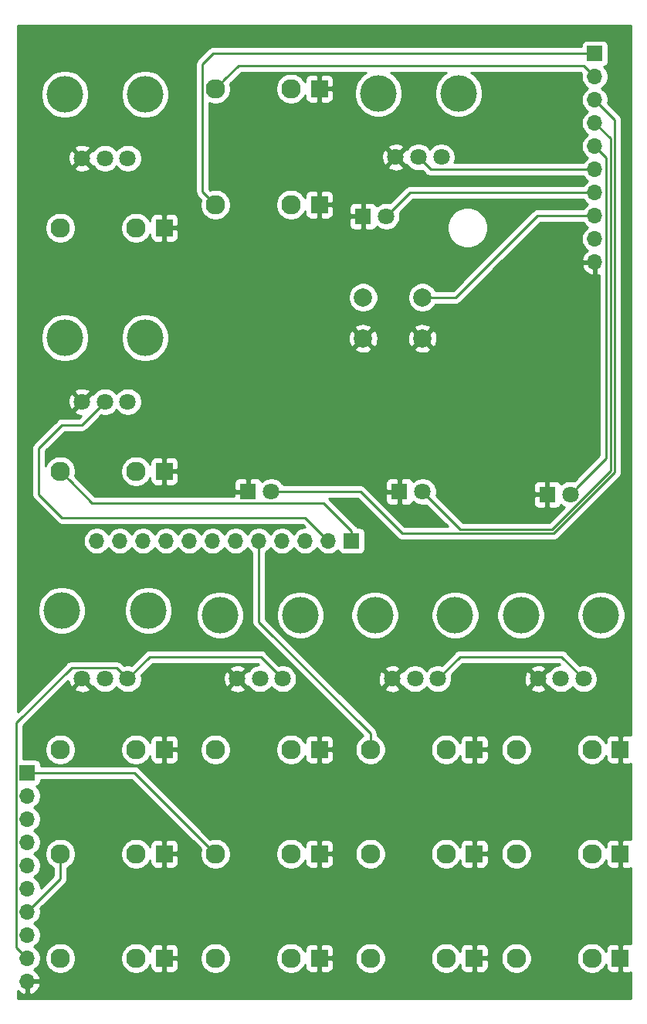
<source format=gbr>
G04 #@! TF.GenerationSoftware,KiCad,Pcbnew,(5.1.6)-1*
G04 #@! TF.CreationDate,2021-08-06T14:08:10+02:00*
G04 #@! TF.ProjectId,NanoGris,4e616e6f-4772-4697-932e-6b696361645f,rev?*
G04 #@! TF.SameCoordinates,Original*
G04 #@! TF.FileFunction,Copper,L2,Bot*
G04 #@! TF.FilePolarity,Positive*
%FSLAX46Y46*%
G04 Gerber Fmt 4.6, Leading zero omitted, Abs format (unit mm)*
G04 Created by KiCad (PCBNEW (5.1.6)-1) date 2021-08-06 14:08:10*
%MOMM*%
%LPD*%
G01*
G04 APERTURE LIST*
G04 #@! TA.AperFunction,ComponentPad*
%ADD10C,1.800000*%
G04 #@! TD*
G04 #@! TA.AperFunction,ComponentPad*
%ADD11R,1.800000X1.800000*%
G04 #@! TD*
G04 #@! TA.AperFunction,ComponentPad*
%ADD12C,2.130000*%
G04 #@! TD*
G04 #@! TA.AperFunction,ComponentPad*
%ADD13R,1.830000X1.930000*%
G04 #@! TD*
G04 #@! TA.AperFunction,WasherPad*
%ADD14C,4.000000*%
G04 #@! TD*
G04 #@! TA.AperFunction,ComponentPad*
%ADD15O,1.700000X1.700000*%
G04 #@! TD*
G04 #@! TA.AperFunction,ComponentPad*
%ADD16R,1.700000X1.700000*%
G04 #@! TD*
G04 #@! TA.AperFunction,ComponentPad*
%ADD17C,2.000000*%
G04 #@! TD*
G04 #@! TA.AperFunction,Conductor*
%ADD18C,0.250000*%
G04 #@! TD*
G04 #@! TA.AperFunction,Conductor*
%ADD19C,0.254000*%
G04 #@! TD*
G04 APERTURE END LIST*
D10*
X258950000Y-69850000D03*
D11*
X256410000Y-69850000D03*
D12*
X237010000Y-97790000D03*
D13*
X248410000Y-97790000D03*
D12*
X245310000Y-97790000D03*
X220010000Y-120650000D03*
D13*
X231410000Y-120650000D03*
D12*
X228310000Y-120650000D03*
D14*
X246690000Y-25900000D03*
X237890000Y-25900000D03*
D10*
X244790000Y-32900000D03*
X242290000Y-32900000D03*
X239790000Y-32900000D03*
D14*
X229310000Y-83050000D03*
X220510000Y-83050000D03*
D10*
X227410000Y-90050000D03*
X224910000Y-90050000D03*
X222410000Y-90050000D03*
D14*
X262310000Y-83050000D03*
X253510000Y-83050000D03*
D10*
X260410000Y-90050000D03*
X257910000Y-90050000D03*
X255410000Y-90050000D03*
D14*
X212660000Y-82550000D03*
X203160000Y-82550000D03*
D10*
X210410000Y-90050000D03*
X207910000Y-90050000D03*
X205410000Y-90050000D03*
D14*
X212310000Y-26020000D03*
X203510000Y-26020000D03*
D10*
X210410000Y-33020000D03*
X207910000Y-33020000D03*
X205410000Y-33020000D03*
D12*
X203010000Y-120650000D03*
D13*
X214410000Y-120650000D03*
D12*
X211310000Y-120650000D03*
D14*
X212310000Y-52690000D03*
X203510000Y-52690000D03*
D10*
X210410000Y-59690000D03*
X207910000Y-59690000D03*
X205410000Y-59690000D03*
D12*
X203010000Y-97790000D03*
D13*
X214410000Y-97790000D03*
D12*
X211310000Y-97790000D03*
D10*
X242750000Y-69540000D03*
D11*
X240210000Y-69540000D03*
D12*
X220010000Y-109220000D03*
D13*
X231410000Y-109220000D03*
D12*
X228310000Y-109220000D03*
D10*
X238760000Y-39370000D03*
D11*
X236220000Y-39370000D03*
D12*
X253010000Y-97790000D03*
D13*
X264410000Y-97790000D03*
D12*
X261310000Y-97790000D03*
D15*
X261620000Y-44400000D03*
X261620000Y-41860000D03*
X261620000Y-39320000D03*
X261620000Y-36780000D03*
X261620000Y-34240000D03*
X261620000Y-31700000D03*
X261620000Y-29160000D03*
X261620000Y-26620000D03*
X261620000Y-24080000D03*
D16*
X261620000Y-21540000D03*
D12*
X220010000Y-97790000D03*
D13*
X231410000Y-97790000D03*
D12*
X228310000Y-97790000D03*
X253010000Y-109220000D03*
D13*
X264410000Y-109220000D03*
D12*
X261310000Y-109220000D03*
X203010000Y-109220000D03*
D13*
X214410000Y-109220000D03*
D12*
X211310000Y-109220000D03*
X253010000Y-120650000D03*
D13*
X264410000Y-120650000D03*
D12*
X261310000Y-120650000D03*
D15*
X207010000Y-74930000D03*
X209550000Y-74930000D03*
X212090000Y-74930000D03*
X214630000Y-74930000D03*
X217170000Y-74930000D03*
X219710000Y-74930000D03*
X222250000Y-74930000D03*
X224790000Y-74930000D03*
X227330000Y-74930000D03*
X229870000Y-74930000D03*
X232410000Y-74930000D03*
D16*
X234950000Y-74930000D03*
D14*
X246310000Y-83050000D03*
X237510000Y-83050000D03*
D10*
X244410000Y-90050000D03*
X241910000Y-90050000D03*
X239410000Y-90050000D03*
D12*
X203010000Y-40640000D03*
D13*
X214410000Y-40640000D03*
D12*
X211310000Y-40640000D03*
D15*
X199390000Y-123190000D03*
X199390000Y-120650000D03*
X199390000Y-118110000D03*
X199390000Y-115570000D03*
X199390000Y-113030000D03*
X199390000Y-110490000D03*
X199390000Y-107950000D03*
X199390000Y-105410000D03*
X199390000Y-102870000D03*
D16*
X199390000Y-100330000D03*
D17*
X242720000Y-48260000D03*
X242720000Y-52760000D03*
X236220000Y-48260000D03*
X236220000Y-52760000D03*
D12*
X203010000Y-67310000D03*
D13*
X214410000Y-67310000D03*
D12*
X211310000Y-67310000D03*
D10*
X226150000Y-69540000D03*
D11*
X223610000Y-69540000D03*
D12*
X220010000Y-25400000D03*
D13*
X231410000Y-25400000D03*
D12*
X228310000Y-25400000D03*
X220010000Y-38100000D03*
D13*
X231410000Y-38100000D03*
D12*
X228310000Y-38100000D03*
X237010000Y-109220000D03*
D13*
X248410000Y-109220000D03*
D12*
X245310000Y-109220000D03*
X237010000Y-120650000D03*
D13*
X248410000Y-120650000D03*
D12*
X245310000Y-120650000D03*
D18*
X248820000Y-97790000D02*
X248410000Y-97790000D01*
X248410000Y-120650000D02*
X248410000Y-119435000D01*
X214410000Y-40640000D02*
X214410000Y-40690000D01*
X214410000Y-120700000D02*
X214410000Y-120650000D01*
X264410000Y-120650000D02*
X264410000Y-119435000D01*
X231410000Y-109270000D02*
X231410000Y-109220000D01*
X248410000Y-97840000D02*
X248410000Y-97790000D01*
X264410000Y-97790000D02*
X264410000Y-99005000D01*
X248410000Y-97790000D02*
X248410000Y-99005000D01*
X264410000Y-97790000D02*
X264410000Y-97740000D01*
X248410000Y-119435000D02*
X248410000Y-109220000D01*
X231410000Y-38100000D02*
X231410000Y-38150000D01*
X248410000Y-99005000D02*
X248410000Y-109220000D01*
X261620000Y-34240000D02*
X243630000Y-34240000D01*
X243630000Y-34240000D02*
X242290000Y-32900000D01*
X261620000Y-26620000D02*
X263790019Y-28790019D01*
X240480010Y-74110010D02*
X235910000Y-69540000D01*
X235910000Y-69540000D02*
X226150000Y-69540000D01*
X263790019Y-67459393D02*
X257139402Y-74110010D01*
X257139402Y-74110010D02*
X240480010Y-74110010D01*
X263790019Y-28790019D02*
X263790019Y-67459393D01*
X263340010Y-30880010D02*
X263340010Y-67272992D01*
X256953002Y-73660000D02*
X246870000Y-73660000D01*
X263340010Y-67272992D02*
X256953002Y-73660000D01*
X261620000Y-29160000D02*
X263340010Y-30880010D01*
X246870000Y-73660000D02*
X242750000Y-69540000D01*
X259849999Y-68950001D02*
X258950000Y-69850000D01*
X262890000Y-65910000D02*
X259849999Y-68950001D01*
X262890000Y-32970000D02*
X262890000Y-65910000D01*
X261620000Y-31700000D02*
X262890000Y-32970000D01*
X241350000Y-36780000D02*
X238760000Y-39370000D01*
X261620000Y-36780000D02*
X241350000Y-36780000D01*
X261620000Y-39320000D02*
X255320000Y-39320000D01*
X255320000Y-39320000D02*
X246380000Y-48260000D01*
X246380000Y-48260000D02*
X242720000Y-48260000D01*
X224790000Y-74930000D02*
X224790000Y-83820000D01*
X224790000Y-83820000D02*
X237010000Y-96040000D01*
X237010000Y-96040000D02*
X237010000Y-97790000D01*
X231885001Y-70765001D02*
X206465001Y-70765001D01*
X234950000Y-74930000D02*
X234950000Y-73830000D01*
X206465001Y-70765001D02*
X204074999Y-68374999D01*
X234950000Y-73830000D02*
X231885001Y-70765001D01*
X204074999Y-68374999D02*
X203010000Y-67310000D01*
X218945001Y-37035001D02*
X220010000Y-38100000D01*
X218619999Y-22680001D02*
X218619999Y-36709999D01*
X261620000Y-21540000D02*
X219760000Y-21540000D01*
X218619999Y-36709999D02*
X218945001Y-37035001D01*
X219760000Y-21540000D02*
X218619999Y-22680001D01*
X260400000Y-22860000D02*
X222550000Y-22860000D01*
X221074999Y-24335001D02*
X220010000Y-25400000D01*
X222550000Y-22860000D02*
X221074999Y-24335001D01*
X261620000Y-24080000D02*
X260400000Y-22860000D01*
X203200000Y-62230000D02*
X205370000Y-62230000D01*
X205370000Y-62230000D02*
X207910000Y-59690000D01*
X200660000Y-64770000D02*
X203200000Y-62230000D01*
X232410000Y-74930000D02*
X229870000Y-72390000D01*
X203200000Y-72390000D02*
X200660000Y-69850000D01*
X200660000Y-69850000D02*
X200660000Y-64770000D01*
X229870000Y-72390000D02*
X203200000Y-72390000D01*
X199390000Y-100330000D02*
X211120000Y-100330000D01*
X211120000Y-100330000D02*
X220010000Y-109220000D01*
X203010000Y-111950000D02*
X199390000Y-115570000D01*
X203010000Y-109220000D02*
X203010000Y-111950000D01*
X209184999Y-88824999D02*
X204249999Y-88824999D01*
X257990000Y-87630000D02*
X246830000Y-87630000D01*
X204249999Y-88824999D02*
X198214999Y-94859999D01*
X210410000Y-90050000D02*
X209184999Y-88824999D01*
X198214999Y-119474999D02*
X198540001Y-119800001D01*
X246830000Y-87630000D02*
X244410000Y-90050000D01*
X198214999Y-94859999D02*
X198214999Y-119474999D01*
X260410000Y-90050000D02*
X257990000Y-87630000D01*
X212830000Y-87630000D02*
X224990000Y-87630000D01*
X224990000Y-87630000D02*
X227410000Y-90050000D01*
X210410000Y-90050000D02*
X212830000Y-87630000D01*
X198540001Y-119800001D02*
X199390000Y-120650000D01*
D19*
G36*
X265540000Y-96226646D02*
G01*
X265449482Y-96199188D01*
X265325000Y-96186928D01*
X264695750Y-96190000D01*
X264537000Y-96348750D01*
X264537000Y-97663000D01*
X264557000Y-97663000D01*
X264557000Y-97917000D01*
X264537000Y-97917000D01*
X264537000Y-99231250D01*
X264695750Y-99390000D01*
X265325000Y-99393072D01*
X265449482Y-99380812D01*
X265540000Y-99353354D01*
X265540000Y-107656646D01*
X265449482Y-107629188D01*
X265325000Y-107616928D01*
X264695750Y-107620000D01*
X264537000Y-107778750D01*
X264537000Y-109093000D01*
X264557000Y-109093000D01*
X264557000Y-109347000D01*
X264537000Y-109347000D01*
X264537000Y-110661250D01*
X264695750Y-110820000D01*
X265325000Y-110823072D01*
X265449482Y-110810812D01*
X265540000Y-110783354D01*
X265540000Y-119086646D01*
X265449482Y-119059188D01*
X265325000Y-119046928D01*
X264695750Y-119050000D01*
X264537000Y-119208750D01*
X264537000Y-120523000D01*
X264557000Y-120523000D01*
X264557000Y-120777000D01*
X264537000Y-120777000D01*
X264537000Y-122091250D01*
X264695750Y-122250000D01*
X265325000Y-122253072D01*
X265449482Y-122240812D01*
X265540000Y-122213354D01*
X265540000Y-125070000D01*
X198330000Y-125070000D01*
X198330000Y-124224150D01*
X198508645Y-124385178D01*
X198758748Y-124534157D01*
X199033109Y-124631481D01*
X199263000Y-124510814D01*
X199263000Y-123317000D01*
X199517000Y-123317000D01*
X199517000Y-124510814D01*
X199746891Y-124631481D01*
X200021252Y-124534157D01*
X200271355Y-124385178D01*
X200487588Y-124190269D01*
X200661641Y-123956920D01*
X200786825Y-123694099D01*
X200831476Y-123546890D01*
X200710155Y-123317000D01*
X199517000Y-123317000D01*
X199263000Y-123317000D01*
X199243000Y-123317000D01*
X199243000Y-123063000D01*
X199263000Y-123063000D01*
X199263000Y-123043000D01*
X199517000Y-123043000D01*
X199517000Y-123063000D01*
X200710155Y-123063000D01*
X200831476Y-122833110D01*
X200786825Y-122685901D01*
X200661641Y-122423080D01*
X200487588Y-122189731D01*
X200271355Y-121994822D01*
X200154466Y-121925195D01*
X200336632Y-121803475D01*
X200543475Y-121596632D01*
X200705990Y-121353411D01*
X200817932Y-121083158D01*
X200875000Y-120796260D01*
X200875000Y-120503740D01*
X200870788Y-120482565D01*
X201310000Y-120482565D01*
X201310000Y-120817435D01*
X201375330Y-121145872D01*
X201503479Y-121455252D01*
X201689523Y-121733687D01*
X201926313Y-121970477D01*
X202204748Y-122156521D01*
X202514128Y-122284670D01*
X202842565Y-122350000D01*
X203177435Y-122350000D01*
X203505872Y-122284670D01*
X203815252Y-122156521D01*
X204093687Y-121970477D01*
X204330477Y-121733687D01*
X204516521Y-121455252D01*
X204644670Y-121145872D01*
X204710000Y-120817435D01*
X204710000Y-120482565D01*
X209610000Y-120482565D01*
X209610000Y-120817435D01*
X209675330Y-121145872D01*
X209803479Y-121455252D01*
X209989523Y-121733687D01*
X210226313Y-121970477D01*
X210504748Y-122156521D01*
X210814128Y-122284670D01*
X211142565Y-122350000D01*
X211477435Y-122350000D01*
X211805872Y-122284670D01*
X212115252Y-122156521D01*
X212393687Y-121970477D01*
X212630477Y-121733687D01*
X212816521Y-121455252D01*
X212858105Y-121354860D01*
X212856928Y-121615000D01*
X212869188Y-121739482D01*
X212905498Y-121859180D01*
X212964463Y-121969494D01*
X213043815Y-122066185D01*
X213140506Y-122145537D01*
X213250820Y-122204502D01*
X213370518Y-122240812D01*
X213495000Y-122253072D01*
X214124250Y-122250000D01*
X214283000Y-122091250D01*
X214283000Y-120777000D01*
X214537000Y-120777000D01*
X214537000Y-122091250D01*
X214695750Y-122250000D01*
X215325000Y-122253072D01*
X215449482Y-122240812D01*
X215569180Y-122204502D01*
X215679494Y-122145537D01*
X215776185Y-122066185D01*
X215855537Y-121969494D01*
X215914502Y-121859180D01*
X215950812Y-121739482D01*
X215963072Y-121615000D01*
X215960000Y-120935750D01*
X215801250Y-120777000D01*
X214537000Y-120777000D01*
X214283000Y-120777000D01*
X214263000Y-120777000D01*
X214263000Y-120523000D01*
X214283000Y-120523000D01*
X214283000Y-119208750D01*
X214537000Y-119208750D01*
X214537000Y-120523000D01*
X215801250Y-120523000D01*
X215841685Y-120482565D01*
X218310000Y-120482565D01*
X218310000Y-120817435D01*
X218375330Y-121145872D01*
X218503479Y-121455252D01*
X218689523Y-121733687D01*
X218926313Y-121970477D01*
X219204748Y-122156521D01*
X219514128Y-122284670D01*
X219842565Y-122350000D01*
X220177435Y-122350000D01*
X220505872Y-122284670D01*
X220815252Y-122156521D01*
X221093687Y-121970477D01*
X221330477Y-121733687D01*
X221516521Y-121455252D01*
X221644670Y-121145872D01*
X221710000Y-120817435D01*
X221710000Y-120482565D01*
X226610000Y-120482565D01*
X226610000Y-120817435D01*
X226675330Y-121145872D01*
X226803479Y-121455252D01*
X226989523Y-121733687D01*
X227226313Y-121970477D01*
X227504748Y-122156521D01*
X227814128Y-122284670D01*
X228142565Y-122350000D01*
X228477435Y-122350000D01*
X228805872Y-122284670D01*
X229115252Y-122156521D01*
X229393687Y-121970477D01*
X229630477Y-121733687D01*
X229816521Y-121455252D01*
X229858105Y-121354860D01*
X229856928Y-121615000D01*
X229869188Y-121739482D01*
X229905498Y-121859180D01*
X229964463Y-121969494D01*
X230043815Y-122066185D01*
X230140506Y-122145537D01*
X230250820Y-122204502D01*
X230370518Y-122240812D01*
X230495000Y-122253072D01*
X231124250Y-122250000D01*
X231283000Y-122091250D01*
X231283000Y-120777000D01*
X231537000Y-120777000D01*
X231537000Y-122091250D01*
X231695750Y-122250000D01*
X232325000Y-122253072D01*
X232449482Y-122240812D01*
X232569180Y-122204502D01*
X232679494Y-122145537D01*
X232776185Y-122066185D01*
X232855537Y-121969494D01*
X232914502Y-121859180D01*
X232950812Y-121739482D01*
X232963072Y-121615000D01*
X232960000Y-120935750D01*
X232801250Y-120777000D01*
X231537000Y-120777000D01*
X231283000Y-120777000D01*
X231263000Y-120777000D01*
X231263000Y-120523000D01*
X231283000Y-120523000D01*
X231283000Y-119208750D01*
X231537000Y-119208750D01*
X231537000Y-120523000D01*
X232801250Y-120523000D01*
X232841685Y-120482565D01*
X235310000Y-120482565D01*
X235310000Y-120817435D01*
X235375330Y-121145872D01*
X235503479Y-121455252D01*
X235689523Y-121733687D01*
X235926313Y-121970477D01*
X236204748Y-122156521D01*
X236514128Y-122284670D01*
X236842565Y-122350000D01*
X237177435Y-122350000D01*
X237505872Y-122284670D01*
X237815252Y-122156521D01*
X238093687Y-121970477D01*
X238330477Y-121733687D01*
X238516521Y-121455252D01*
X238644670Y-121145872D01*
X238710000Y-120817435D01*
X238710000Y-120482565D01*
X243610000Y-120482565D01*
X243610000Y-120817435D01*
X243675330Y-121145872D01*
X243803479Y-121455252D01*
X243989523Y-121733687D01*
X244226313Y-121970477D01*
X244504748Y-122156521D01*
X244814128Y-122284670D01*
X245142565Y-122350000D01*
X245477435Y-122350000D01*
X245805872Y-122284670D01*
X246115252Y-122156521D01*
X246393687Y-121970477D01*
X246630477Y-121733687D01*
X246816521Y-121455252D01*
X246858105Y-121354860D01*
X246856928Y-121615000D01*
X246869188Y-121739482D01*
X246905498Y-121859180D01*
X246964463Y-121969494D01*
X247043815Y-122066185D01*
X247140506Y-122145537D01*
X247250820Y-122204502D01*
X247370518Y-122240812D01*
X247495000Y-122253072D01*
X248124250Y-122250000D01*
X248283000Y-122091250D01*
X248283000Y-120777000D01*
X248537000Y-120777000D01*
X248537000Y-122091250D01*
X248695750Y-122250000D01*
X249325000Y-122253072D01*
X249449482Y-122240812D01*
X249569180Y-122204502D01*
X249679494Y-122145537D01*
X249776185Y-122066185D01*
X249855537Y-121969494D01*
X249914502Y-121859180D01*
X249950812Y-121739482D01*
X249963072Y-121615000D01*
X249960000Y-120935750D01*
X249801250Y-120777000D01*
X248537000Y-120777000D01*
X248283000Y-120777000D01*
X248263000Y-120777000D01*
X248263000Y-120523000D01*
X248283000Y-120523000D01*
X248283000Y-119208750D01*
X248537000Y-119208750D01*
X248537000Y-120523000D01*
X249801250Y-120523000D01*
X249841685Y-120482565D01*
X251310000Y-120482565D01*
X251310000Y-120817435D01*
X251375330Y-121145872D01*
X251503479Y-121455252D01*
X251689523Y-121733687D01*
X251926313Y-121970477D01*
X252204748Y-122156521D01*
X252514128Y-122284670D01*
X252842565Y-122350000D01*
X253177435Y-122350000D01*
X253505872Y-122284670D01*
X253815252Y-122156521D01*
X254093687Y-121970477D01*
X254330477Y-121733687D01*
X254516521Y-121455252D01*
X254644670Y-121145872D01*
X254710000Y-120817435D01*
X254710000Y-120482565D01*
X259610000Y-120482565D01*
X259610000Y-120817435D01*
X259675330Y-121145872D01*
X259803479Y-121455252D01*
X259989523Y-121733687D01*
X260226313Y-121970477D01*
X260504748Y-122156521D01*
X260814128Y-122284670D01*
X261142565Y-122350000D01*
X261477435Y-122350000D01*
X261805872Y-122284670D01*
X262115252Y-122156521D01*
X262393687Y-121970477D01*
X262630477Y-121733687D01*
X262816521Y-121455252D01*
X262858105Y-121354860D01*
X262856928Y-121615000D01*
X262869188Y-121739482D01*
X262905498Y-121859180D01*
X262964463Y-121969494D01*
X263043815Y-122066185D01*
X263140506Y-122145537D01*
X263250820Y-122204502D01*
X263370518Y-122240812D01*
X263495000Y-122253072D01*
X264124250Y-122250000D01*
X264283000Y-122091250D01*
X264283000Y-120777000D01*
X264263000Y-120777000D01*
X264263000Y-120523000D01*
X264283000Y-120523000D01*
X264283000Y-119208750D01*
X264124250Y-119050000D01*
X263495000Y-119046928D01*
X263370518Y-119059188D01*
X263250820Y-119095498D01*
X263140506Y-119154463D01*
X263043815Y-119233815D01*
X262964463Y-119330506D01*
X262905498Y-119440820D01*
X262869188Y-119560518D01*
X262856928Y-119685000D01*
X262858105Y-119945140D01*
X262816521Y-119844748D01*
X262630477Y-119566313D01*
X262393687Y-119329523D01*
X262115252Y-119143479D01*
X261805872Y-119015330D01*
X261477435Y-118950000D01*
X261142565Y-118950000D01*
X260814128Y-119015330D01*
X260504748Y-119143479D01*
X260226313Y-119329523D01*
X259989523Y-119566313D01*
X259803479Y-119844748D01*
X259675330Y-120154128D01*
X259610000Y-120482565D01*
X254710000Y-120482565D01*
X254644670Y-120154128D01*
X254516521Y-119844748D01*
X254330477Y-119566313D01*
X254093687Y-119329523D01*
X253815252Y-119143479D01*
X253505872Y-119015330D01*
X253177435Y-118950000D01*
X252842565Y-118950000D01*
X252514128Y-119015330D01*
X252204748Y-119143479D01*
X251926313Y-119329523D01*
X251689523Y-119566313D01*
X251503479Y-119844748D01*
X251375330Y-120154128D01*
X251310000Y-120482565D01*
X249841685Y-120482565D01*
X249960000Y-120364250D01*
X249963072Y-119685000D01*
X249950812Y-119560518D01*
X249914502Y-119440820D01*
X249855537Y-119330506D01*
X249776185Y-119233815D01*
X249679494Y-119154463D01*
X249569180Y-119095498D01*
X249449482Y-119059188D01*
X249325000Y-119046928D01*
X248695750Y-119050000D01*
X248537000Y-119208750D01*
X248283000Y-119208750D01*
X248124250Y-119050000D01*
X247495000Y-119046928D01*
X247370518Y-119059188D01*
X247250820Y-119095498D01*
X247140506Y-119154463D01*
X247043815Y-119233815D01*
X246964463Y-119330506D01*
X246905498Y-119440820D01*
X246869188Y-119560518D01*
X246856928Y-119685000D01*
X246858105Y-119945140D01*
X246816521Y-119844748D01*
X246630477Y-119566313D01*
X246393687Y-119329523D01*
X246115252Y-119143479D01*
X245805872Y-119015330D01*
X245477435Y-118950000D01*
X245142565Y-118950000D01*
X244814128Y-119015330D01*
X244504748Y-119143479D01*
X244226313Y-119329523D01*
X243989523Y-119566313D01*
X243803479Y-119844748D01*
X243675330Y-120154128D01*
X243610000Y-120482565D01*
X238710000Y-120482565D01*
X238644670Y-120154128D01*
X238516521Y-119844748D01*
X238330477Y-119566313D01*
X238093687Y-119329523D01*
X237815252Y-119143479D01*
X237505872Y-119015330D01*
X237177435Y-118950000D01*
X236842565Y-118950000D01*
X236514128Y-119015330D01*
X236204748Y-119143479D01*
X235926313Y-119329523D01*
X235689523Y-119566313D01*
X235503479Y-119844748D01*
X235375330Y-120154128D01*
X235310000Y-120482565D01*
X232841685Y-120482565D01*
X232960000Y-120364250D01*
X232963072Y-119685000D01*
X232950812Y-119560518D01*
X232914502Y-119440820D01*
X232855537Y-119330506D01*
X232776185Y-119233815D01*
X232679494Y-119154463D01*
X232569180Y-119095498D01*
X232449482Y-119059188D01*
X232325000Y-119046928D01*
X231695750Y-119050000D01*
X231537000Y-119208750D01*
X231283000Y-119208750D01*
X231124250Y-119050000D01*
X230495000Y-119046928D01*
X230370518Y-119059188D01*
X230250820Y-119095498D01*
X230140506Y-119154463D01*
X230043815Y-119233815D01*
X229964463Y-119330506D01*
X229905498Y-119440820D01*
X229869188Y-119560518D01*
X229856928Y-119685000D01*
X229858105Y-119945140D01*
X229816521Y-119844748D01*
X229630477Y-119566313D01*
X229393687Y-119329523D01*
X229115252Y-119143479D01*
X228805872Y-119015330D01*
X228477435Y-118950000D01*
X228142565Y-118950000D01*
X227814128Y-119015330D01*
X227504748Y-119143479D01*
X227226313Y-119329523D01*
X226989523Y-119566313D01*
X226803479Y-119844748D01*
X226675330Y-120154128D01*
X226610000Y-120482565D01*
X221710000Y-120482565D01*
X221644670Y-120154128D01*
X221516521Y-119844748D01*
X221330477Y-119566313D01*
X221093687Y-119329523D01*
X220815252Y-119143479D01*
X220505872Y-119015330D01*
X220177435Y-118950000D01*
X219842565Y-118950000D01*
X219514128Y-119015330D01*
X219204748Y-119143479D01*
X218926313Y-119329523D01*
X218689523Y-119566313D01*
X218503479Y-119844748D01*
X218375330Y-120154128D01*
X218310000Y-120482565D01*
X215841685Y-120482565D01*
X215960000Y-120364250D01*
X215963072Y-119685000D01*
X215950812Y-119560518D01*
X215914502Y-119440820D01*
X215855537Y-119330506D01*
X215776185Y-119233815D01*
X215679494Y-119154463D01*
X215569180Y-119095498D01*
X215449482Y-119059188D01*
X215325000Y-119046928D01*
X214695750Y-119050000D01*
X214537000Y-119208750D01*
X214283000Y-119208750D01*
X214124250Y-119050000D01*
X213495000Y-119046928D01*
X213370518Y-119059188D01*
X213250820Y-119095498D01*
X213140506Y-119154463D01*
X213043815Y-119233815D01*
X212964463Y-119330506D01*
X212905498Y-119440820D01*
X212869188Y-119560518D01*
X212856928Y-119685000D01*
X212858105Y-119945140D01*
X212816521Y-119844748D01*
X212630477Y-119566313D01*
X212393687Y-119329523D01*
X212115252Y-119143479D01*
X211805872Y-119015330D01*
X211477435Y-118950000D01*
X211142565Y-118950000D01*
X210814128Y-119015330D01*
X210504748Y-119143479D01*
X210226313Y-119329523D01*
X209989523Y-119566313D01*
X209803479Y-119844748D01*
X209675330Y-120154128D01*
X209610000Y-120482565D01*
X204710000Y-120482565D01*
X204644670Y-120154128D01*
X204516521Y-119844748D01*
X204330477Y-119566313D01*
X204093687Y-119329523D01*
X203815252Y-119143479D01*
X203505872Y-119015330D01*
X203177435Y-118950000D01*
X202842565Y-118950000D01*
X202514128Y-119015330D01*
X202204748Y-119143479D01*
X201926313Y-119329523D01*
X201689523Y-119566313D01*
X201503479Y-119844748D01*
X201375330Y-120154128D01*
X201310000Y-120482565D01*
X200870788Y-120482565D01*
X200817932Y-120216842D01*
X200705990Y-119946589D01*
X200543475Y-119703368D01*
X200336632Y-119496525D01*
X200162240Y-119380000D01*
X200336632Y-119263475D01*
X200543475Y-119056632D01*
X200705990Y-118813411D01*
X200817932Y-118543158D01*
X200875000Y-118256260D01*
X200875000Y-117963740D01*
X200817932Y-117676842D01*
X200705990Y-117406589D01*
X200543475Y-117163368D01*
X200336632Y-116956525D01*
X200162240Y-116840000D01*
X200336632Y-116723475D01*
X200543475Y-116516632D01*
X200705990Y-116273411D01*
X200817932Y-116003158D01*
X200875000Y-115716260D01*
X200875000Y-115423740D01*
X200831209Y-115203592D01*
X203521003Y-112513799D01*
X203550001Y-112490001D01*
X203576332Y-112457917D01*
X203644974Y-112374277D01*
X203715546Y-112242247D01*
X203759003Y-112098986D01*
X203770000Y-111987333D01*
X203770000Y-111987324D01*
X203773676Y-111950001D01*
X203770000Y-111912678D01*
X203770000Y-110745265D01*
X203815252Y-110726521D01*
X204093687Y-110540477D01*
X204330477Y-110303687D01*
X204516521Y-110025252D01*
X204644670Y-109715872D01*
X204710000Y-109387435D01*
X204710000Y-109052565D01*
X209610000Y-109052565D01*
X209610000Y-109387435D01*
X209675330Y-109715872D01*
X209803479Y-110025252D01*
X209989523Y-110303687D01*
X210226313Y-110540477D01*
X210504748Y-110726521D01*
X210814128Y-110854670D01*
X211142565Y-110920000D01*
X211477435Y-110920000D01*
X211805872Y-110854670D01*
X212115252Y-110726521D01*
X212393687Y-110540477D01*
X212630477Y-110303687D01*
X212816521Y-110025252D01*
X212858105Y-109924860D01*
X212856928Y-110185000D01*
X212869188Y-110309482D01*
X212905498Y-110429180D01*
X212964463Y-110539494D01*
X213043815Y-110636185D01*
X213140506Y-110715537D01*
X213250820Y-110774502D01*
X213370518Y-110810812D01*
X213495000Y-110823072D01*
X214124250Y-110820000D01*
X214283000Y-110661250D01*
X214283000Y-109347000D01*
X214537000Y-109347000D01*
X214537000Y-110661250D01*
X214695750Y-110820000D01*
X215325000Y-110823072D01*
X215449482Y-110810812D01*
X215569180Y-110774502D01*
X215679494Y-110715537D01*
X215776185Y-110636185D01*
X215855537Y-110539494D01*
X215914502Y-110429180D01*
X215950812Y-110309482D01*
X215963072Y-110185000D01*
X215960000Y-109505750D01*
X215801250Y-109347000D01*
X214537000Y-109347000D01*
X214283000Y-109347000D01*
X214263000Y-109347000D01*
X214263000Y-109093000D01*
X214283000Y-109093000D01*
X214283000Y-107778750D01*
X214537000Y-107778750D01*
X214537000Y-109093000D01*
X215801250Y-109093000D01*
X215960000Y-108934250D01*
X215963072Y-108255000D01*
X215950812Y-108130518D01*
X215914502Y-108010820D01*
X215855537Y-107900506D01*
X215776185Y-107803815D01*
X215679494Y-107724463D01*
X215569180Y-107665498D01*
X215449482Y-107629188D01*
X215325000Y-107616928D01*
X214695750Y-107620000D01*
X214537000Y-107778750D01*
X214283000Y-107778750D01*
X214124250Y-107620000D01*
X213495000Y-107616928D01*
X213370518Y-107629188D01*
X213250820Y-107665498D01*
X213140506Y-107724463D01*
X213043815Y-107803815D01*
X212964463Y-107900506D01*
X212905498Y-108010820D01*
X212869188Y-108130518D01*
X212856928Y-108255000D01*
X212858105Y-108515140D01*
X212816521Y-108414748D01*
X212630477Y-108136313D01*
X212393687Y-107899523D01*
X212115252Y-107713479D01*
X211805872Y-107585330D01*
X211477435Y-107520000D01*
X211142565Y-107520000D01*
X210814128Y-107585330D01*
X210504748Y-107713479D01*
X210226313Y-107899523D01*
X209989523Y-108136313D01*
X209803479Y-108414748D01*
X209675330Y-108724128D01*
X209610000Y-109052565D01*
X204710000Y-109052565D01*
X204644670Y-108724128D01*
X204516521Y-108414748D01*
X204330477Y-108136313D01*
X204093687Y-107899523D01*
X203815252Y-107713479D01*
X203505872Y-107585330D01*
X203177435Y-107520000D01*
X202842565Y-107520000D01*
X202514128Y-107585330D01*
X202204748Y-107713479D01*
X201926313Y-107899523D01*
X201689523Y-108136313D01*
X201503479Y-108414748D01*
X201375330Y-108724128D01*
X201310000Y-109052565D01*
X201310000Y-109387435D01*
X201375330Y-109715872D01*
X201503479Y-110025252D01*
X201689523Y-110303687D01*
X201926313Y-110540477D01*
X202204748Y-110726521D01*
X202250001Y-110745265D01*
X202250001Y-111635197D01*
X200875000Y-113010198D01*
X200875000Y-112883740D01*
X200817932Y-112596842D01*
X200705990Y-112326589D01*
X200543475Y-112083368D01*
X200336632Y-111876525D01*
X200162240Y-111760000D01*
X200336632Y-111643475D01*
X200543475Y-111436632D01*
X200705990Y-111193411D01*
X200817932Y-110923158D01*
X200875000Y-110636260D01*
X200875000Y-110343740D01*
X200817932Y-110056842D01*
X200705990Y-109786589D01*
X200543475Y-109543368D01*
X200336632Y-109336525D01*
X200162240Y-109220000D01*
X200336632Y-109103475D01*
X200543475Y-108896632D01*
X200705990Y-108653411D01*
X200817932Y-108383158D01*
X200875000Y-108096260D01*
X200875000Y-107803740D01*
X200817932Y-107516842D01*
X200705990Y-107246589D01*
X200543475Y-107003368D01*
X200336632Y-106796525D01*
X200162240Y-106680000D01*
X200336632Y-106563475D01*
X200543475Y-106356632D01*
X200705990Y-106113411D01*
X200817932Y-105843158D01*
X200875000Y-105556260D01*
X200875000Y-105263740D01*
X200817932Y-104976842D01*
X200705990Y-104706589D01*
X200543475Y-104463368D01*
X200336632Y-104256525D01*
X200162240Y-104140000D01*
X200336632Y-104023475D01*
X200543475Y-103816632D01*
X200705990Y-103573411D01*
X200817932Y-103303158D01*
X200875000Y-103016260D01*
X200875000Y-102723740D01*
X200817932Y-102436842D01*
X200705990Y-102166589D01*
X200543475Y-101923368D01*
X200411620Y-101791513D01*
X200484180Y-101769502D01*
X200594494Y-101710537D01*
X200691185Y-101631185D01*
X200770537Y-101534494D01*
X200829502Y-101424180D01*
X200865812Y-101304482D01*
X200878072Y-101180000D01*
X200878072Y-101090000D01*
X210805199Y-101090000D01*
X218394074Y-108678876D01*
X218375330Y-108724128D01*
X218310000Y-109052565D01*
X218310000Y-109387435D01*
X218375330Y-109715872D01*
X218503479Y-110025252D01*
X218689523Y-110303687D01*
X218926313Y-110540477D01*
X219204748Y-110726521D01*
X219514128Y-110854670D01*
X219842565Y-110920000D01*
X220177435Y-110920000D01*
X220505872Y-110854670D01*
X220815252Y-110726521D01*
X221093687Y-110540477D01*
X221330477Y-110303687D01*
X221516521Y-110025252D01*
X221644670Y-109715872D01*
X221710000Y-109387435D01*
X221710000Y-109052565D01*
X226610000Y-109052565D01*
X226610000Y-109387435D01*
X226675330Y-109715872D01*
X226803479Y-110025252D01*
X226989523Y-110303687D01*
X227226313Y-110540477D01*
X227504748Y-110726521D01*
X227814128Y-110854670D01*
X228142565Y-110920000D01*
X228477435Y-110920000D01*
X228805872Y-110854670D01*
X229115252Y-110726521D01*
X229393687Y-110540477D01*
X229630477Y-110303687D01*
X229816521Y-110025252D01*
X229858105Y-109924860D01*
X229856928Y-110185000D01*
X229869188Y-110309482D01*
X229905498Y-110429180D01*
X229964463Y-110539494D01*
X230043815Y-110636185D01*
X230140506Y-110715537D01*
X230250820Y-110774502D01*
X230370518Y-110810812D01*
X230495000Y-110823072D01*
X231124250Y-110820000D01*
X231283000Y-110661250D01*
X231283000Y-109347000D01*
X231537000Y-109347000D01*
X231537000Y-110661250D01*
X231695750Y-110820000D01*
X232325000Y-110823072D01*
X232449482Y-110810812D01*
X232569180Y-110774502D01*
X232679494Y-110715537D01*
X232776185Y-110636185D01*
X232855537Y-110539494D01*
X232914502Y-110429180D01*
X232950812Y-110309482D01*
X232963072Y-110185000D01*
X232960000Y-109505750D01*
X232801250Y-109347000D01*
X231537000Y-109347000D01*
X231283000Y-109347000D01*
X231263000Y-109347000D01*
X231263000Y-109093000D01*
X231283000Y-109093000D01*
X231283000Y-107778750D01*
X231537000Y-107778750D01*
X231537000Y-109093000D01*
X232801250Y-109093000D01*
X232841685Y-109052565D01*
X235310000Y-109052565D01*
X235310000Y-109387435D01*
X235375330Y-109715872D01*
X235503479Y-110025252D01*
X235689523Y-110303687D01*
X235926313Y-110540477D01*
X236204748Y-110726521D01*
X236514128Y-110854670D01*
X236842565Y-110920000D01*
X237177435Y-110920000D01*
X237505872Y-110854670D01*
X237815252Y-110726521D01*
X238093687Y-110540477D01*
X238330477Y-110303687D01*
X238516521Y-110025252D01*
X238644670Y-109715872D01*
X238710000Y-109387435D01*
X238710000Y-109052565D01*
X243610000Y-109052565D01*
X243610000Y-109387435D01*
X243675330Y-109715872D01*
X243803479Y-110025252D01*
X243989523Y-110303687D01*
X244226313Y-110540477D01*
X244504748Y-110726521D01*
X244814128Y-110854670D01*
X245142565Y-110920000D01*
X245477435Y-110920000D01*
X245805872Y-110854670D01*
X246115252Y-110726521D01*
X246393687Y-110540477D01*
X246630477Y-110303687D01*
X246816521Y-110025252D01*
X246858105Y-109924860D01*
X246856928Y-110185000D01*
X246869188Y-110309482D01*
X246905498Y-110429180D01*
X246964463Y-110539494D01*
X247043815Y-110636185D01*
X247140506Y-110715537D01*
X247250820Y-110774502D01*
X247370518Y-110810812D01*
X247495000Y-110823072D01*
X248124250Y-110820000D01*
X248283000Y-110661250D01*
X248283000Y-109347000D01*
X248537000Y-109347000D01*
X248537000Y-110661250D01*
X248695750Y-110820000D01*
X249325000Y-110823072D01*
X249449482Y-110810812D01*
X249569180Y-110774502D01*
X249679494Y-110715537D01*
X249776185Y-110636185D01*
X249855537Y-110539494D01*
X249914502Y-110429180D01*
X249950812Y-110309482D01*
X249963072Y-110185000D01*
X249960000Y-109505750D01*
X249801250Y-109347000D01*
X248537000Y-109347000D01*
X248283000Y-109347000D01*
X248263000Y-109347000D01*
X248263000Y-109093000D01*
X248283000Y-109093000D01*
X248283000Y-107778750D01*
X248537000Y-107778750D01*
X248537000Y-109093000D01*
X249801250Y-109093000D01*
X249841685Y-109052565D01*
X251310000Y-109052565D01*
X251310000Y-109387435D01*
X251375330Y-109715872D01*
X251503479Y-110025252D01*
X251689523Y-110303687D01*
X251926313Y-110540477D01*
X252204748Y-110726521D01*
X252514128Y-110854670D01*
X252842565Y-110920000D01*
X253177435Y-110920000D01*
X253505872Y-110854670D01*
X253815252Y-110726521D01*
X254093687Y-110540477D01*
X254330477Y-110303687D01*
X254516521Y-110025252D01*
X254644670Y-109715872D01*
X254710000Y-109387435D01*
X254710000Y-109052565D01*
X259610000Y-109052565D01*
X259610000Y-109387435D01*
X259675330Y-109715872D01*
X259803479Y-110025252D01*
X259989523Y-110303687D01*
X260226313Y-110540477D01*
X260504748Y-110726521D01*
X260814128Y-110854670D01*
X261142565Y-110920000D01*
X261477435Y-110920000D01*
X261805872Y-110854670D01*
X262115252Y-110726521D01*
X262393687Y-110540477D01*
X262630477Y-110303687D01*
X262816521Y-110025252D01*
X262858105Y-109924860D01*
X262856928Y-110185000D01*
X262869188Y-110309482D01*
X262905498Y-110429180D01*
X262964463Y-110539494D01*
X263043815Y-110636185D01*
X263140506Y-110715537D01*
X263250820Y-110774502D01*
X263370518Y-110810812D01*
X263495000Y-110823072D01*
X264124250Y-110820000D01*
X264283000Y-110661250D01*
X264283000Y-109347000D01*
X264263000Y-109347000D01*
X264263000Y-109093000D01*
X264283000Y-109093000D01*
X264283000Y-107778750D01*
X264124250Y-107620000D01*
X263495000Y-107616928D01*
X263370518Y-107629188D01*
X263250820Y-107665498D01*
X263140506Y-107724463D01*
X263043815Y-107803815D01*
X262964463Y-107900506D01*
X262905498Y-108010820D01*
X262869188Y-108130518D01*
X262856928Y-108255000D01*
X262858105Y-108515140D01*
X262816521Y-108414748D01*
X262630477Y-108136313D01*
X262393687Y-107899523D01*
X262115252Y-107713479D01*
X261805872Y-107585330D01*
X261477435Y-107520000D01*
X261142565Y-107520000D01*
X260814128Y-107585330D01*
X260504748Y-107713479D01*
X260226313Y-107899523D01*
X259989523Y-108136313D01*
X259803479Y-108414748D01*
X259675330Y-108724128D01*
X259610000Y-109052565D01*
X254710000Y-109052565D01*
X254644670Y-108724128D01*
X254516521Y-108414748D01*
X254330477Y-108136313D01*
X254093687Y-107899523D01*
X253815252Y-107713479D01*
X253505872Y-107585330D01*
X253177435Y-107520000D01*
X252842565Y-107520000D01*
X252514128Y-107585330D01*
X252204748Y-107713479D01*
X251926313Y-107899523D01*
X251689523Y-108136313D01*
X251503479Y-108414748D01*
X251375330Y-108724128D01*
X251310000Y-109052565D01*
X249841685Y-109052565D01*
X249960000Y-108934250D01*
X249963072Y-108255000D01*
X249950812Y-108130518D01*
X249914502Y-108010820D01*
X249855537Y-107900506D01*
X249776185Y-107803815D01*
X249679494Y-107724463D01*
X249569180Y-107665498D01*
X249449482Y-107629188D01*
X249325000Y-107616928D01*
X248695750Y-107620000D01*
X248537000Y-107778750D01*
X248283000Y-107778750D01*
X248124250Y-107620000D01*
X247495000Y-107616928D01*
X247370518Y-107629188D01*
X247250820Y-107665498D01*
X247140506Y-107724463D01*
X247043815Y-107803815D01*
X246964463Y-107900506D01*
X246905498Y-108010820D01*
X246869188Y-108130518D01*
X246856928Y-108255000D01*
X246858105Y-108515140D01*
X246816521Y-108414748D01*
X246630477Y-108136313D01*
X246393687Y-107899523D01*
X246115252Y-107713479D01*
X245805872Y-107585330D01*
X245477435Y-107520000D01*
X245142565Y-107520000D01*
X244814128Y-107585330D01*
X244504748Y-107713479D01*
X244226313Y-107899523D01*
X243989523Y-108136313D01*
X243803479Y-108414748D01*
X243675330Y-108724128D01*
X243610000Y-109052565D01*
X238710000Y-109052565D01*
X238644670Y-108724128D01*
X238516521Y-108414748D01*
X238330477Y-108136313D01*
X238093687Y-107899523D01*
X237815252Y-107713479D01*
X237505872Y-107585330D01*
X237177435Y-107520000D01*
X236842565Y-107520000D01*
X236514128Y-107585330D01*
X236204748Y-107713479D01*
X235926313Y-107899523D01*
X235689523Y-108136313D01*
X235503479Y-108414748D01*
X235375330Y-108724128D01*
X235310000Y-109052565D01*
X232841685Y-109052565D01*
X232960000Y-108934250D01*
X232963072Y-108255000D01*
X232950812Y-108130518D01*
X232914502Y-108010820D01*
X232855537Y-107900506D01*
X232776185Y-107803815D01*
X232679494Y-107724463D01*
X232569180Y-107665498D01*
X232449482Y-107629188D01*
X232325000Y-107616928D01*
X231695750Y-107620000D01*
X231537000Y-107778750D01*
X231283000Y-107778750D01*
X231124250Y-107620000D01*
X230495000Y-107616928D01*
X230370518Y-107629188D01*
X230250820Y-107665498D01*
X230140506Y-107724463D01*
X230043815Y-107803815D01*
X229964463Y-107900506D01*
X229905498Y-108010820D01*
X229869188Y-108130518D01*
X229856928Y-108255000D01*
X229858105Y-108515140D01*
X229816521Y-108414748D01*
X229630477Y-108136313D01*
X229393687Y-107899523D01*
X229115252Y-107713479D01*
X228805872Y-107585330D01*
X228477435Y-107520000D01*
X228142565Y-107520000D01*
X227814128Y-107585330D01*
X227504748Y-107713479D01*
X227226313Y-107899523D01*
X226989523Y-108136313D01*
X226803479Y-108414748D01*
X226675330Y-108724128D01*
X226610000Y-109052565D01*
X221710000Y-109052565D01*
X221644670Y-108724128D01*
X221516521Y-108414748D01*
X221330477Y-108136313D01*
X221093687Y-107899523D01*
X220815252Y-107713479D01*
X220505872Y-107585330D01*
X220177435Y-107520000D01*
X219842565Y-107520000D01*
X219514128Y-107585330D01*
X219468876Y-107604074D01*
X211683804Y-99819003D01*
X211660001Y-99789999D01*
X211544276Y-99695026D01*
X211412247Y-99624454D01*
X211268986Y-99580997D01*
X211157333Y-99570000D01*
X211157322Y-99570000D01*
X211120000Y-99566324D01*
X211082678Y-99570000D01*
X200878072Y-99570000D01*
X200878072Y-99480000D01*
X200865812Y-99355518D01*
X200829502Y-99235820D01*
X200770537Y-99125506D01*
X200691185Y-99028815D01*
X200594494Y-98949463D01*
X200484180Y-98890498D01*
X200364482Y-98854188D01*
X200240000Y-98841928D01*
X198974999Y-98841928D01*
X198974999Y-97622565D01*
X201310000Y-97622565D01*
X201310000Y-97957435D01*
X201375330Y-98285872D01*
X201503479Y-98595252D01*
X201689523Y-98873687D01*
X201926313Y-99110477D01*
X202204748Y-99296521D01*
X202514128Y-99424670D01*
X202842565Y-99490000D01*
X203177435Y-99490000D01*
X203505872Y-99424670D01*
X203815252Y-99296521D01*
X204093687Y-99110477D01*
X204330477Y-98873687D01*
X204516521Y-98595252D01*
X204644670Y-98285872D01*
X204710000Y-97957435D01*
X204710000Y-97622565D01*
X209610000Y-97622565D01*
X209610000Y-97957435D01*
X209675330Y-98285872D01*
X209803479Y-98595252D01*
X209989523Y-98873687D01*
X210226313Y-99110477D01*
X210504748Y-99296521D01*
X210814128Y-99424670D01*
X211142565Y-99490000D01*
X211477435Y-99490000D01*
X211805872Y-99424670D01*
X212115252Y-99296521D01*
X212393687Y-99110477D01*
X212630477Y-98873687D01*
X212816521Y-98595252D01*
X212858105Y-98494860D01*
X212856928Y-98755000D01*
X212869188Y-98879482D01*
X212905498Y-98999180D01*
X212964463Y-99109494D01*
X213043815Y-99206185D01*
X213140506Y-99285537D01*
X213250820Y-99344502D01*
X213370518Y-99380812D01*
X213495000Y-99393072D01*
X214124250Y-99390000D01*
X214283000Y-99231250D01*
X214283000Y-97917000D01*
X214537000Y-97917000D01*
X214537000Y-99231250D01*
X214695750Y-99390000D01*
X215325000Y-99393072D01*
X215449482Y-99380812D01*
X215569180Y-99344502D01*
X215679494Y-99285537D01*
X215776185Y-99206185D01*
X215855537Y-99109494D01*
X215914502Y-98999180D01*
X215950812Y-98879482D01*
X215963072Y-98755000D01*
X215960000Y-98075750D01*
X215801250Y-97917000D01*
X214537000Y-97917000D01*
X214283000Y-97917000D01*
X214263000Y-97917000D01*
X214263000Y-97663000D01*
X214283000Y-97663000D01*
X214283000Y-96348750D01*
X214537000Y-96348750D01*
X214537000Y-97663000D01*
X215801250Y-97663000D01*
X215841685Y-97622565D01*
X218310000Y-97622565D01*
X218310000Y-97957435D01*
X218375330Y-98285872D01*
X218503479Y-98595252D01*
X218689523Y-98873687D01*
X218926313Y-99110477D01*
X219204748Y-99296521D01*
X219514128Y-99424670D01*
X219842565Y-99490000D01*
X220177435Y-99490000D01*
X220505872Y-99424670D01*
X220815252Y-99296521D01*
X221093687Y-99110477D01*
X221330477Y-98873687D01*
X221516521Y-98595252D01*
X221644670Y-98285872D01*
X221710000Y-97957435D01*
X221710000Y-97622565D01*
X226610000Y-97622565D01*
X226610000Y-97957435D01*
X226675330Y-98285872D01*
X226803479Y-98595252D01*
X226989523Y-98873687D01*
X227226313Y-99110477D01*
X227504748Y-99296521D01*
X227814128Y-99424670D01*
X228142565Y-99490000D01*
X228477435Y-99490000D01*
X228805872Y-99424670D01*
X229115252Y-99296521D01*
X229393687Y-99110477D01*
X229630477Y-98873687D01*
X229816521Y-98595252D01*
X229858105Y-98494860D01*
X229856928Y-98755000D01*
X229869188Y-98879482D01*
X229905498Y-98999180D01*
X229964463Y-99109494D01*
X230043815Y-99206185D01*
X230140506Y-99285537D01*
X230250820Y-99344502D01*
X230370518Y-99380812D01*
X230495000Y-99393072D01*
X231124250Y-99390000D01*
X231283000Y-99231250D01*
X231283000Y-97917000D01*
X231537000Y-97917000D01*
X231537000Y-99231250D01*
X231695750Y-99390000D01*
X232325000Y-99393072D01*
X232449482Y-99380812D01*
X232569180Y-99344502D01*
X232679494Y-99285537D01*
X232776185Y-99206185D01*
X232855537Y-99109494D01*
X232914502Y-98999180D01*
X232950812Y-98879482D01*
X232963072Y-98755000D01*
X232960000Y-98075750D01*
X232801250Y-97917000D01*
X231537000Y-97917000D01*
X231283000Y-97917000D01*
X231263000Y-97917000D01*
X231263000Y-97663000D01*
X231283000Y-97663000D01*
X231283000Y-96348750D01*
X231537000Y-96348750D01*
X231537000Y-97663000D01*
X232801250Y-97663000D01*
X232960000Y-97504250D01*
X232963072Y-96825000D01*
X232950812Y-96700518D01*
X232914502Y-96580820D01*
X232855537Y-96470506D01*
X232776185Y-96373815D01*
X232679494Y-96294463D01*
X232569180Y-96235498D01*
X232449482Y-96199188D01*
X232325000Y-96186928D01*
X231695750Y-96190000D01*
X231537000Y-96348750D01*
X231283000Y-96348750D01*
X231124250Y-96190000D01*
X230495000Y-96186928D01*
X230370518Y-96199188D01*
X230250820Y-96235498D01*
X230140506Y-96294463D01*
X230043815Y-96373815D01*
X229964463Y-96470506D01*
X229905498Y-96580820D01*
X229869188Y-96700518D01*
X229856928Y-96825000D01*
X229858105Y-97085140D01*
X229816521Y-96984748D01*
X229630477Y-96706313D01*
X229393687Y-96469523D01*
X229115252Y-96283479D01*
X228805872Y-96155330D01*
X228477435Y-96090000D01*
X228142565Y-96090000D01*
X227814128Y-96155330D01*
X227504748Y-96283479D01*
X227226313Y-96469523D01*
X226989523Y-96706313D01*
X226803479Y-96984748D01*
X226675330Y-97294128D01*
X226610000Y-97622565D01*
X221710000Y-97622565D01*
X221644670Y-97294128D01*
X221516521Y-96984748D01*
X221330477Y-96706313D01*
X221093687Y-96469523D01*
X220815252Y-96283479D01*
X220505872Y-96155330D01*
X220177435Y-96090000D01*
X219842565Y-96090000D01*
X219514128Y-96155330D01*
X219204748Y-96283479D01*
X218926313Y-96469523D01*
X218689523Y-96706313D01*
X218503479Y-96984748D01*
X218375330Y-97294128D01*
X218310000Y-97622565D01*
X215841685Y-97622565D01*
X215960000Y-97504250D01*
X215963072Y-96825000D01*
X215950812Y-96700518D01*
X215914502Y-96580820D01*
X215855537Y-96470506D01*
X215776185Y-96373815D01*
X215679494Y-96294463D01*
X215569180Y-96235498D01*
X215449482Y-96199188D01*
X215325000Y-96186928D01*
X214695750Y-96190000D01*
X214537000Y-96348750D01*
X214283000Y-96348750D01*
X214124250Y-96190000D01*
X213495000Y-96186928D01*
X213370518Y-96199188D01*
X213250820Y-96235498D01*
X213140506Y-96294463D01*
X213043815Y-96373815D01*
X212964463Y-96470506D01*
X212905498Y-96580820D01*
X212869188Y-96700518D01*
X212856928Y-96825000D01*
X212858105Y-97085140D01*
X212816521Y-96984748D01*
X212630477Y-96706313D01*
X212393687Y-96469523D01*
X212115252Y-96283479D01*
X211805872Y-96155330D01*
X211477435Y-96090000D01*
X211142565Y-96090000D01*
X210814128Y-96155330D01*
X210504748Y-96283479D01*
X210226313Y-96469523D01*
X209989523Y-96706313D01*
X209803479Y-96984748D01*
X209675330Y-97294128D01*
X209610000Y-97622565D01*
X204710000Y-97622565D01*
X204644670Y-97294128D01*
X204516521Y-96984748D01*
X204330477Y-96706313D01*
X204093687Y-96469523D01*
X203815252Y-96283479D01*
X203505872Y-96155330D01*
X203177435Y-96090000D01*
X202842565Y-96090000D01*
X202514128Y-96155330D01*
X202204748Y-96283479D01*
X201926313Y-96469523D01*
X201689523Y-96706313D01*
X201503479Y-96984748D01*
X201375330Y-97294128D01*
X201310000Y-97622565D01*
X198974999Y-97622565D01*
X198974999Y-95174800D01*
X203035719Y-91114080D01*
X204525525Y-91114080D01*
X204609208Y-91368261D01*
X204881775Y-91499158D01*
X205174642Y-91574365D01*
X205476553Y-91590991D01*
X205775907Y-91548397D01*
X206061199Y-91448222D01*
X206210792Y-91368261D01*
X206294475Y-91114080D01*
X205410000Y-90229605D01*
X204525525Y-91114080D01*
X203035719Y-91114080D01*
X203889467Y-90260333D01*
X203911603Y-90415907D01*
X204011778Y-90701199D01*
X204091739Y-90850792D01*
X204345920Y-90934475D01*
X205230395Y-90050000D01*
X205216253Y-90035858D01*
X205395858Y-89856253D01*
X205410000Y-89870395D01*
X205424143Y-89856253D01*
X205603748Y-90035858D01*
X205589605Y-90050000D01*
X206474080Y-90934475D01*
X206622262Y-90885690D01*
X206717688Y-91028505D01*
X206931495Y-91242312D01*
X207182905Y-91410299D01*
X207462257Y-91526011D01*
X207758816Y-91585000D01*
X208061184Y-91585000D01*
X208357743Y-91526011D01*
X208637095Y-91410299D01*
X208888505Y-91242312D01*
X209102312Y-91028505D01*
X209160000Y-90942169D01*
X209217688Y-91028505D01*
X209431495Y-91242312D01*
X209682905Y-91410299D01*
X209962257Y-91526011D01*
X210258816Y-91585000D01*
X210561184Y-91585000D01*
X210857743Y-91526011D01*
X211137095Y-91410299D01*
X211388505Y-91242312D01*
X211516737Y-91114080D01*
X221525525Y-91114080D01*
X221609208Y-91368261D01*
X221881775Y-91499158D01*
X222174642Y-91574365D01*
X222476553Y-91590991D01*
X222775907Y-91548397D01*
X223061199Y-91448222D01*
X223210792Y-91368261D01*
X223294475Y-91114080D01*
X222410000Y-90229605D01*
X221525525Y-91114080D01*
X211516737Y-91114080D01*
X211602312Y-91028505D01*
X211770299Y-90777095D01*
X211886011Y-90497743D01*
X211945000Y-90201184D01*
X211945000Y-90116553D01*
X220869009Y-90116553D01*
X220911603Y-90415907D01*
X221011778Y-90701199D01*
X221091739Y-90850792D01*
X221345920Y-90934475D01*
X222230395Y-90050000D01*
X221345920Y-89165525D01*
X221091739Y-89249208D01*
X220960842Y-89521775D01*
X220885635Y-89814642D01*
X220869009Y-90116553D01*
X211945000Y-90116553D01*
X211945000Y-89898816D01*
X211893731Y-89641070D01*
X212548881Y-88985920D01*
X221525525Y-88985920D01*
X222410000Y-89870395D01*
X223294475Y-88985920D01*
X223210792Y-88731739D01*
X222938225Y-88600842D01*
X222645358Y-88525635D01*
X222343447Y-88509009D01*
X222044093Y-88551603D01*
X221758801Y-88651778D01*
X221609208Y-88731739D01*
X221525525Y-88985920D01*
X212548881Y-88985920D01*
X213144802Y-88390000D01*
X224675199Y-88390000D01*
X224800199Y-88515000D01*
X224758816Y-88515000D01*
X224462257Y-88573989D01*
X224182905Y-88689701D01*
X223931495Y-88857688D01*
X223717688Y-89071495D01*
X223622262Y-89214310D01*
X223474080Y-89165525D01*
X222589605Y-90050000D01*
X223474080Y-90934475D01*
X223622262Y-90885690D01*
X223717688Y-91028505D01*
X223931495Y-91242312D01*
X224182905Y-91410299D01*
X224462257Y-91526011D01*
X224758816Y-91585000D01*
X225061184Y-91585000D01*
X225357743Y-91526011D01*
X225637095Y-91410299D01*
X225888505Y-91242312D01*
X226102312Y-91028505D01*
X226160000Y-90942169D01*
X226217688Y-91028505D01*
X226431495Y-91242312D01*
X226682905Y-91410299D01*
X226962257Y-91526011D01*
X227258816Y-91585000D01*
X227561184Y-91585000D01*
X227857743Y-91526011D01*
X228137095Y-91410299D01*
X228388505Y-91242312D01*
X228602312Y-91028505D01*
X228770299Y-90777095D01*
X228886011Y-90497743D01*
X228945000Y-90201184D01*
X228945000Y-89898816D01*
X228886011Y-89602257D01*
X228770299Y-89322905D01*
X228602312Y-89071495D01*
X228388505Y-88857688D01*
X228137095Y-88689701D01*
X227857743Y-88573989D01*
X227561184Y-88515000D01*
X227258816Y-88515000D01*
X227001070Y-88566269D01*
X225553804Y-87119003D01*
X225530001Y-87089999D01*
X225414276Y-86995026D01*
X225282247Y-86924454D01*
X225138986Y-86880997D01*
X225027333Y-86870000D01*
X225027322Y-86870000D01*
X224990000Y-86866324D01*
X224952678Y-86870000D01*
X212867323Y-86870000D01*
X212830000Y-86866324D01*
X212792677Y-86870000D01*
X212792667Y-86870000D01*
X212681014Y-86880997D01*
X212537753Y-86924454D01*
X212405724Y-86995026D01*
X212289999Y-87089999D01*
X212266201Y-87118997D01*
X210818930Y-88566269D01*
X210561184Y-88515000D01*
X210258816Y-88515000D01*
X210001070Y-88566269D01*
X209748803Y-88314002D01*
X209725000Y-88284998D01*
X209609275Y-88190025D01*
X209477246Y-88119453D01*
X209333985Y-88075996D01*
X209222332Y-88064999D01*
X209222321Y-88064999D01*
X209184999Y-88061323D01*
X209147677Y-88064999D01*
X204287322Y-88064999D01*
X204249999Y-88061323D01*
X204212676Y-88064999D01*
X204212666Y-88064999D01*
X204101013Y-88075996D01*
X203957752Y-88119453D01*
X203825723Y-88190025D01*
X203709998Y-88284998D01*
X203686200Y-88313996D01*
X198330000Y-93670197D01*
X198330000Y-82290475D01*
X200525000Y-82290475D01*
X200525000Y-82809525D01*
X200626261Y-83318601D01*
X200824893Y-83798141D01*
X201113262Y-84229715D01*
X201480285Y-84596738D01*
X201911859Y-84885107D01*
X202391399Y-85083739D01*
X202900475Y-85185000D01*
X203419525Y-85185000D01*
X203928601Y-85083739D01*
X204408141Y-84885107D01*
X204839715Y-84596738D01*
X205206738Y-84229715D01*
X205495107Y-83798141D01*
X205693739Y-83318601D01*
X205795000Y-82809525D01*
X205795000Y-82290475D01*
X210025000Y-82290475D01*
X210025000Y-82809525D01*
X210126261Y-83318601D01*
X210324893Y-83798141D01*
X210613262Y-84229715D01*
X210980285Y-84596738D01*
X211411859Y-84885107D01*
X211891399Y-85083739D01*
X212400475Y-85185000D01*
X212919525Y-85185000D01*
X213428601Y-85083739D01*
X213908141Y-84885107D01*
X214339715Y-84596738D01*
X214706738Y-84229715D01*
X214995107Y-83798141D01*
X215193739Y-83318601D01*
X215295000Y-82809525D01*
X215295000Y-82790475D01*
X217875000Y-82790475D01*
X217875000Y-83309525D01*
X217976261Y-83818601D01*
X218174893Y-84298141D01*
X218463262Y-84729715D01*
X218830285Y-85096738D01*
X219261859Y-85385107D01*
X219741399Y-85583739D01*
X220250475Y-85685000D01*
X220769525Y-85685000D01*
X221278601Y-85583739D01*
X221758141Y-85385107D01*
X222189715Y-85096738D01*
X222556738Y-84729715D01*
X222845107Y-84298141D01*
X223043739Y-83818601D01*
X223145000Y-83309525D01*
X223145000Y-82790475D01*
X223043739Y-82281399D01*
X222845107Y-81801859D01*
X222556738Y-81370285D01*
X222189715Y-81003262D01*
X221758141Y-80714893D01*
X221278601Y-80516261D01*
X220769525Y-80415000D01*
X220250475Y-80415000D01*
X219741399Y-80516261D01*
X219261859Y-80714893D01*
X218830285Y-81003262D01*
X218463262Y-81370285D01*
X218174893Y-81801859D01*
X217976261Y-82281399D01*
X217875000Y-82790475D01*
X215295000Y-82790475D01*
X215295000Y-82290475D01*
X215193739Y-81781399D01*
X214995107Y-81301859D01*
X214706738Y-80870285D01*
X214339715Y-80503262D01*
X213908141Y-80214893D01*
X213428601Y-80016261D01*
X212919525Y-79915000D01*
X212400475Y-79915000D01*
X211891399Y-80016261D01*
X211411859Y-80214893D01*
X210980285Y-80503262D01*
X210613262Y-80870285D01*
X210324893Y-81301859D01*
X210126261Y-81781399D01*
X210025000Y-82290475D01*
X205795000Y-82290475D01*
X205693739Y-81781399D01*
X205495107Y-81301859D01*
X205206738Y-80870285D01*
X204839715Y-80503262D01*
X204408141Y-80214893D01*
X203928601Y-80016261D01*
X203419525Y-79915000D01*
X202900475Y-79915000D01*
X202391399Y-80016261D01*
X201911859Y-80214893D01*
X201480285Y-80503262D01*
X201113262Y-80870285D01*
X200824893Y-81301859D01*
X200626261Y-81781399D01*
X200525000Y-82290475D01*
X198330000Y-82290475D01*
X198330000Y-64770000D01*
X199896324Y-64770000D01*
X199900001Y-64807332D01*
X199900000Y-69812677D01*
X199896324Y-69850000D01*
X199900000Y-69887322D01*
X199900000Y-69887332D01*
X199910997Y-69998985D01*
X199954454Y-70142246D01*
X200025026Y-70274276D01*
X200064871Y-70322826D01*
X200119999Y-70390001D01*
X200149003Y-70413804D01*
X202636205Y-72901008D01*
X202659999Y-72930001D01*
X202688992Y-72953795D01*
X202688996Y-72953799D01*
X202759685Y-73011811D01*
X202775724Y-73024974D01*
X202907753Y-73095546D01*
X203051014Y-73139003D01*
X203162667Y-73150000D01*
X203162676Y-73150000D01*
X203199999Y-73153676D01*
X203237322Y-73150000D01*
X229555199Y-73150000D01*
X229850199Y-73445000D01*
X229723740Y-73445000D01*
X229436842Y-73502068D01*
X229166589Y-73614010D01*
X228923368Y-73776525D01*
X228716525Y-73983368D01*
X228600000Y-74157760D01*
X228483475Y-73983368D01*
X228276632Y-73776525D01*
X228033411Y-73614010D01*
X227763158Y-73502068D01*
X227476260Y-73445000D01*
X227183740Y-73445000D01*
X226896842Y-73502068D01*
X226626589Y-73614010D01*
X226383368Y-73776525D01*
X226176525Y-73983368D01*
X226060000Y-74157760D01*
X225943475Y-73983368D01*
X225736632Y-73776525D01*
X225493411Y-73614010D01*
X225223158Y-73502068D01*
X224936260Y-73445000D01*
X224643740Y-73445000D01*
X224356842Y-73502068D01*
X224086589Y-73614010D01*
X223843368Y-73776525D01*
X223636525Y-73983368D01*
X223520000Y-74157760D01*
X223403475Y-73983368D01*
X223196632Y-73776525D01*
X222953411Y-73614010D01*
X222683158Y-73502068D01*
X222396260Y-73445000D01*
X222103740Y-73445000D01*
X221816842Y-73502068D01*
X221546589Y-73614010D01*
X221303368Y-73776525D01*
X221096525Y-73983368D01*
X220980000Y-74157760D01*
X220863475Y-73983368D01*
X220656632Y-73776525D01*
X220413411Y-73614010D01*
X220143158Y-73502068D01*
X219856260Y-73445000D01*
X219563740Y-73445000D01*
X219276842Y-73502068D01*
X219006589Y-73614010D01*
X218763368Y-73776525D01*
X218556525Y-73983368D01*
X218440000Y-74157760D01*
X218323475Y-73983368D01*
X218116632Y-73776525D01*
X217873411Y-73614010D01*
X217603158Y-73502068D01*
X217316260Y-73445000D01*
X217023740Y-73445000D01*
X216736842Y-73502068D01*
X216466589Y-73614010D01*
X216223368Y-73776525D01*
X216016525Y-73983368D01*
X215900000Y-74157760D01*
X215783475Y-73983368D01*
X215576632Y-73776525D01*
X215333411Y-73614010D01*
X215063158Y-73502068D01*
X214776260Y-73445000D01*
X214483740Y-73445000D01*
X214196842Y-73502068D01*
X213926589Y-73614010D01*
X213683368Y-73776525D01*
X213476525Y-73983368D01*
X213360000Y-74157760D01*
X213243475Y-73983368D01*
X213036632Y-73776525D01*
X212793411Y-73614010D01*
X212523158Y-73502068D01*
X212236260Y-73445000D01*
X211943740Y-73445000D01*
X211656842Y-73502068D01*
X211386589Y-73614010D01*
X211143368Y-73776525D01*
X210936525Y-73983368D01*
X210820000Y-74157760D01*
X210703475Y-73983368D01*
X210496632Y-73776525D01*
X210253411Y-73614010D01*
X209983158Y-73502068D01*
X209696260Y-73445000D01*
X209403740Y-73445000D01*
X209116842Y-73502068D01*
X208846589Y-73614010D01*
X208603368Y-73776525D01*
X208396525Y-73983368D01*
X208280000Y-74157760D01*
X208163475Y-73983368D01*
X207956632Y-73776525D01*
X207713411Y-73614010D01*
X207443158Y-73502068D01*
X207156260Y-73445000D01*
X206863740Y-73445000D01*
X206576842Y-73502068D01*
X206306589Y-73614010D01*
X206063368Y-73776525D01*
X205856525Y-73983368D01*
X205694010Y-74226589D01*
X205582068Y-74496842D01*
X205525000Y-74783740D01*
X205525000Y-75076260D01*
X205582068Y-75363158D01*
X205694010Y-75633411D01*
X205856525Y-75876632D01*
X206063368Y-76083475D01*
X206306589Y-76245990D01*
X206576842Y-76357932D01*
X206863740Y-76415000D01*
X207156260Y-76415000D01*
X207443158Y-76357932D01*
X207713411Y-76245990D01*
X207956632Y-76083475D01*
X208163475Y-75876632D01*
X208280000Y-75702240D01*
X208396525Y-75876632D01*
X208603368Y-76083475D01*
X208846589Y-76245990D01*
X209116842Y-76357932D01*
X209403740Y-76415000D01*
X209696260Y-76415000D01*
X209983158Y-76357932D01*
X210253411Y-76245990D01*
X210496632Y-76083475D01*
X210703475Y-75876632D01*
X210820000Y-75702240D01*
X210936525Y-75876632D01*
X211143368Y-76083475D01*
X211386589Y-76245990D01*
X211656842Y-76357932D01*
X211943740Y-76415000D01*
X212236260Y-76415000D01*
X212523158Y-76357932D01*
X212793411Y-76245990D01*
X213036632Y-76083475D01*
X213243475Y-75876632D01*
X213360000Y-75702240D01*
X213476525Y-75876632D01*
X213683368Y-76083475D01*
X213926589Y-76245990D01*
X214196842Y-76357932D01*
X214483740Y-76415000D01*
X214776260Y-76415000D01*
X215063158Y-76357932D01*
X215333411Y-76245990D01*
X215576632Y-76083475D01*
X215783475Y-75876632D01*
X215900000Y-75702240D01*
X216016525Y-75876632D01*
X216223368Y-76083475D01*
X216466589Y-76245990D01*
X216736842Y-76357932D01*
X217023740Y-76415000D01*
X217316260Y-76415000D01*
X217603158Y-76357932D01*
X217873411Y-76245990D01*
X218116632Y-76083475D01*
X218323475Y-75876632D01*
X218440000Y-75702240D01*
X218556525Y-75876632D01*
X218763368Y-76083475D01*
X219006589Y-76245990D01*
X219276842Y-76357932D01*
X219563740Y-76415000D01*
X219856260Y-76415000D01*
X220143158Y-76357932D01*
X220413411Y-76245990D01*
X220656632Y-76083475D01*
X220863475Y-75876632D01*
X220980000Y-75702240D01*
X221096525Y-75876632D01*
X221303368Y-76083475D01*
X221546589Y-76245990D01*
X221816842Y-76357932D01*
X222103740Y-76415000D01*
X222396260Y-76415000D01*
X222683158Y-76357932D01*
X222953411Y-76245990D01*
X223196632Y-76083475D01*
X223403475Y-75876632D01*
X223520000Y-75702240D01*
X223636525Y-75876632D01*
X223843368Y-76083475D01*
X224030000Y-76208179D01*
X224030001Y-83782668D01*
X224026324Y-83820000D01*
X224040998Y-83968985D01*
X224084454Y-84112246D01*
X224155026Y-84244276D01*
X224226201Y-84331002D01*
X224250000Y-84360001D01*
X224278998Y-84383799D01*
X236189120Y-96293922D01*
X235926313Y-96469523D01*
X235689523Y-96706313D01*
X235503479Y-96984748D01*
X235375330Y-97294128D01*
X235310000Y-97622565D01*
X235310000Y-97957435D01*
X235375330Y-98285872D01*
X235503479Y-98595252D01*
X235689523Y-98873687D01*
X235926313Y-99110477D01*
X236204748Y-99296521D01*
X236514128Y-99424670D01*
X236842565Y-99490000D01*
X237177435Y-99490000D01*
X237505872Y-99424670D01*
X237815252Y-99296521D01*
X238093687Y-99110477D01*
X238330477Y-98873687D01*
X238516521Y-98595252D01*
X238644670Y-98285872D01*
X238710000Y-97957435D01*
X238710000Y-97622565D01*
X243610000Y-97622565D01*
X243610000Y-97957435D01*
X243675330Y-98285872D01*
X243803479Y-98595252D01*
X243989523Y-98873687D01*
X244226313Y-99110477D01*
X244504748Y-99296521D01*
X244814128Y-99424670D01*
X245142565Y-99490000D01*
X245477435Y-99490000D01*
X245805872Y-99424670D01*
X246115252Y-99296521D01*
X246393687Y-99110477D01*
X246630477Y-98873687D01*
X246816521Y-98595252D01*
X246858105Y-98494860D01*
X246856928Y-98755000D01*
X246869188Y-98879482D01*
X246905498Y-98999180D01*
X246964463Y-99109494D01*
X247043815Y-99206185D01*
X247140506Y-99285537D01*
X247250820Y-99344502D01*
X247370518Y-99380812D01*
X247495000Y-99393072D01*
X248124250Y-99390000D01*
X248283000Y-99231250D01*
X248283000Y-97917000D01*
X248537000Y-97917000D01*
X248537000Y-99231250D01*
X248695750Y-99390000D01*
X249325000Y-99393072D01*
X249449482Y-99380812D01*
X249569180Y-99344502D01*
X249679494Y-99285537D01*
X249776185Y-99206185D01*
X249855537Y-99109494D01*
X249914502Y-98999180D01*
X249950812Y-98879482D01*
X249963072Y-98755000D01*
X249960000Y-98075750D01*
X249801250Y-97917000D01*
X248537000Y-97917000D01*
X248283000Y-97917000D01*
X248263000Y-97917000D01*
X248263000Y-97663000D01*
X248283000Y-97663000D01*
X248283000Y-96348750D01*
X248537000Y-96348750D01*
X248537000Y-97663000D01*
X249801250Y-97663000D01*
X249841685Y-97622565D01*
X251310000Y-97622565D01*
X251310000Y-97957435D01*
X251375330Y-98285872D01*
X251503479Y-98595252D01*
X251689523Y-98873687D01*
X251926313Y-99110477D01*
X252204748Y-99296521D01*
X252514128Y-99424670D01*
X252842565Y-99490000D01*
X253177435Y-99490000D01*
X253505872Y-99424670D01*
X253815252Y-99296521D01*
X254093687Y-99110477D01*
X254330477Y-98873687D01*
X254516521Y-98595252D01*
X254644670Y-98285872D01*
X254710000Y-97957435D01*
X254710000Y-97622565D01*
X259610000Y-97622565D01*
X259610000Y-97957435D01*
X259675330Y-98285872D01*
X259803479Y-98595252D01*
X259989523Y-98873687D01*
X260226313Y-99110477D01*
X260504748Y-99296521D01*
X260814128Y-99424670D01*
X261142565Y-99490000D01*
X261477435Y-99490000D01*
X261805872Y-99424670D01*
X262115252Y-99296521D01*
X262393687Y-99110477D01*
X262630477Y-98873687D01*
X262816521Y-98595252D01*
X262858105Y-98494860D01*
X262856928Y-98755000D01*
X262869188Y-98879482D01*
X262905498Y-98999180D01*
X262964463Y-99109494D01*
X263043815Y-99206185D01*
X263140506Y-99285537D01*
X263250820Y-99344502D01*
X263370518Y-99380812D01*
X263495000Y-99393072D01*
X264124250Y-99390000D01*
X264283000Y-99231250D01*
X264283000Y-97917000D01*
X264263000Y-97917000D01*
X264263000Y-97663000D01*
X264283000Y-97663000D01*
X264283000Y-96348750D01*
X264124250Y-96190000D01*
X263495000Y-96186928D01*
X263370518Y-96199188D01*
X263250820Y-96235498D01*
X263140506Y-96294463D01*
X263043815Y-96373815D01*
X262964463Y-96470506D01*
X262905498Y-96580820D01*
X262869188Y-96700518D01*
X262856928Y-96825000D01*
X262858105Y-97085140D01*
X262816521Y-96984748D01*
X262630477Y-96706313D01*
X262393687Y-96469523D01*
X262115252Y-96283479D01*
X261805872Y-96155330D01*
X261477435Y-96090000D01*
X261142565Y-96090000D01*
X260814128Y-96155330D01*
X260504748Y-96283479D01*
X260226313Y-96469523D01*
X259989523Y-96706313D01*
X259803479Y-96984748D01*
X259675330Y-97294128D01*
X259610000Y-97622565D01*
X254710000Y-97622565D01*
X254644670Y-97294128D01*
X254516521Y-96984748D01*
X254330477Y-96706313D01*
X254093687Y-96469523D01*
X253815252Y-96283479D01*
X253505872Y-96155330D01*
X253177435Y-96090000D01*
X252842565Y-96090000D01*
X252514128Y-96155330D01*
X252204748Y-96283479D01*
X251926313Y-96469523D01*
X251689523Y-96706313D01*
X251503479Y-96984748D01*
X251375330Y-97294128D01*
X251310000Y-97622565D01*
X249841685Y-97622565D01*
X249960000Y-97504250D01*
X249963072Y-96825000D01*
X249950812Y-96700518D01*
X249914502Y-96580820D01*
X249855537Y-96470506D01*
X249776185Y-96373815D01*
X249679494Y-96294463D01*
X249569180Y-96235498D01*
X249449482Y-96199188D01*
X249325000Y-96186928D01*
X248695750Y-96190000D01*
X248537000Y-96348750D01*
X248283000Y-96348750D01*
X248124250Y-96190000D01*
X247495000Y-96186928D01*
X247370518Y-96199188D01*
X247250820Y-96235498D01*
X247140506Y-96294463D01*
X247043815Y-96373815D01*
X246964463Y-96470506D01*
X246905498Y-96580820D01*
X246869188Y-96700518D01*
X246856928Y-96825000D01*
X246858105Y-97085140D01*
X246816521Y-96984748D01*
X246630477Y-96706313D01*
X246393687Y-96469523D01*
X246115252Y-96283479D01*
X245805872Y-96155330D01*
X245477435Y-96090000D01*
X245142565Y-96090000D01*
X244814128Y-96155330D01*
X244504748Y-96283479D01*
X244226313Y-96469523D01*
X243989523Y-96706313D01*
X243803479Y-96984748D01*
X243675330Y-97294128D01*
X243610000Y-97622565D01*
X238710000Y-97622565D01*
X238644670Y-97294128D01*
X238516521Y-96984748D01*
X238330477Y-96706313D01*
X238093687Y-96469523D01*
X237815252Y-96283479D01*
X237770000Y-96264735D01*
X237770000Y-96077325D01*
X237773676Y-96040000D01*
X237770000Y-96002675D01*
X237770000Y-96002667D01*
X237759003Y-95891014D01*
X237715546Y-95747753D01*
X237644974Y-95615724D01*
X237550001Y-95499999D01*
X237521004Y-95476202D01*
X233158882Y-91114080D01*
X238525525Y-91114080D01*
X238609208Y-91368261D01*
X238881775Y-91499158D01*
X239174642Y-91574365D01*
X239476553Y-91590991D01*
X239775907Y-91548397D01*
X240061199Y-91448222D01*
X240210792Y-91368261D01*
X240294475Y-91114080D01*
X239410000Y-90229605D01*
X238525525Y-91114080D01*
X233158882Y-91114080D01*
X232161355Y-90116553D01*
X237869009Y-90116553D01*
X237911603Y-90415907D01*
X238011778Y-90701199D01*
X238091739Y-90850792D01*
X238345920Y-90934475D01*
X239230395Y-90050000D01*
X239589605Y-90050000D01*
X240474080Y-90934475D01*
X240622262Y-90885690D01*
X240717688Y-91028505D01*
X240931495Y-91242312D01*
X241182905Y-91410299D01*
X241462257Y-91526011D01*
X241758816Y-91585000D01*
X242061184Y-91585000D01*
X242357743Y-91526011D01*
X242637095Y-91410299D01*
X242888505Y-91242312D01*
X243102312Y-91028505D01*
X243160000Y-90942169D01*
X243217688Y-91028505D01*
X243431495Y-91242312D01*
X243682905Y-91410299D01*
X243962257Y-91526011D01*
X244258816Y-91585000D01*
X244561184Y-91585000D01*
X244857743Y-91526011D01*
X245137095Y-91410299D01*
X245388505Y-91242312D01*
X245516737Y-91114080D01*
X254525525Y-91114080D01*
X254609208Y-91368261D01*
X254881775Y-91499158D01*
X255174642Y-91574365D01*
X255476553Y-91590991D01*
X255775907Y-91548397D01*
X256061199Y-91448222D01*
X256210792Y-91368261D01*
X256294475Y-91114080D01*
X255410000Y-90229605D01*
X254525525Y-91114080D01*
X245516737Y-91114080D01*
X245602312Y-91028505D01*
X245770299Y-90777095D01*
X245886011Y-90497743D01*
X245945000Y-90201184D01*
X245945000Y-90116553D01*
X253869009Y-90116553D01*
X253911603Y-90415907D01*
X254011778Y-90701199D01*
X254091739Y-90850792D01*
X254345920Y-90934475D01*
X255230395Y-90050000D01*
X254345920Y-89165525D01*
X254091739Y-89249208D01*
X253960842Y-89521775D01*
X253885635Y-89814642D01*
X253869009Y-90116553D01*
X245945000Y-90116553D01*
X245945000Y-89898816D01*
X245893731Y-89641070D01*
X246548881Y-88985920D01*
X254525525Y-88985920D01*
X255410000Y-89870395D01*
X256294475Y-88985920D01*
X256210792Y-88731739D01*
X255938225Y-88600842D01*
X255645358Y-88525635D01*
X255343447Y-88509009D01*
X255044093Y-88551603D01*
X254758801Y-88651778D01*
X254609208Y-88731739D01*
X254525525Y-88985920D01*
X246548881Y-88985920D01*
X247144802Y-88390000D01*
X257675199Y-88390000D01*
X257800199Y-88515000D01*
X257758816Y-88515000D01*
X257462257Y-88573989D01*
X257182905Y-88689701D01*
X256931495Y-88857688D01*
X256717688Y-89071495D01*
X256622262Y-89214310D01*
X256474080Y-89165525D01*
X255589605Y-90050000D01*
X256474080Y-90934475D01*
X256622262Y-90885690D01*
X256717688Y-91028505D01*
X256931495Y-91242312D01*
X257182905Y-91410299D01*
X257462257Y-91526011D01*
X257758816Y-91585000D01*
X258061184Y-91585000D01*
X258357743Y-91526011D01*
X258637095Y-91410299D01*
X258888505Y-91242312D01*
X259102312Y-91028505D01*
X259160000Y-90942169D01*
X259217688Y-91028505D01*
X259431495Y-91242312D01*
X259682905Y-91410299D01*
X259962257Y-91526011D01*
X260258816Y-91585000D01*
X260561184Y-91585000D01*
X260857743Y-91526011D01*
X261137095Y-91410299D01*
X261388505Y-91242312D01*
X261602312Y-91028505D01*
X261770299Y-90777095D01*
X261886011Y-90497743D01*
X261945000Y-90201184D01*
X261945000Y-89898816D01*
X261886011Y-89602257D01*
X261770299Y-89322905D01*
X261602312Y-89071495D01*
X261388505Y-88857688D01*
X261137095Y-88689701D01*
X260857743Y-88573989D01*
X260561184Y-88515000D01*
X260258816Y-88515000D01*
X260001070Y-88566269D01*
X258553804Y-87119003D01*
X258530001Y-87089999D01*
X258414276Y-86995026D01*
X258282247Y-86924454D01*
X258138986Y-86880997D01*
X258027333Y-86870000D01*
X258027322Y-86870000D01*
X257990000Y-86866324D01*
X257952678Y-86870000D01*
X246867323Y-86870000D01*
X246830000Y-86866324D01*
X246792677Y-86870000D01*
X246792667Y-86870000D01*
X246681014Y-86880997D01*
X246537753Y-86924454D01*
X246405724Y-86995026D01*
X246289999Y-87089999D01*
X246266201Y-87118997D01*
X244818930Y-88566269D01*
X244561184Y-88515000D01*
X244258816Y-88515000D01*
X243962257Y-88573989D01*
X243682905Y-88689701D01*
X243431495Y-88857688D01*
X243217688Y-89071495D01*
X243160000Y-89157831D01*
X243102312Y-89071495D01*
X242888505Y-88857688D01*
X242637095Y-88689701D01*
X242357743Y-88573989D01*
X242061184Y-88515000D01*
X241758816Y-88515000D01*
X241462257Y-88573989D01*
X241182905Y-88689701D01*
X240931495Y-88857688D01*
X240717688Y-89071495D01*
X240622262Y-89214310D01*
X240474080Y-89165525D01*
X239589605Y-90050000D01*
X239230395Y-90050000D01*
X238345920Y-89165525D01*
X238091739Y-89249208D01*
X237960842Y-89521775D01*
X237885635Y-89814642D01*
X237869009Y-90116553D01*
X232161355Y-90116553D01*
X231030722Y-88985920D01*
X238525525Y-88985920D01*
X239410000Y-89870395D01*
X240294475Y-88985920D01*
X240210792Y-88731739D01*
X239938225Y-88600842D01*
X239645358Y-88525635D01*
X239343447Y-88509009D01*
X239044093Y-88551603D01*
X238758801Y-88651778D01*
X238609208Y-88731739D01*
X238525525Y-88985920D01*
X231030722Y-88985920D01*
X225550000Y-83505199D01*
X225550000Y-82790475D01*
X226675000Y-82790475D01*
X226675000Y-83309525D01*
X226776261Y-83818601D01*
X226974893Y-84298141D01*
X227263262Y-84729715D01*
X227630285Y-85096738D01*
X228061859Y-85385107D01*
X228541399Y-85583739D01*
X229050475Y-85685000D01*
X229569525Y-85685000D01*
X230078601Y-85583739D01*
X230558141Y-85385107D01*
X230989715Y-85096738D01*
X231356738Y-84729715D01*
X231645107Y-84298141D01*
X231843739Y-83818601D01*
X231945000Y-83309525D01*
X231945000Y-82790475D01*
X234875000Y-82790475D01*
X234875000Y-83309525D01*
X234976261Y-83818601D01*
X235174893Y-84298141D01*
X235463262Y-84729715D01*
X235830285Y-85096738D01*
X236261859Y-85385107D01*
X236741399Y-85583739D01*
X237250475Y-85685000D01*
X237769525Y-85685000D01*
X238278601Y-85583739D01*
X238758141Y-85385107D01*
X239189715Y-85096738D01*
X239556738Y-84729715D01*
X239845107Y-84298141D01*
X240043739Y-83818601D01*
X240145000Y-83309525D01*
X240145000Y-82790475D01*
X243675000Y-82790475D01*
X243675000Y-83309525D01*
X243776261Y-83818601D01*
X243974893Y-84298141D01*
X244263262Y-84729715D01*
X244630285Y-85096738D01*
X245061859Y-85385107D01*
X245541399Y-85583739D01*
X246050475Y-85685000D01*
X246569525Y-85685000D01*
X247078601Y-85583739D01*
X247558141Y-85385107D01*
X247989715Y-85096738D01*
X248356738Y-84729715D01*
X248645107Y-84298141D01*
X248843739Y-83818601D01*
X248945000Y-83309525D01*
X248945000Y-82790475D01*
X250875000Y-82790475D01*
X250875000Y-83309525D01*
X250976261Y-83818601D01*
X251174893Y-84298141D01*
X251463262Y-84729715D01*
X251830285Y-85096738D01*
X252261859Y-85385107D01*
X252741399Y-85583739D01*
X253250475Y-85685000D01*
X253769525Y-85685000D01*
X254278601Y-85583739D01*
X254758141Y-85385107D01*
X255189715Y-85096738D01*
X255556738Y-84729715D01*
X255845107Y-84298141D01*
X256043739Y-83818601D01*
X256145000Y-83309525D01*
X256145000Y-82790475D01*
X259675000Y-82790475D01*
X259675000Y-83309525D01*
X259776261Y-83818601D01*
X259974893Y-84298141D01*
X260263262Y-84729715D01*
X260630285Y-85096738D01*
X261061859Y-85385107D01*
X261541399Y-85583739D01*
X262050475Y-85685000D01*
X262569525Y-85685000D01*
X263078601Y-85583739D01*
X263558141Y-85385107D01*
X263989715Y-85096738D01*
X264356738Y-84729715D01*
X264645107Y-84298141D01*
X264843739Y-83818601D01*
X264945000Y-83309525D01*
X264945000Y-82790475D01*
X264843739Y-82281399D01*
X264645107Y-81801859D01*
X264356738Y-81370285D01*
X263989715Y-81003262D01*
X263558141Y-80714893D01*
X263078601Y-80516261D01*
X262569525Y-80415000D01*
X262050475Y-80415000D01*
X261541399Y-80516261D01*
X261061859Y-80714893D01*
X260630285Y-81003262D01*
X260263262Y-81370285D01*
X259974893Y-81801859D01*
X259776261Y-82281399D01*
X259675000Y-82790475D01*
X256145000Y-82790475D01*
X256043739Y-82281399D01*
X255845107Y-81801859D01*
X255556738Y-81370285D01*
X255189715Y-81003262D01*
X254758141Y-80714893D01*
X254278601Y-80516261D01*
X253769525Y-80415000D01*
X253250475Y-80415000D01*
X252741399Y-80516261D01*
X252261859Y-80714893D01*
X251830285Y-81003262D01*
X251463262Y-81370285D01*
X251174893Y-81801859D01*
X250976261Y-82281399D01*
X250875000Y-82790475D01*
X248945000Y-82790475D01*
X248843739Y-82281399D01*
X248645107Y-81801859D01*
X248356738Y-81370285D01*
X247989715Y-81003262D01*
X247558141Y-80714893D01*
X247078601Y-80516261D01*
X246569525Y-80415000D01*
X246050475Y-80415000D01*
X245541399Y-80516261D01*
X245061859Y-80714893D01*
X244630285Y-81003262D01*
X244263262Y-81370285D01*
X243974893Y-81801859D01*
X243776261Y-82281399D01*
X243675000Y-82790475D01*
X240145000Y-82790475D01*
X240043739Y-82281399D01*
X239845107Y-81801859D01*
X239556738Y-81370285D01*
X239189715Y-81003262D01*
X238758141Y-80714893D01*
X238278601Y-80516261D01*
X237769525Y-80415000D01*
X237250475Y-80415000D01*
X236741399Y-80516261D01*
X236261859Y-80714893D01*
X235830285Y-81003262D01*
X235463262Y-81370285D01*
X235174893Y-81801859D01*
X234976261Y-82281399D01*
X234875000Y-82790475D01*
X231945000Y-82790475D01*
X231843739Y-82281399D01*
X231645107Y-81801859D01*
X231356738Y-81370285D01*
X230989715Y-81003262D01*
X230558141Y-80714893D01*
X230078601Y-80516261D01*
X229569525Y-80415000D01*
X229050475Y-80415000D01*
X228541399Y-80516261D01*
X228061859Y-80714893D01*
X227630285Y-81003262D01*
X227263262Y-81370285D01*
X226974893Y-81801859D01*
X226776261Y-82281399D01*
X226675000Y-82790475D01*
X225550000Y-82790475D01*
X225550000Y-76208178D01*
X225736632Y-76083475D01*
X225943475Y-75876632D01*
X226060000Y-75702240D01*
X226176525Y-75876632D01*
X226383368Y-76083475D01*
X226626589Y-76245990D01*
X226896842Y-76357932D01*
X227183740Y-76415000D01*
X227476260Y-76415000D01*
X227763158Y-76357932D01*
X228033411Y-76245990D01*
X228276632Y-76083475D01*
X228483475Y-75876632D01*
X228600000Y-75702240D01*
X228716525Y-75876632D01*
X228923368Y-76083475D01*
X229166589Y-76245990D01*
X229436842Y-76357932D01*
X229723740Y-76415000D01*
X230016260Y-76415000D01*
X230303158Y-76357932D01*
X230573411Y-76245990D01*
X230816632Y-76083475D01*
X231023475Y-75876632D01*
X231140000Y-75702240D01*
X231256525Y-75876632D01*
X231463368Y-76083475D01*
X231706589Y-76245990D01*
X231976842Y-76357932D01*
X232263740Y-76415000D01*
X232556260Y-76415000D01*
X232843158Y-76357932D01*
X233113411Y-76245990D01*
X233356632Y-76083475D01*
X233488487Y-75951620D01*
X233510498Y-76024180D01*
X233569463Y-76134494D01*
X233648815Y-76231185D01*
X233745506Y-76310537D01*
X233855820Y-76369502D01*
X233975518Y-76405812D01*
X234100000Y-76418072D01*
X235800000Y-76418072D01*
X235924482Y-76405812D01*
X236044180Y-76369502D01*
X236154494Y-76310537D01*
X236251185Y-76231185D01*
X236330537Y-76134494D01*
X236389502Y-76024180D01*
X236425812Y-75904482D01*
X236438072Y-75780000D01*
X236438072Y-74080000D01*
X236425812Y-73955518D01*
X236389502Y-73835820D01*
X236330537Y-73725506D01*
X236251185Y-73628815D01*
X236154494Y-73549463D01*
X236044180Y-73490498D01*
X235924482Y-73454188D01*
X235800000Y-73441928D01*
X235604326Y-73441928D01*
X235584974Y-73405723D01*
X235513799Y-73318997D01*
X235490001Y-73289999D01*
X235461003Y-73266201D01*
X232494801Y-70300000D01*
X235595199Y-70300000D01*
X239916211Y-74621013D01*
X239940009Y-74650011D01*
X239969007Y-74673809D01*
X240055733Y-74744984D01*
X240123140Y-74781014D01*
X240187763Y-74815556D01*
X240331024Y-74859013D01*
X240442677Y-74870010D01*
X240442686Y-74870010D01*
X240480009Y-74873686D01*
X240517332Y-74870010D01*
X257102080Y-74870010D01*
X257139402Y-74873686D01*
X257176724Y-74870010D01*
X257176735Y-74870010D01*
X257288388Y-74859013D01*
X257431649Y-74815556D01*
X257563678Y-74744984D01*
X257679403Y-74650011D01*
X257703206Y-74621007D01*
X264301022Y-68023192D01*
X264330020Y-67999394D01*
X264424993Y-67883669D01*
X264495565Y-67751640D01*
X264539022Y-67608379D01*
X264550019Y-67496726D01*
X264550019Y-67496718D01*
X264553695Y-67459393D01*
X264550019Y-67422068D01*
X264550019Y-28827341D01*
X264553695Y-28790018D01*
X264550019Y-28752695D01*
X264550019Y-28752686D01*
X264539022Y-28641033D01*
X264495565Y-28497772D01*
X264424993Y-28365743D01*
X264330020Y-28250018D01*
X264301023Y-28226221D01*
X263061209Y-26986408D01*
X263105000Y-26766260D01*
X263105000Y-26473740D01*
X263047932Y-26186842D01*
X262935990Y-25916589D01*
X262773475Y-25673368D01*
X262566632Y-25466525D01*
X262392240Y-25350000D01*
X262566632Y-25233475D01*
X262773475Y-25026632D01*
X262935990Y-24783411D01*
X263047932Y-24513158D01*
X263105000Y-24226260D01*
X263105000Y-23933740D01*
X263047932Y-23646842D01*
X262935990Y-23376589D01*
X262773475Y-23133368D01*
X262641620Y-23001513D01*
X262714180Y-22979502D01*
X262824494Y-22920537D01*
X262921185Y-22841185D01*
X263000537Y-22744494D01*
X263059502Y-22634180D01*
X263095812Y-22514482D01*
X263108072Y-22390000D01*
X263108072Y-20690000D01*
X263095812Y-20565518D01*
X263059502Y-20445820D01*
X263000537Y-20335506D01*
X262921185Y-20238815D01*
X262824494Y-20159463D01*
X262714180Y-20100498D01*
X262594482Y-20064188D01*
X262470000Y-20051928D01*
X260770000Y-20051928D01*
X260645518Y-20064188D01*
X260525820Y-20100498D01*
X260415506Y-20159463D01*
X260318815Y-20238815D01*
X260239463Y-20335506D01*
X260180498Y-20445820D01*
X260144188Y-20565518D01*
X260131928Y-20690000D01*
X260131928Y-20780000D01*
X219797323Y-20780000D01*
X219760000Y-20776324D01*
X219722677Y-20780000D01*
X219722667Y-20780000D01*
X219611014Y-20790997D01*
X219467753Y-20834454D01*
X219335723Y-20905026D01*
X219252083Y-20973668D01*
X219219999Y-20999999D01*
X219196201Y-21028997D01*
X218109001Y-22116197D01*
X218079998Y-22140000D01*
X218051296Y-22174974D01*
X217985025Y-22255725D01*
X217950670Y-22319999D01*
X217914453Y-22387755D01*
X217870996Y-22531016D01*
X217859999Y-22642669D01*
X217859999Y-22642679D01*
X217856323Y-22680001D01*
X217859999Y-22717323D01*
X217860000Y-36672667D01*
X217856323Y-36709999D01*
X217870997Y-36858984D01*
X217914453Y-37002245D01*
X217985025Y-37134275D01*
X218056200Y-37221001D01*
X218079999Y-37250000D01*
X218108997Y-37273798D01*
X218394074Y-37558875D01*
X218375330Y-37604128D01*
X218310000Y-37932565D01*
X218310000Y-38267435D01*
X218375330Y-38595872D01*
X218503479Y-38905252D01*
X218689523Y-39183687D01*
X218926313Y-39420477D01*
X219204748Y-39606521D01*
X219514128Y-39734670D01*
X219842565Y-39800000D01*
X220177435Y-39800000D01*
X220505872Y-39734670D01*
X220815252Y-39606521D01*
X221093687Y-39420477D01*
X221330477Y-39183687D01*
X221516521Y-38905252D01*
X221644670Y-38595872D01*
X221710000Y-38267435D01*
X221710000Y-37932565D01*
X226610000Y-37932565D01*
X226610000Y-38267435D01*
X226675330Y-38595872D01*
X226803479Y-38905252D01*
X226989523Y-39183687D01*
X227226313Y-39420477D01*
X227504748Y-39606521D01*
X227814128Y-39734670D01*
X228142565Y-39800000D01*
X228477435Y-39800000D01*
X228805872Y-39734670D01*
X229115252Y-39606521D01*
X229393687Y-39420477D01*
X229630477Y-39183687D01*
X229816521Y-38905252D01*
X229858105Y-38804860D01*
X229856928Y-39065000D01*
X229869188Y-39189482D01*
X229905498Y-39309180D01*
X229964463Y-39419494D01*
X230043815Y-39516185D01*
X230140506Y-39595537D01*
X230250820Y-39654502D01*
X230370518Y-39690812D01*
X230495000Y-39703072D01*
X231124250Y-39700000D01*
X231283000Y-39541250D01*
X231283000Y-38227000D01*
X231537000Y-38227000D01*
X231537000Y-39541250D01*
X231695750Y-39700000D01*
X232325000Y-39703072D01*
X232449482Y-39690812D01*
X232569180Y-39654502D01*
X232679494Y-39595537D01*
X232776185Y-39516185D01*
X232855537Y-39419494D01*
X232914502Y-39309180D01*
X232950812Y-39189482D01*
X232963072Y-39065000D01*
X232960382Y-38470000D01*
X234681928Y-38470000D01*
X234685000Y-39084250D01*
X234843750Y-39243000D01*
X236093000Y-39243000D01*
X236093000Y-37993750D01*
X235934250Y-37835000D01*
X235320000Y-37831928D01*
X235195518Y-37844188D01*
X235075820Y-37880498D01*
X234965506Y-37939463D01*
X234868815Y-38018815D01*
X234789463Y-38115506D01*
X234730498Y-38225820D01*
X234694188Y-38345518D01*
X234681928Y-38470000D01*
X232960382Y-38470000D01*
X232960000Y-38385750D01*
X232801250Y-38227000D01*
X231537000Y-38227000D01*
X231283000Y-38227000D01*
X231263000Y-38227000D01*
X231263000Y-37973000D01*
X231283000Y-37973000D01*
X231283000Y-36658750D01*
X231537000Y-36658750D01*
X231537000Y-37973000D01*
X232801250Y-37973000D01*
X232960000Y-37814250D01*
X232963072Y-37135000D01*
X232950812Y-37010518D01*
X232914502Y-36890820D01*
X232855537Y-36780506D01*
X232776185Y-36683815D01*
X232679494Y-36604463D01*
X232569180Y-36545498D01*
X232449482Y-36509188D01*
X232325000Y-36496928D01*
X231695750Y-36500000D01*
X231537000Y-36658750D01*
X231283000Y-36658750D01*
X231124250Y-36500000D01*
X230495000Y-36496928D01*
X230370518Y-36509188D01*
X230250820Y-36545498D01*
X230140506Y-36604463D01*
X230043815Y-36683815D01*
X229964463Y-36780506D01*
X229905498Y-36890820D01*
X229869188Y-37010518D01*
X229856928Y-37135000D01*
X229858105Y-37395140D01*
X229816521Y-37294748D01*
X229630477Y-37016313D01*
X229393687Y-36779523D01*
X229115252Y-36593479D01*
X228805872Y-36465330D01*
X228477435Y-36400000D01*
X228142565Y-36400000D01*
X227814128Y-36465330D01*
X227504748Y-36593479D01*
X227226313Y-36779523D01*
X226989523Y-37016313D01*
X226803479Y-37294748D01*
X226675330Y-37604128D01*
X226610000Y-37932565D01*
X221710000Y-37932565D01*
X221644670Y-37604128D01*
X221516521Y-37294748D01*
X221330477Y-37016313D01*
X221093687Y-36779523D01*
X220815252Y-36593479D01*
X220505872Y-36465330D01*
X220177435Y-36400000D01*
X219842565Y-36400000D01*
X219514128Y-36465330D01*
X219468875Y-36484074D01*
X219379999Y-36395198D01*
X219379999Y-33964080D01*
X238905525Y-33964080D01*
X238989208Y-34218261D01*
X239261775Y-34349158D01*
X239554642Y-34424365D01*
X239856553Y-34440991D01*
X240155907Y-34398397D01*
X240441199Y-34298222D01*
X240590792Y-34218261D01*
X240674475Y-33964080D01*
X239790000Y-33079605D01*
X238905525Y-33964080D01*
X219379999Y-33964080D01*
X219379999Y-32966553D01*
X238249009Y-32966553D01*
X238291603Y-33265907D01*
X238391778Y-33551199D01*
X238471739Y-33700792D01*
X238725920Y-33784475D01*
X239610395Y-32900000D01*
X238725920Y-32015525D01*
X238471739Y-32099208D01*
X238340842Y-32371775D01*
X238265635Y-32664642D01*
X238249009Y-32966553D01*
X219379999Y-32966553D01*
X219379999Y-31835920D01*
X238905525Y-31835920D01*
X239790000Y-32720395D01*
X240674475Y-31835920D01*
X240590792Y-31581739D01*
X240318225Y-31450842D01*
X240025358Y-31375635D01*
X239723447Y-31359009D01*
X239424093Y-31401603D01*
X239138801Y-31501778D01*
X238989208Y-31581739D01*
X238905525Y-31835920D01*
X219379999Y-31835920D01*
X219379999Y-26979112D01*
X219514128Y-27034670D01*
X219842565Y-27100000D01*
X220177435Y-27100000D01*
X220505872Y-27034670D01*
X220815252Y-26906521D01*
X221093687Y-26720477D01*
X221330477Y-26483687D01*
X221516521Y-26205252D01*
X221644670Y-25895872D01*
X221710000Y-25567435D01*
X221710000Y-25232565D01*
X226610000Y-25232565D01*
X226610000Y-25567435D01*
X226675330Y-25895872D01*
X226803479Y-26205252D01*
X226989523Y-26483687D01*
X227226313Y-26720477D01*
X227504748Y-26906521D01*
X227814128Y-27034670D01*
X228142565Y-27100000D01*
X228477435Y-27100000D01*
X228805872Y-27034670D01*
X229115252Y-26906521D01*
X229393687Y-26720477D01*
X229630477Y-26483687D01*
X229816521Y-26205252D01*
X229858105Y-26104860D01*
X229856928Y-26365000D01*
X229869188Y-26489482D01*
X229905498Y-26609180D01*
X229964463Y-26719494D01*
X230043815Y-26816185D01*
X230140506Y-26895537D01*
X230250820Y-26954502D01*
X230370518Y-26990812D01*
X230495000Y-27003072D01*
X231124250Y-27000000D01*
X231283000Y-26841250D01*
X231283000Y-25527000D01*
X231537000Y-25527000D01*
X231537000Y-26841250D01*
X231695750Y-27000000D01*
X232325000Y-27003072D01*
X232449482Y-26990812D01*
X232569180Y-26954502D01*
X232679494Y-26895537D01*
X232776185Y-26816185D01*
X232855537Y-26719494D01*
X232914502Y-26609180D01*
X232950812Y-26489482D01*
X232963072Y-26365000D01*
X232960000Y-25685750D01*
X232801250Y-25527000D01*
X231537000Y-25527000D01*
X231283000Y-25527000D01*
X231263000Y-25527000D01*
X231263000Y-25273000D01*
X231283000Y-25273000D01*
X231283000Y-23958750D01*
X231537000Y-23958750D01*
X231537000Y-25273000D01*
X232801250Y-25273000D01*
X232960000Y-25114250D01*
X232963072Y-24435000D01*
X232950812Y-24310518D01*
X232914502Y-24190820D01*
X232855537Y-24080506D01*
X232776185Y-23983815D01*
X232679494Y-23904463D01*
X232569180Y-23845498D01*
X232449482Y-23809188D01*
X232325000Y-23796928D01*
X231695750Y-23800000D01*
X231537000Y-23958750D01*
X231283000Y-23958750D01*
X231124250Y-23800000D01*
X230495000Y-23796928D01*
X230370518Y-23809188D01*
X230250820Y-23845498D01*
X230140506Y-23904463D01*
X230043815Y-23983815D01*
X229964463Y-24080506D01*
X229905498Y-24190820D01*
X229869188Y-24310518D01*
X229856928Y-24435000D01*
X229858105Y-24695140D01*
X229816521Y-24594748D01*
X229630477Y-24316313D01*
X229393687Y-24079523D01*
X229115252Y-23893479D01*
X228805872Y-23765330D01*
X228477435Y-23700000D01*
X228142565Y-23700000D01*
X227814128Y-23765330D01*
X227504748Y-23893479D01*
X227226313Y-24079523D01*
X226989523Y-24316313D01*
X226803479Y-24594748D01*
X226675330Y-24904128D01*
X226610000Y-25232565D01*
X221710000Y-25232565D01*
X221644670Y-24904128D01*
X221625926Y-24858876D01*
X221638798Y-24846004D01*
X221638802Y-24845999D01*
X222864803Y-23620000D01*
X236559386Y-23620000D01*
X236210285Y-23853262D01*
X235843262Y-24220285D01*
X235554893Y-24651859D01*
X235356261Y-25131399D01*
X235255000Y-25640475D01*
X235255000Y-26159525D01*
X235356261Y-26668601D01*
X235554893Y-27148141D01*
X235843262Y-27579715D01*
X236210285Y-27946738D01*
X236641859Y-28235107D01*
X237121399Y-28433739D01*
X237630475Y-28535000D01*
X238149525Y-28535000D01*
X238658601Y-28433739D01*
X239138141Y-28235107D01*
X239569715Y-27946738D01*
X239936738Y-27579715D01*
X240225107Y-27148141D01*
X240423739Y-26668601D01*
X240525000Y-26159525D01*
X240525000Y-25640475D01*
X240423739Y-25131399D01*
X240225107Y-24651859D01*
X239936738Y-24220285D01*
X239569715Y-23853262D01*
X239220614Y-23620000D01*
X245359386Y-23620000D01*
X245010285Y-23853262D01*
X244643262Y-24220285D01*
X244354893Y-24651859D01*
X244156261Y-25131399D01*
X244055000Y-25640475D01*
X244055000Y-26159525D01*
X244156261Y-26668601D01*
X244354893Y-27148141D01*
X244643262Y-27579715D01*
X245010285Y-27946738D01*
X245441859Y-28235107D01*
X245921399Y-28433739D01*
X246430475Y-28535000D01*
X246949525Y-28535000D01*
X247458601Y-28433739D01*
X247938141Y-28235107D01*
X248369715Y-27946738D01*
X248736738Y-27579715D01*
X249025107Y-27148141D01*
X249223739Y-26668601D01*
X249325000Y-26159525D01*
X249325000Y-25640475D01*
X249223739Y-25131399D01*
X249025107Y-24651859D01*
X248736738Y-24220285D01*
X248369715Y-23853262D01*
X248020614Y-23620000D01*
X260085199Y-23620000D01*
X260178791Y-23713592D01*
X260135000Y-23933740D01*
X260135000Y-24226260D01*
X260192068Y-24513158D01*
X260304010Y-24783411D01*
X260466525Y-25026632D01*
X260673368Y-25233475D01*
X260847760Y-25350000D01*
X260673368Y-25466525D01*
X260466525Y-25673368D01*
X260304010Y-25916589D01*
X260192068Y-26186842D01*
X260135000Y-26473740D01*
X260135000Y-26766260D01*
X260192068Y-27053158D01*
X260304010Y-27323411D01*
X260466525Y-27566632D01*
X260673368Y-27773475D01*
X260847760Y-27890000D01*
X260673368Y-28006525D01*
X260466525Y-28213368D01*
X260304010Y-28456589D01*
X260192068Y-28726842D01*
X260135000Y-29013740D01*
X260135000Y-29306260D01*
X260192068Y-29593158D01*
X260304010Y-29863411D01*
X260466525Y-30106632D01*
X260673368Y-30313475D01*
X260847760Y-30430000D01*
X260673368Y-30546525D01*
X260466525Y-30753368D01*
X260304010Y-30996589D01*
X260192068Y-31266842D01*
X260135000Y-31553740D01*
X260135000Y-31846260D01*
X260192068Y-32133158D01*
X260304010Y-32403411D01*
X260466525Y-32646632D01*
X260673368Y-32853475D01*
X260847760Y-32970000D01*
X260673368Y-33086525D01*
X260466525Y-33293368D01*
X260341822Y-33480000D01*
X246211228Y-33480000D01*
X246266011Y-33347743D01*
X246325000Y-33051184D01*
X246325000Y-32748816D01*
X246266011Y-32452257D01*
X246150299Y-32172905D01*
X245982312Y-31921495D01*
X245768505Y-31707688D01*
X245517095Y-31539701D01*
X245237743Y-31423989D01*
X244941184Y-31365000D01*
X244638816Y-31365000D01*
X244342257Y-31423989D01*
X244062905Y-31539701D01*
X243811495Y-31707688D01*
X243597688Y-31921495D01*
X243540000Y-32007831D01*
X243482312Y-31921495D01*
X243268505Y-31707688D01*
X243017095Y-31539701D01*
X242737743Y-31423989D01*
X242441184Y-31365000D01*
X242138816Y-31365000D01*
X241842257Y-31423989D01*
X241562905Y-31539701D01*
X241311495Y-31707688D01*
X241097688Y-31921495D01*
X241002262Y-32064310D01*
X240854080Y-32015525D01*
X239969605Y-32900000D01*
X240854080Y-33784475D01*
X241002262Y-33735690D01*
X241097688Y-33878505D01*
X241311495Y-34092312D01*
X241562905Y-34260299D01*
X241842257Y-34376011D01*
X242138816Y-34435000D01*
X242441184Y-34435000D01*
X242698930Y-34383731D01*
X243066201Y-34751003D01*
X243089999Y-34780001D01*
X243205724Y-34874974D01*
X243337753Y-34945546D01*
X243481014Y-34989003D01*
X243592667Y-35000000D01*
X243592676Y-35000000D01*
X243629999Y-35003676D01*
X243667322Y-35000000D01*
X260341822Y-35000000D01*
X260466525Y-35186632D01*
X260673368Y-35393475D01*
X260847760Y-35510000D01*
X260673368Y-35626525D01*
X260466525Y-35833368D01*
X260341822Y-36020000D01*
X241387322Y-36020000D01*
X241349999Y-36016324D01*
X241312676Y-36020000D01*
X241312667Y-36020000D01*
X241201014Y-36030997D01*
X241057753Y-36074454D01*
X240925723Y-36145026D01*
X240842083Y-36213668D01*
X240809999Y-36239999D01*
X240786201Y-36268997D01*
X239168930Y-37886269D01*
X238911184Y-37835000D01*
X238608816Y-37835000D01*
X238312257Y-37893989D01*
X238032905Y-38009701D01*
X237781495Y-38177688D01*
X237715056Y-38244127D01*
X237709502Y-38225820D01*
X237650537Y-38115506D01*
X237571185Y-38018815D01*
X237474494Y-37939463D01*
X237364180Y-37880498D01*
X237244482Y-37844188D01*
X237120000Y-37831928D01*
X236505750Y-37835000D01*
X236347000Y-37993750D01*
X236347000Y-39243000D01*
X236367000Y-39243000D01*
X236367000Y-39497000D01*
X236347000Y-39497000D01*
X236347000Y-40746250D01*
X236505750Y-40905000D01*
X237120000Y-40908072D01*
X237244482Y-40895812D01*
X237364180Y-40859502D01*
X237474494Y-40800537D01*
X237571185Y-40721185D01*
X237650537Y-40624494D01*
X237709502Y-40514180D01*
X237715056Y-40495873D01*
X237781495Y-40562312D01*
X238032905Y-40730299D01*
X238312257Y-40846011D01*
X238608816Y-40905000D01*
X238911184Y-40905000D01*
X239207743Y-40846011D01*
X239487095Y-40730299D01*
X239738505Y-40562312D01*
X239880945Y-40419872D01*
X245415000Y-40419872D01*
X245415000Y-40860128D01*
X245500890Y-41291925D01*
X245669369Y-41698669D01*
X245913962Y-42064729D01*
X246225271Y-42376038D01*
X246591331Y-42620631D01*
X246998075Y-42789110D01*
X247429872Y-42875000D01*
X247870128Y-42875000D01*
X248301925Y-42789110D01*
X248708669Y-42620631D01*
X249074729Y-42376038D01*
X249386038Y-42064729D01*
X249630631Y-41698669D01*
X249799110Y-41291925D01*
X249885000Y-40860128D01*
X249885000Y-40419872D01*
X249799110Y-39988075D01*
X249630631Y-39581331D01*
X249386038Y-39215271D01*
X249074729Y-38903962D01*
X248708669Y-38659369D01*
X248301925Y-38490890D01*
X247870128Y-38405000D01*
X247429872Y-38405000D01*
X246998075Y-38490890D01*
X246591331Y-38659369D01*
X246225271Y-38903962D01*
X245913962Y-39215271D01*
X245669369Y-39581331D01*
X245500890Y-39988075D01*
X245415000Y-40419872D01*
X239880945Y-40419872D01*
X239952312Y-40348505D01*
X240120299Y-40097095D01*
X240236011Y-39817743D01*
X240295000Y-39521184D01*
X240295000Y-39218816D01*
X240243731Y-38961070D01*
X241664802Y-37540000D01*
X260341822Y-37540000D01*
X260466525Y-37726632D01*
X260673368Y-37933475D01*
X260847760Y-38050000D01*
X260673368Y-38166525D01*
X260466525Y-38373368D01*
X260341822Y-38560000D01*
X255357322Y-38560000D01*
X255319999Y-38556324D01*
X255282676Y-38560000D01*
X255282667Y-38560000D01*
X255171014Y-38570997D01*
X255027753Y-38614454D01*
X254895724Y-38685026D01*
X254779999Y-38779999D01*
X254756201Y-38808997D01*
X246065199Y-47500000D01*
X244174909Y-47500000D01*
X244168918Y-47485537D01*
X243989987Y-47217748D01*
X243762252Y-46990013D01*
X243494463Y-46811082D01*
X243196912Y-46687832D01*
X242881033Y-46625000D01*
X242558967Y-46625000D01*
X242243088Y-46687832D01*
X241945537Y-46811082D01*
X241677748Y-46990013D01*
X241450013Y-47217748D01*
X241271082Y-47485537D01*
X241147832Y-47783088D01*
X241085000Y-48098967D01*
X241085000Y-48421033D01*
X241147832Y-48736912D01*
X241271082Y-49034463D01*
X241450013Y-49302252D01*
X241677748Y-49529987D01*
X241945537Y-49708918D01*
X242243088Y-49832168D01*
X242558967Y-49895000D01*
X242881033Y-49895000D01*
X243196912Y-49832168D01*
X243494463Y-49708918D01*
X243762252Y-49529987D01*
X243989987Y-49302252D01*
X244168918Y-49034463D01*
X244174909Y-49020000D01*
X246342678Y-49020000D01*
X246380000Y-49023676D01*
X246417322Y-49020000D01*
X246417333Y-49020000D01*
X246528986Y-49009003D01*
X246672247Y-48965546D01*
X246804276Y-48894974D01*
X246920001Y-48800001D01*
X246943804Y-48770997D01*
X250957911Y-44756890D01*
X260178524Y-44756890D01*
X260223175Y-44904099D01*
X260348359Y-45166920D01*
X260522412Y-45400269D01*
X260738645Y-45595178D01*
X260988748Y-45744157D01*
X261263109Y-45841481D01*
X261493000Y-45720814D01*
X261493000Y-44527000D01*
X260299845Y-44527000D01*
X260178524Y-44756890D01*
X250957911Y-44756890D01*
X255634802Y-40080000D01*
X260341822Y-40080000D01*
X260466525Y-40266632D01*
X260673368Y-40473475D01*
X260847760Y-40590000D01*
X260673368Y-40706525D01*
X260466525Y-40913368D01*
X260304010Y-41156589D01*
X260192068Y-41426842D01*
X260135000Y-41713740D01*
X260135000Y-42006260D01*
X260192068Y-42293158D01*
X260304010Y-42563411D01*
X260466525Y-42806632D01*
X260673368Y-43013475D01*
X260855534Y-43135195D01*
X260738645Y-43204822D01*
X260522412Y-43399731D01*
X260348359Y-43633080D01*
X260223175Y-43895901D01*
X260178524Y-44043110D01*
X260299845Y-44273000D01*
X261493000Y-44273000D01*
X261493000Y-44253000D01*
X261747000Y-44253000D01*
X261747000Y-44273000D01*
X261767000Y-44273000D01*
X261767000Y-44527000D01*
X261747000Y-44527000D01*
X261747000Y-45720814D01*
X261976891Y-45841481D01*
X262130000Y-45787169D01*
X262130001Y-65595197D01*
X259358930Y-68366269D01*
X259101184Y-68315000D01*
X258798816Y-68315000D01*
X258502257Y-68373989D01*
X258222905Y-68489701D01*
X257971495Y-68657688D01*
X257905056Y-68724127D01*
X257899502Y-68705820D01*
X257840537Y-68595506D01*
X257761185Y-68498815D01*
X257664494Y-68419463D01*
X257554180Y-68360498D01*
X257434482Y-68324188D01*
X257310000Y-68311928D01*
X256695750Y-68315000D01*
X256537000Y-68473750D01*
X256537000Y-69723000D01*
X256557000Y-69723000D01*
X256557000Y-69977000D01*
X256537000Y-69977000D01*
X256537000Y-71226250D01*
X256695750Y-71385000D01*
X257310000Y-71388072D01*
X257434482Y-71375812D01*
X257554180Y-71339502D01*
X257664494Y-71280537D01*
X257761185Y-71201185D01*
X257840537Y-71104494D01*
X257899502Y-70994180D01*
X257905056Y-70975873D01*
X257971495Y-71042312D01*
X258222905Y-71210299D01*
X258297149Y-71241052D01*
X256638201Y-72900000D01*
X247184802Y-72900000D01*
X245034802Y-70750000D01*
X254871928Y-70750000D01*
X254884188Y-70874482D01*
X254920498Y-70994180D01*
X254979463Y-71104494D01*
X255058815Y-71201185D01*
X255155506Y-71280537D01*
X255265820Y-71339502D01*
X255385518Y-71375812D01*
X255510000Y-71388072D01*
X256124250Y-71385000D01*
X256283000Y-71226250D01*
X256283000Y-69977000D01*
X255033750Y-69977000D01*
X254875000Y-70135750D01*
X254871928Y-70750000D01*
X245034802Y-70750000D01*
X244233731Y-69948930D01*
X244285000Y-69691184D01*
X244285000Y-69388816D01*
X244226011Y-69092257D01*
X244167086Y-68950000D01*
X254871928Y-68950000D01*
X254875000Y-69564250D01*
X255033750Y-69723000D01*
X256283000Y-69723000D01*
X256283000Y-68473750D01*
X256124250Y-68315000D01*
X255510000Y-68311928D01*
X255385518Y-68324188D01*
X255265820Y-68360498D01*
X255155506Y-68419463D01*
X255058815Y-68498815D01*
X254979463Y-68595506D01*
X254920498Y-68705820D01*
X254884188Y-68825518D01*
X254871928Y-68950000D01*
X244167086Y-68950000D01*
X244110299Y-68812905D01*
X243942312Y-68561495D01*
X243728505Y-68347688D01*
X243477095Y-68179701D01*
X243197743Y-68063989D01*
X242901184Y-68005000D01*
X242598816Y-68005000D01*
X242302257Y-68063989D01*
X242022905Y-68179701D01*
X241771495Y-68347688D01*
X241705056Y-68414127D01*
X241699502Y-68395820D01*
X241640537Y-68285506D01*
X241561185Y-68188815D01*
X241464494Y-68109463D01*
X241354180Y-68050498D01*
X241234482Y-68014188D01*
X241110000Y-68001928D01*
X240495750Y-68005000D01*
X240337000Y-68163750D01*
X240337000Y-69413000D01*
X240357000Y-69413000D01*
X240357000Y-69667000D01*
X240337000Y-69667000D01*
X240337000Y-70916250D01*
X240495750Y-71075000D01*
X241110000Y-71078072D01*
X241234482Y-71065812D01*
X241354180Y-71029502D01*
X241464494Y-70970537D01*
X241561185Y-70891185D01*
X241640537Y-70794494D01*
X241699502Y-70684180D01*
X241705056Y-70665873D01*
X241771495Y-70732312D01*
X242022905Y-70900299D01*
X242302257Y-71016011D01*
X242598816Y-71075000D01*
X242901184Y-71075000D01*
X243158930Y-71023731D01*
X245485208Y-73350010D01*
X240794812Y-73350010D01*
X237884802Y-70440000D01*
X238671928Y-70440000D01*
X238684188Y-70564482D01*
X238720498Y-70684180D01*
X238779463Y-70794494D01*
X238858815Y-70891185D01*
X238955506Y-70970537D01*
X239065820Y-71029502D01*
X239185518Y-71065812D01*
X239310000Y-71078072D01*
X239924250Y-71075000D01*
X240083000Y-70916250D01*
X240083000Y-69667000D01*
X238833750Y-69667000D01*
X238675000Y-69825750D01*
X238671928Y-70440000D01*
X237884802Y-70440000D01*
X236473804Y-69029003D01*
X236450001Y-68999999D01*
X236334276Y-68905026D01*
X236202247Y-68834454D01*
X236058986Y-68790997D01*
X235947333Y-68780000D01*
X235947322Y-68780000D01*
X235910000Y-68776324D01*
X235872678Y-68780000D01*
X227488313Y-68780000D01*
X227394768Y-68640000D01*
X238671928Y-68640000D01*
X238675000Y-69254250D01*
X238833750Y-69413000D01*
X240083000Y-69413000D01*
X240083000Y-68163750D01*
X239924250Y-68005000D01*
X239310000Y-68001928D01*
X239185518Y-68014188D01*
X239065820Y-68050498D01*
X238955506Y-68109463D01*
X238858815Y-68188815D01*
X238779463Y-68285506D01*
X238720498Y-68395820D01*
X238684188Y-68515518D01*
X238671928Y-68640000D01*
X227394768Y-68640000D01*
X227342312Y-68561495D01*
X227128505Y-68347688D01*
X226877095Y-68179701D01*
X226597743Y-68063989D01*
X226301184Y-68005000D01*
X225998816Y-68005000D01*
X225702257Y-68063989D01*
X225422905Y-68179701D01*
X225171495Y-68347688D01*
X225105056Y-68414127D01*
X225099502Y-68395820D01*
X225040537Y-68285506D01*
X224961185Y-68188815D01*
X224864494Y-68109463D01*
X224754180Y-68050498D01*
X224634482Y-68014188D01*
X224510000Y-68001928D01*
X223895750Y-68005000D01*
X223737000Y-68163750D01*
X223737000Y-69413000D01*
X223757000Y-69413000D01*
X223757000Y-69667000D01*
X223737000Y-69667000D01*
X223737000Y-69687000D01*
X223483000Y-69687000D01*
X223483000Y-69667000D01*
X222233750Y-69667000D01*
X222075000Y-69825750D01*
X222074104Y-70005001D01*
X206779803Y-70005001D01*
X204638802Y-67864001D01*
X204638798Y-67863996D01*
X204625926Y-67851124D01*
X204644670Y-67805872D01*
X204710000Y-67477435D01*
X204710000Y-67142565D01*
X209610000Y-67142565D01*
X209610000Y-67477435D01*
X209675330Y-67805872D01*
X209803479Y-68115252D01*
X209989523Y-68393687D01*
X210226313Y-68630477D01*
X210504748Y-68816521D01*
X210814128Y-68944670D01*
X211142565Y-69010000D01*
X211477435Y-69010000D01*
X211805872Y-68944670D01*
X212115252Y-68816521D01*
X212393687Y-68630477D01*
X212630477Y-68393687D01*
X212816521Y-68115252D01*
X212858105Y-68014860D01*
X212856928Y-68275000D01*
X212869188Y-68399482D01*
X212905498Y-68519180D01*
X212964463Y-68629494D01*
X213043815Y-68726185D01*
X213140506Y-68805537D01*
X213250820Y-68864502D01*
X213370518Y-68900812D01*
X213495000Y-68913072D01*
X214124250Y-68910000D01*
X214283000Y-68751250D01*
X214283000Y-67437000D01*
X214537000Y-67437000D01*
X214537000Y-68751250D01*
X214695750Y-68910000D01*
X215325000Y-68913072D01*
X215449482Y-68900812D01*
X215569180Y-68864502D01*
X215679494Y-68805537D01*
X215776185Y-68726185D01*
X215846914Y-68640000D01*
X222071928Y-68640000D01*
X222075000Y-69254250D01*
X222233750Y-69413000D01*
X223483000Y-69413000D01*
X223483000Y-68163750D01*
X223324250Y-68005000D01*
X222710000Y-68001928D01*
X222585518Y-68014188D01*
X222465820Y-68050498D01*
X222355506Y-68109463D01*
X222258815Y-68188815D01*
X222179463Y-68285506D01*
X222120498Y-68395820D01*
X222084188Y-68515518D01*
X222071928Y-68640000D01*
X215846914Y-68640000D01*
X215855537Y-68629494D01*
X215914502Y-68519180D01*
X215950812Y-68399482D01*
X215963072Y-68275000D01*
X215960000Y-67595750D01*
X215801250Y-67437000D01*
X214537000Y-67437000D01*
X214283000Y-67437000D01*
X214263000Y-67437000D01*
X214263000Y-67183000D01*
X214283000Y-67183000D01*
X214283000Y-65868750D01*
X214537000Y-65868750D01*
X214537000Y-67183000D01*
X215801250Y-67183000D01*
X215960000Y-67024250D01*
X215963072Y-66345000D01*
X215950812Y-66220518D01*
X215914502Y-66100820D01*
X215855537Y-65990506D01*
X215776185Y-65893815D01*
X215679494Y-65814463D01*
X215569180Y-65755498D01*
X215449482Y-65719188D01*
X215325000Y-65706928D01*
X214695750Y-65710000D01*
X214537000Y-65868750D01*
X214283000Y-65868750D01*
X214124250Y-65710000D01*
X213495000Y-65706928D01*
X213370518Y-65719188D01*
X213250820Y-65755498D01*
X213140506Y-65814463D01*
X213043815Y-65893815D01*
X212964463Y-65990506D01*
X212905498Y-66100820D01*
X212869188Y-66220518D01*
X212856928Y-66345000D01*
X212858105Y-66605140D01*
X212816521Y-66504748D01*
X212630477Y-66226313D01*
X212393687Y-65989523D01*
X212115252Y-65803479D01*
X211805872Y-65675330D01*
X211477435Y-65610000D01*
X211142565Y-65610000D01*
X210814128Y-65675330D01*
X210504748Y-65803479D01*
X210226313Y-65989523D01*
X209989523Y-66226313D01*
X209803479Y-66504748D01*
X209675330Y-66814128D01*
X209610000Y-67142565D01*
X204710000Y-67142565D01*
X204644670Y-66814128D01*
X204516521Y-66504748D01*
X204330477Y-66226313D01*
X204093687Y-65989523D01*
X203815252Y-65803479D01*
X203505872Y-65675330D01*
X203177435Y-65610000D01*
X202842565Y-65610000D01*
X202514128Y-65675330D01*
X202204748Y-65803479D01*
X201926313Y-65989523D01*
X201689523Y-66226313D01*
X201503479Y-66504748D01*
X201420000Y-66706285D01*
X201420000Y-65084801D01*
X203514803Y-62990000D01*
X205332678Y-62990000D01*
X205370000Y-62993676D01*
X205407322Y-62990000D01*
X205407333Y-62990000D01*
X205518986Y-62979003D01*
X205662247Y-62935546D01*
X205794276Y-62864974D01*
X205910001Y-62770001D01*
X205933804Y-62740997D01*
X207501071Y-61173732D01*
X207758816Y-61225000D01*
X208061184Y-61225000D01*
X208357743Y-61166011D01*
X208637095Y-61050299D01*
X208888505Y-60882312D01*
X209102312Y-60668505D01*
X209160000Y-60582169D01*
X209217688Y-60668505D01*
X209431495Y-60882312D01*
X209682905Y-61050299D01*
X209962257Y-61166011D01*
X210258816Y-61225000D01*
X210561184Y-61225000D01*
X210857743Y-61166011D01*
X211137095Y-61050299D01*
X211388505Y-60882312D01*
X211602312Y-60668505D01*
X211770299Y-60417095D01*
X211886011Y-60137743D01*
X211945000Y-59841184D01*
X211945000Y-59538816D01*
X211886011Y-59242257D01*
X211770299Y-58962905D01*
X211602312Y-58711495D01*
X211388505Y-58497688D01*
X211137095Y-58329701D01*
X210857743Y-58213989D01*
X210561184Y-58155000D01*
X210258816Y-58155000D01*
X209962257Y-58213989D01*
X209682905Y-58329701D01*
X209431495Y-58497688D01*
X209217688Y-58711495D01*
X209160000Y-58797831D01*
X209102312Y-58711495D01*
X208888505Y-58497688D01*
X208637095Y-58329701D01*
X208357743Y-58213989D01*
X208061184Y-58155000D01*
X207758816Y-58155000D01*
X207462257Y-58213989D01*
X207182905Y-58329701D01*
X206931495Y-58497688D01*
X206717688Y-58711495D01*
X206622262Y-58854310D01*
X206474080Y-58805525D01*
X205589605Y-59690000D01*
X205603748Y-59704143D01*
X205424143Y-59883748D01*
X205410000Y-59869605D01*
X204525525Y-60754080D01*
X204609208Y-61008261D01*
X204881775Y-61139158D01*
X205174642Y-61214365D01*
X205303725Y-61221474D01*
X205055199Y-61470000D01*
X203237322Y-61470000D01*
X203199999Y-61466324D01*
X203162676Y-61470000D01*
X203162667Y-61470000D01*
X203051014Y-61480997D01*
X202907753Y-61524454D01*
X202775724Y-61595026D01*
X202775722Y-61595027D01*
X202775723Y-61595027D01*
X202688996Y-61666201D01*
X202688992Y-61666205D01*
X202659999Y-61689999D01*
X202636205Y-61718992D01*
X200148998Y-64206201D01*
X200120000Y-64229999D01*
X200096202Y-64258997D01*
X200096201Y-64258998D01*
X200025026Y-64345724D01*
X199954454Y-64477754D01*
X199910998Y-64621015D01*
X199896324Y-64770000D01*
X198330000Y-64770000D01*
X198330000Y-59756553D01*
X203869009Y-59756553D01*
X203911603Y-60055907D01*
X204011778Y-60341199D01*
X204091739Y-60490792D01*
X204345920Y-60574475D01*
X205230395Y-59690000D01*
X204345920Y-58805525D01*
X204091739Y-58889208D01*
X203960842Y-59161775D01*
X203885635Y-59454642D01*
X203869009Y-59756553D01*
X198330000Y-59756553D01*
X198330000Y-58625920D01*
X204525525Y-58625920D01*
X205410000Y-59510395D01*
X206294475Y-58625920D01*
X206210792Y-58371739D01*
X205938225Y-58240842D01*
X205645358Y-58165635D01*
X205343447Y-58149009D01*
X205044093Y-58191603D01*
X204758801Y-58291778D01*
X204609208Y-58371739D01*
X204525525Y-58625920D01*
X198330000Y-58625920D01*
X198330000Y-52430475D01*
X200875000Y-52430475D01*
X200875000Y-52949525D01*
X200976261Y-53458601D01*
X201174893Y-53938141D01*
X201463262Y-54369715D01*
X201830285Y-54736738D01*
X202261859Y-55025107D01*
X202741399Y-55223739D01*
X203250475Y-55325000D01*
X203769525Y-55325000D01*
X204278601Y-55223739D01*
X204758141Y-55025107D01*
X205189715Y-54736738D01*
X205556738Y-54369715D01*
X205845107Y-53938141D01*
X206043739Y-53458601D01*
X206145000Y-52949525D01*
X206145000Y-52430475D01*
X209675000Y-52430475D01*
X209675000Y-52949525D01*
X209776261Y-53458601D01*
X209974893Y-53938141D01*
X210263262Y-54369715D01*
X210630285Y-54736738D01*
X211061859Y-55025107D01*
X211541399Y-55223739D01*
X212050475Y-55325000D01*
X212569525Y-55325000D01*
X213078601Y-55223739D01*
X213558141Y-55025107D01*
X213989715Y-54736738D01*
X214356738Y-54369715D01*
X214645107Y-53938141D01*
X214662805Y-53895413D01*
X235264192Y-53895413D01*
X235359956Y-54159814D01*
X235649571Y-54300704D01*
X235961108Y-54382384D01*
X236282595Y-54401718D01*
X236601675Y-54357961D01*
X236906088Y-54252795D01*
X237080044Y-54159814D01*
X237175808Y-53895413D01*
X241764192Y-53895413D01*
X241859956Y-54159814D01*
X242149571Y-54300704D01*
X242461108Y-54382384D01*
X242782595Y-54401718D01*
X243101675Y-54357961D01*
X243406088Y-54252795D01*
X243580044Y-54159814D01*
X243675808Y-53895413D01*
X242720000Y-52939605D01*
X241764192Y-53895413D01*
X237175808Y-53895413D01*
X236220000Y-52939605D01*
X235264192Y-53895413D01*
X214662805Y-53895413D01*
X214843739Y-53458601D01*
X214945000Y-52949525D01*
X214945000Y-52822595D01*
X234578282Y-52822595D01*
X234622039Y-53141675D01*
X234727205Y-53446088D01*
X234820186Y-53620044D01*
X235084587Y-53715808D01*
X236040395Y-52760000D01*
X236399605Y-52760000D01*
X237355413Y-53715808D01*
X237619814Y-53620044D01*
X237760704Y-53330429D01*
X237842384Y-53018892D01*
X237854189Y-52822595D01*
X241078282Y-52822595D01*
X241122039Y-53141675D01*
X241227205Y-53446088D01*
X241320186Y-53620044D01*
X241584587Y-53715808D01*
X242540395Y-52760000D01*
X242899605Y-52760000D01*
X243855413Y-53715808D01*
X244119814Y-53620044D01*
X244260704Y-53330429D01*
X244342384Y-53018892D01*
X244361718Y-52697405D01*
X244317961Y-52378325D01*
X244212795Y-52073912D01*
X244119814Y-51899956D01*
X243855413Y-51804192D01*
X242899605Y-52760000D01*
X242540395Y-52760000D01*
X241584587Y-51804192D01*
X241320186Y-51899956D01*
X241179296Y-52189571D01*
X241097616Y-52501108D01*
X241078282Y-52822595D01*
X237854189Y-52822595D01*
X237861718Y-52697405D01*
X237817961Y-52378325D01*
X237712795Y-52073912D01*
X237619814Y-51899956D01*
X237355413Y-51804192D01*
X236399605Y-52760000D01*
X236040395Y-52760000D01*
X235084587Y-51804192D01*
X234820186Y-51899956D01*
X234679296Y-52189571D01*
X234597616Y-52501108D01*
X234578282Y-52822595D01*
X214945000Y-52822595D01*
X214945000Y-52430475D01*
X214843739Y-51921399D01*
X214720796Y-51624587D01*
X235264192Y-51624587D01*
X236220000Y-52580395D01*
X237175808Y-51624587D01*
X241764192Y-51624587D01*
X242720000Y-52580395D01*
X243675808Y-51624587D01*
X243580044Y-51360186D01*
X243290429Y-51219296D01*
X242978892Y-51137616D01*
X242657405Y-51118282D01*
X242338325Y-51162039D01*
X242033912Y-51267205D01*
X241859956Y-51360186D01*
X241764192Y-51624587D01*
X237175808Y-51624587D01*
X237080044Y-51360186D01*
X236790429Y-51219296D01*
X236478892Y-51137616D01*
X236157405Y-51118282D01*
X235838325Y-51162039D01*
X235533912Y-51267205D01*
X235359956Y-51360186D01*
X235264192Y-51624587D01*
X214720796Y-51624587D01*
X214645107Y-51441859D01*
X214356738Y-51010285D01*
X213989715Y-50643262D01*
X213558141Y-50354893D01*
X213078601Y-50156261D01*
X212569525Y-50055000D01*
X212050475Y-50055000D01*
X211541399Y-50156261D01*
X211061859Y-50354893D01*
X210630285Y-50643262D01*
X210263262Y-51010285D01*
X209974893Y-51441859D01*
X209776261Y-51921399D01*
X209675000Y-52430475D01*
X206145000Y-52430475D01*
X206043739Y-51921399D01*
X205845107Y-51441859D01*
X205556738Y-51010285D01*
X205189715Y-50643262D01*
X204758141Y-50354893D01*
X204278601Y-50156261D01*
X203769525Y-50055000D01*
X203250475Y-50055000D01*
X202741399Y-50156261D01*
X202261859Y-50354893D01*
X201830285Y-50643262D01*
X201463262Y-51010285D01*
X201174893Y-51441859D01*
X200976261Y-51921399D01*
X200875000Y-52430475D01*
X198330000Y-52430475D01*
X198330000Y-48098967D01*
X234585000Y-48098967D01*
X234585000Y-48421033D01*
X234647832Y-48736912D01*
X234771082Y-49034463D01*
X234950013Y-49302252D01*
X235177748Y-49529987D01*
X235445537Y-49708918D01*
X235743088Y-49832168D01*
X236058967Y-49895000D01*
X236381033Y-49895000D01*
X236696912Y-49832168D01*
X236994463Y-49708918D01*
X237262252Y-49529987D01*
X237489987Y-49302252D01*
X237668918Y-49034463D01*
X237792168Y-48736912D01*
X237855000Y-48421033D01*
X237855000Y-48098967D01*
X237792168Y-47783088D01*
X237668918Y-47485537D01*
X237489987Y-47217748D01*
X237262252Y-46990013D01*
X236994463Y-46811082D01*
X236696912Y-46687832D01*
X236381033Y-46625000D01*
X236058967Y-46625000D01*
X235743088Y-46687832D01*
X235445537Y-46811082D01*
X235177748Y-46990013D01*
X234950013Y-47217748D01*
X234771082Y-47485537D01*
X234647832Y-47783088D01*
X234585000Y-48098967D01*
X198330000Y-48098967D01*
X198330000Y-40472565D01*
X201310000Y-40472565D01*
X201310000Y-40807435D01*
X201375330Y-41135872D01*
X201503479Y-41445252D01*
X201689523Y-41723687D01*
X201926313Y-41960477D01*
X202204748Y-42146521D01*
X202514128Y-42274670D01*
X202842565Y-42340000D01*
X203177435Y-42340000D01*
X203505872Y-42274670D01*
X203815252Y-42146521D01*
X204093687Y-41960477D01*
X204330477Y-41723687D01*
X204516521Y-41445252D01*
X204644670Y-41135872D01*
X204710000Y-40807435D01*
X204710000Y-40472565D01*
X209610000Y-40472565D01*
X209610000Y-40807435D01*
X209675330Y-41135872D01*
X209803479Y-41445252D01*
X209989523Y-41723687D01*
X210226313Y-41960477D01*
X210504748Y-42146521D01*
X210814128Y-42274670D01*
X211142565Y-42340000D01*
X211477435Y-42340000D01*
X211805872Y-42274670D01*
X212115252Y-42146521D01*
X212393687Y-41960477D01*
X212630477Y-41723687D01*
X212816521Y-41445252D01*
X212858105Y-41344860D01*
X212856928Y-41605000D01*
X212869188Y-41729482D01*
X212905498Y-41849180D01*
X212964463Y-41959494D01*
X213043815Y-42056185D01*
X213140506Y-42135537D01*
X213250820Y-42194502D01*
X213370518Y-42230812D01*
X213495000Y-42243072D01*
X214124250Y-42240000D01*
X214283000Y-42081250D01*
X214283000Y-40767000D01*
X214537000Y-40767000D01*
X214537000Y-42081250D01*
X214695750Y-42240000D01*
X215325000Y-42243072D01*
X215449482Y-42230812D01*
X215569180Y-42194502D01*
X215679494Y-42135537D01*
X215776185Y-42056185D01*
X215855537Y-41959494D01*
X215914502Y-41849180D01*
X215950812Y-41729482D01*
X215963072Y-41605000D01*
X215960000Y-40925750D01*
X215801250Y-40767000D01*
X214537000Y-40767000D01*
X214283000Y-40767000D01*
X214263000Y-40767000D01*
X214263000Y-40513000D01*
X214283000Y-40513000D01*
X214283000Y-39198750D01*
X214537000Y-39198750D01*
X214537000Y-40513000D01*
X215801250Y-40513000D01*
X215960000Y-40354250D01*
X215960381Y-40270000D01*
X234681928Y-40270000D01*
X234694188Y-40394482D01*
X234730498Y-40514180D01*
X234789463Y-40624494D01*
X234868815Y-40721185D01*
X234965506Y-40800537D01*
X235075820Y-40859502D01*
X235195518Y-40895812D01*
X235320000Y-40908072D01*
X235934250Y-40905000D01*
X236093000Y-40746250D01*
X236093000Y-39497000D01*
X234843750Y-39497000D01*
X234685000Y-39655750D01*
X234681928Y-40270000D01*
X215960381Y-40270000D01*
X215963072Y-39675000D01*
X215950812Y-39550518D01*
X215914502Y-39430820D01*
X215855537Y-39320506D01*
X215776185Y-39223815D01*
X215679494Y-39144463D01*
X215569180Y-39085498D01*
X215449482Y-39049188D01*
X215325000Y-39036928D01*
X214695750Y-39040000D01*
X214537000Y-39198750D01*
X214283000Y-39198750D01*
X214124250Y-39040000D01*
X213495000Y-39036928D01*
X213370518Y-39049188D01*
X213250820Y-39085498D01*
X213140506Y-39144463D01*
X213043815Y-39223815D01*
X212964463Y-39320506D01*
X212905498Y-39430820D01*
X212869188Y-39550518D01*
X212856928Y-39675000D01*
X212858105Y-39935140D01*
X212816521Y-39834748D01*
X212630477Y-39556313D01*
X212393687Y-39319523D01*
X212115252Y-39133479D01*
X211805872Y-39005330D01*
X211477435Y-38940000D01*
X211142565Y-38940000D01*
X210814128Y-39005330D01*
X210504748Y-39133479D01*
X210226313Y-39319523D01*
X209989523Y-39556313D01*
X209803479Y-39834748D01*
X209675330Y-40144128D01*
X209610000Y-40472565D01*
X204710000Y-40472565D01*
X204644670Y-40144128D01*
X204516521Y-39834748D01*
X204330477Y-39556313D01*
X204093687Y-39319523D01*
X203815252Y-39133479D01*
X203505872Y-39005330D01*
X203177435Y-38940000D01*
X202842565Y-38940000D01*
X202514128Y-39005330D01*
X202204748Y-39133479D01*
X201926313Y-39319523D01*
X201689523Y-39556313D01*
X201503479Y-39834748D01*
X201375330Y-40144128D01*
X201310000Y-40472565D01*
X198330000Y-40472565D01*
X198330000Y-34084080D01*
X204525525Y-34084080D01*
X204609208Y-34338261D01*
X204881775Y-34469158D01*
X205174642Y-34544365D01*
X205476553Y-34560991D01*
X205775907Y-34518397D01*
X206061199Y-34418222D01*
X206210792Y-34338261D01*
X206294475Y-34084080D01*
X205410000Y-33199605D01*
X204525525Y-34084080D01*
X198330000Y-34084080D01*
X198330000Y-33086553D01*
X203869009Y-33086553D01*
X203911603Y-33385907D01*
X204011778Y-33671199D01*
X204091739Y-33820792D01*
X204345920Y-33904475D01*
X205230395Y-33020000D01*
X205589605Y-33020000D01*
X206474080Y-33904475D01*
X206622262Y-33855690D01*
X206717688Y-33998505D01*
X206931495Y-34212312D01*
X207182905Y-34380299D01*
X207462257Y-34496011D01*
X207758816Y-34555000D01*
X208061184Y-34555000D01*
X208357743Y-34496011D01*
X208637095Y-34380299D01*
X208888505Y-34212312D01*
X209102312Y-33998505D01*
X209160000Y-33912169D01*
X209217688Y-33998505D01*
X209431495Y-34212312D01*
X209682905Y-34380299D01*
X209962257Y-34496011D01*
X210258816Y-34555000D01*
X210561184Y-34555000D01*
X210857743Y-34496011D01*
X211137095Y-34380299D01*
X211388505Y-34212312D01*
X211602312Y-33998505D01*
X211770299Y-33747095D01*
X211886011Y-33467743D01*
X211945000Y-33171184D01*
X211945000Y-32868816D01*
X211886011Y-32572257D01*
X211770299Y-32292905D01*
X211602312Y-32041495D01*
X211388505Y-31827688D01*
X211137095Y-31659701D01*
X210857743Y-31543989D01*
X210561184Y-31485000D01*
X210258816Y-31485000D01*
X209962257Y-31543989D01*
X209682905Y-31659701D01*
X209431495Y-31827688D01*
X209217688Y-32041495D01*
X209160000Y-32127831D01*
X209102312Y-32041495D01*
X208888505Y-31827688D01*
X208637095Y-31659701D01*
X208357743Y-31543989D01*
X208061184Y-31485000D01*
X207758816Y-31485000D01*
X207462257Y-31543989D01*
X207182905Y-31659701D01*
X206931495Y-31827688D01*
X206717688Y-32041495D01*
X206622262Y-32184310D01*
X206474080Y-32135525D01*
X205589605Y-33020000D01*
X205230395Y-33020000D01*
X204345920Y-32135525D01*
X204091739Y-32219208D01*
X203960842Y-32491775D01*
X203885635Y-32784642D01*
X203869009Y-33086553D01*
X198330000Y-33086553D01*
X198330000Y-31955920D01*
X204525525Y-31955920D01*
X205410000Y-32840395D01*
X206294475Y-31955920D01*
X206210792Y-31701739D01*
X205938225Y-31570842D01*
X205645358Y-31495635D01*
X205343447Y-31479009D01*
X205044093Y-31521603D01*
X204758801Y-31621778D01*
X204609208Y-31701739D01*
X204525525Y-31955920D01*
X198330000Y-31955920D01*
X198330000Y-25760475D01*
X200875000Y-25760475D01*
X200875000Y-26279525D01*
X200976261Y-26788601D01*
X201174893Y-27268141D01*
X201463262Y-27699715D01*
X201830285Y-28066738D01*
X202261859Y-28355107D01*
X202741399Y-28553739D01*
X203250475Y-28655000D01*
X203769525Y-28655000D01*
X204278601Y-28553739D01*
X204758141Y-28355107D01*
X205189715Y-28066738D01*
X205556738Y-27699715D01*
X205845107Y-27268141D01*
X206043739Y-26788601D01*
X206145000Y-26279525D01*
X206145000Y-25760475D01*
X209675000Y-25760475D01*
X209675000Y-26279525D01*
X209776261Y-26788601D01*
X209974893Y-27268141D01*
X210263262Y-27699715D01*
X210630285Y-28066738D01*
X211061859Y-28355107D01*
X211541399Y-28553739D01*
X212050475Y-28655000D01*
X212569525Y-28655000D01*
X213078601Y-28553739D01*
X213558141Y-28355107D01*
X213989715Y-28066738D01*
X214356738Y-27699715D01*
X214645107Y-27268141D01*
X214843739Y-26788601D01*
X214945000Y-26279525D01*
X214945000Y-25760475D01*
X214843739Y-25251399D01*
X214645107Y-24771859D01*
X214356738Y-24340285D01*
X213989715Y-23973262D01*
X213558141Y-23684893D01*
X213078601Y-23486261D01*
X212569525Y-23385000D01*
X212050475Y-23385000D01*
X211541399Y-23486261D01*
X211061859Y-23684893D01*
X210630285Y-23973262D01*
X210263262Y-24340285D01*
X209974893Y-24771859D01*
X209776261Y-25251399D01*
X209675000Y-25760475D01*
X206145000Y-25760475D01*
X206043739Y-25251399D01*
X205845107Y-24771859D01*
X205556738Y-24340285D01*
X205189715Y-23973262D01*
X204758141Y-23684893D01*
X204278601Y-23486261D01*
X203769525Y-23385000D01*
X203250475Y-23385000D01*
X202741399Y-23486261D01*
X202261859Y-23684893D01*
X201830285Y-23973262D01*
X201463262Y-24340285D01*
X201174893Y-24771859D01*
X200976261Y-25251399D01*
X200875000Y-25760475D01*
X198330000Y-25760475D01*
X198330000Y-18440000D01*
X265540001Y-18440000D01*
X265540000Y-96226646D01*
G37*
X265540000Y-96226646D02*
X265449482Y-96199188D01*
X265325000Y-96186928D01*
X264695750Y-96190000D01*
X264537000Y-96348750D01*
X264537000Y-97663000D01*
X264557000Y-97663000D01*
X264557000Y-97917000D01*
X264537000Y-97917000D01*
X264537000Y-99231250D01*
X264695750Y-99390000D01*
X265325000Y-99393072D01*
X265449482Y-99380812D01*
X265540000Y-99353354D01*
X265540000Y-107656646D01*
X265449482Y-107629188D01*
X265325000Y-107616928D01*
X264695750Y-107620000D01*
X264537000Y-107778750D01*
X264537000Y-109093000D01*
X264557000Y-109093000D01*
X264557000Y-109347000D01*
X264537000Y-109347000D01*
X264537000Y-110661250D01*
X264695750Y-110820000D01*
X265325000Y-110823072D01*
X265449482Y-110810812D01*
X265540000Y-110783354D01*
X265540000Y-119086646D01*
X265449482Y-119059188D01*
X265325000Y-119046928D01*
X264695750Y-119050000D01*
X264537000Y-119208750D01*
X264537000Y-120523000D01*
X264557000Y-120523000D01*
X264557000Y-120777000D01*
X264537000Y-120777000D01*
X264537000Y-122091250D01*
X264695750Y-122250000D01*
X265325000Y-122253072D01*
X265449482Y-122240812D01*
X265540000Y-122213354D01*
X265540000Y-125070000D01*
X198330000Y-125070000D01*
X198330000Y-124224150D01*
X198508645Y-124385178D01*
X198758748Y-124534157D01*
X199033109Y-124631481D01*
X199263000Y-124510814D01*
X199263000Y-123317000D01*
X199517000Y-123317000D01*
X199517000Y-124510814D01*
X199746891Y-124631481D01*
X200021252Y-124534157D01*
X200271355Y-124385178D01*
X200487588Y-124190269D01*
X200661641Y-123956920D01*
X200786825Y-123694099D01*
X200831476Y-123546890D01*
X200710155Y-123317000D01*
X199517000Y-123317000D01*
X199263000Y-123317000D01*
X199243000Y-123317000D01*
X199243000Y-123063000D01*
X199263000Y-123063000D01*
X199263000Y-123043000D01*
X199517000Y-123043000D01*
X199517000Y-123063000D01*
X200710155Y-123063000D01*
X200831476Y-122833110D01*
X200786825Y-122685901D01*
X200661641Y-122423080D01*
X200487588Y-122189731D01*
X200271355Y-121994822D01*
X200154466Y-121925195D01*
X200336632Y-121803475D01*
X200543475Y-121596632D01*
X200705990Y-121353411D01*
X200817932Y-121083158D01*
X200875000Y-120796260D01*
X200875000Y-120503740D01*
X200870788Y-120482565D01*
X201310000Y-120482565D01*
X201310000Y-120817435D01*
X201375330Y-121145872D01*
X201503479Y-121455252D01*
X201689523Y-121733687D01*
X201926313Y-121970477D01*
X202204748Y-122156521D01*
X202514128Y-122284670D01*
X202842565Y-122350000D01*
X203177435Y-122350000D01*
X203505872Y-122284670D01*
X203815252Y-122156521D01*
X204093687Y-121970477D01*
X204330477Y-121733687D01*
X204516521Y-121455252D01*
X204644670Y-121145872D01*
X204710000Y-120817435D01*
X204710000Y-120482565D01*
X209610000Y-120482565D01*
X209610000Y-120817435D01*
X209675330Y-121145872D01*
X209803479Y-121455252D01*
X209989523Y-121733687D01*
X210226313Y-121970477D01*
X210504748Y-122156521D01*
X210814128Y-122284670D01*
X211142565Y-122350000D01*
X211477435Y-122350000D01*
X211805872Y-122284670D01*
X212115252Y-122156521D01*
X212393687Y-121970477D01*
X212630477Y-121733687D01*
X212816521Y-121455252D01*
X212858105Y-121354860D01*
X212856928Y-121615000D01*
X212869188Y-121739482D01*
X212905498Y-121859180D01*
X212964463Y-121969494D01*
X213043815Y-122066185D01*
X213140506Y-122145537D01*
X213250820Y-122204502D01*
X213370518Y-122240812D01*
X213495000Y-122253072D01*
X214124250Y-122250000D01*
X214283000Y-122091250D01*
X214283000Y-120777000D01*
X214537000Y-120777000D01*
X214537000Y-122091250D01*
X214695750Y-122250000D01*
X215325000Y-122253072D01*
X215449482Y-122240812D01*
X215569180Y-122204502D01*
X215679494Y-122145537D01*
X215776185Y-122066185D01*
X215855537Y-121969494D01*
X215914502Y-121859180D01*
X215950812Y-121739482D01*
X215963072Y-121615000D01*
X215960000Y-120935750D01*
X215801250Y-120777000D01*
X214537000Y-120777000D01*
X214283000Y-120777000D01*
X214263000Y-120777000D01*
X214263000Y-120523000D01*
X214283000Y-120523000D01*
X214283000Y-119208750D01*
X214537000Y-119208750D01*
X214537000Y-120523000D01*
X215801250Y-120523000D01*
X215841685Y-120482565D01*
X218310000Y-120482565D01*
X218310000Y-120817435D01*
X218375330Y-121145872D01*
X218503479Y-121455252D01*
X218689523Y-121733687D01*
X218926313Y-121970477D01*
X219204748Y-122156521D01*
X219514128Y-122284670D01*
X219842565Y-122350000D01*
X220177435Y-122350000D01*
X220505872Y-122284670D01*
X220815252Y-122156521D01*
X221093687Y-121970477D01*
X221330477Y-121733687D01*
X221516521Y-121455252D01*
X221644670Y-121145872D01*
X221710000Y-120817435D01*
X221710000Y-120482565D01*
X226610000Y-120482565D01*
X226610000Y-120817435D01*
X226675330Y-121145872D01*
X226803479Y-121455252D01*
X226989523Y-121733687D01*
X227226313Y-121970477D01*
X227504748Y-122156521D01*
X227814128Y-122284670D01*
X228142565Y-122350000D01*
X228477435Y-122350000D01*
X228805872Y-122284670D01*
X229115252Y-122156521D01*
X229393687Y-121970477D01*
X229630477Y-121733687D01*
X229816521Y-121455252D01*
X229858105Y-121354860D01*
X229856928Y-121615000D01*
X229869188Y-121739482D01*
X229905498Y-121859180D01*
X229964463Y-121969494D01*
X230043815Y-122066185D01*
X230140506Y-122145537D01*
X230250820Y-122204502D01*
X230370518Y-122240812D01*
X230495000Y-122253072D01*
X231124250Y-122250000D01*
X231283000Y-122091250D01*
X231283000Y-120777000D01*
X231537000Y-120777000D01*
X231537000Y-122091250D01*
X231695750Y-122250000D01*
X232325000Y-122253072D01*
X232449482Y-122240812D01*
X232569180Y-122204502D01*
X232679494Y-122145537D01*
X232776185Y-122066185D01*
X232855537Y-121969494D01*
X232914502Y-121859180D01*
X232950812Y-121739482D01*
X232963072Y-121615000D01*
X232960000Y-120935750D01*
X232801250Y-120777000D01*
X231537000Y-120777000D01*
X231283000Y-120777000D01*
X231263000Y-120777000D01*
X231263000Y-120523000D01*
X231283000Y-120523000D01*
X231283000Y-119208750D01*
X231537000Y-119208750D01*
X231537000Y-120523000D01*
X232801250Y-120523000D01*
X232841685Y-120482565D01*
X235310000Y-120482565D01*
X235310000Y-120817435D01*
X235375330Y-121145872D01*
X235503479Y-121455252D01*
X235689523Y-121733687D01*
X235926313Y-121970477D01*
X236204748Y-122156521D01*
X236514128Y-122284670D01*
X236842565Y-122350000D01*
X237177435Y-122350000D01*
X237505872Y-122284670D01*
X237815252Y-122156521D01*
X238093687Y-121970477D01*
X238330477Y-121733687D01*
X238516521Y-121455252D01*
X238644670Y-121145872D01*
X238710000Y-120817435D01*
X238710000Y-120482565D01*
X243610000Y-120482565D01*
X243610000Y-120817435D01*
X243675330Y-121145872D01*
X243803479Y-121455252D01*
X243989523Y-121733687D01*
X244226313Y-121970477D01*
X244504748Y-122156521D01*
X244814128Y-122284670D01*
X245142565Y-122350000D01*
X245477435Y-122350000D01*
X245805872Y-122284670D01*
X246115252Y-122156521D01*
X246393687Y-121970477D01*
X246630477Y-121733687D01*
X246816521Y-121455252D01*
X246858105Y-121354860D01*
X246856928Y-121615000D01*
X246869188Y-121739482D01*
X246905498Y-121859180D01*
X246964463Y-121969494D01*
X247043815Y-122066185D01*
X247140506Y-122145537D01*
X247250820Y-122204502D01*
X247370518Y-122240812D01*
X247495000Y-122253072D01*
X248124250Y-122250000D01*
X248283000Y-122091250D01*
X248283000Y-120777000D01*
X248537000Y-120777000D01*
X248537000Y-122091250D01*
X248695750Y-122250000D01*
X249325000Y-122253072D01*
X249449482Y-122240812D01*
X249569180Y-122204502D01*
X249679494Y-122145537D01*
X249776185Y-122066185D01*
X249855537Y-121969494D01*
X249914502Y-121859180D01*
X249950812Y-121739482D01*
X249963072Y-121615000D01*
X249960000Y-120935750D01*
X249801250Y-120777000D01*
X248537000Y-120777000D01*
X248283000Y-120777000D01*
X248263000Y-120777000D01*
X248263000Y-120523000D01*
X248283000Y-120523000D01*
X248283000Y-119208750D01*
X248537000Y-119208750D01*
X248537000Y-120523000D01*
X249801250Y-120523000D01*
X249841685Y-120482565D01*
X251310000Y-120482565D01*
X251310000Y-120817435D01*
X251375330Y-121145872D01*
X251503479Y-121455252D01*
X251689523Y-121733687D01*
X251926313Y-121970477D01*
X252204748Y-122156521D01*
X252514128Y-122284670D01*
X252842565Y-122350000D01*
X253177435Y-122350000D01*
X253505872Y-122284670D01*
X253815252Y-122156521D01*
X254093687Y-121970477D01*
X254330477Y-121733687D01*
X254516521Y-121455252D01*
X254644670Y-121145872D01*
X254710000Y-120817435D01*
X254710000Y-120482565D01*
X259610000Y-120482565D01*
X259610000Y-120817435D01*
X259675330Y-121145872D01*
X259803479Y-121455252D01*
X259989523Y-121733687D01*
X260226313Y-121970477D01*
X260504748Y-122156521D01*
X260814128Y-122284670D01*
X261142565Y-122350000D01*
X261477435Y-122350000D01*
X261805872Y-122284670D01*
X262115252Y-122156521D01*
X262393687Y-121970477D01*
X262630477Y-121733687D01*
X262816521Y-121455252D01*
X262858105Y-121354860D01*
X262856928Y-121615000D01*
X262869188Y-121739482D01*
X262905498Y-121859180D01*
X262964463Y-121969494D01*
X263043815Y-122066185D01*
X263140506Y-122145537D01*
X263250820Y-122204502D01*
X263370518Y-122240812D01*
X263495000Y-122253072D01*
X264124250Y-122250000D01*
X264283000Y-122091250D01*
X264283000Y-120777000D01*
X264263000Y-120777000D01*
X264263000Y-120523000D01*
X264283000Y-120523000D01*
X264283000Y-119208750D01*
X264124250Y-119050000D01*
X263495000Y-119046928D01*
X263370518Y-119059188D01*
X263250820Y-119095498D01*
X263140506Y-119154463D01*
X263043815Y-119233815D01*
X262964463Y-119330506D01*
X262905498Y-119440820D01*
X262869188Y-119560518D01*
X262856928Y-119685000D01*
X262858105Y-119945140D01*
X262816521Y-119844748D01*
X262630477Y-119566313D01*
X262393687Y-119329523D01*
X262115252Y-119143479D01*
X261805872Y-119015330D01*
X261477435Y-118950000D01*
X261142565Y-118950000D01*
X260814128Y-119015330D01*
X260504748Y-119143479D01*
X260226313Y-119329523D01*
X259989523Y-119566313D01*
X259803479Y-119844748D01*
X259675330Y-120154128D01*
X259610000Y-120482565D01*
X254710000Y-120482565D01*
X254644670Y-120154128D01*
X254516521Y-119844748D01*
X254330477Y-119566313D01*
X254093687Y-119329523D01*
X253815252Y-119143479D01*
X253505872Y-119015330D01*
X253177435Y-118950000D01*
X252842565Y-118950000D01*
X252514128Y-119015330D01*
X252204748Y-119143479D01*
X251926313Y-119329523D01*
X251689523Y-119566313D01*
X251503479Y-119844748D01*
X251375330Y-120154128D01*
X251310000Y-120482565D01*
X249841685Y-120482565D01*
X249960000Y-120364250D01*
X249963072Y-119685000D01*
X249950812Y-119560518D01*
X249914502Y-119440820D01*
X249855537Y-119330506D01*
X249776185Y-119233815D01*
X249679494Y-119154463D01*
X249569180Y-119095498D01*
X249449482Y-119059188D01*
X249325000Y-119046928D01*
X248695750Y-119050000D01*
X248537000Y-119208750D01*
X248283000Y-119208750D01*
X248124250Y-119050000D01*
X247495000Y-119046928D01*
X247370518Y-119059188D01*
X247250820Y-119095498D01*
X247140506Y-119154463D01*
X247043815Y-119233815D01*
X246964463Y-119330506D01*
X246905498Y-119440820D01*
X246869188Y-119560518D01*
X246856928Y-119685000D01*
X246858105Y-119945140D01*
X246816521Y-119844748D01*
X246630477Y-119566313D01*
X246393687Y-119329523D01*
X246115252Y-119143479D01*
X245805872Y-119015330D01*
X245477435Y-118950000D01*
X245142565Y-118950000D01*
X244814128Y-119015330D01*
X244504748Y-119143479D01*
X244226313Y-119329523D01*
X243989523Y-119566313D01*
X243803479Y-119844748D01*
X243675330Y-120154128D01*
X243610000Y-120482565D01*
X238710000Y-120482565D01*
X238644670Y-120154128D01*
X238516521Y-119844748D01*
X238330477Y-119566313D01*
X238093687Y-119329523D01*
X237815252Y-119143479D01*
X237505872Y-119015330D01*
X237177435Y-118950000D01*
X236842565Y-118950000D01*
X236514128Y-119015330D01*
X236204748Y-119143479D01*
X235926313Y-119329523D01*
X235689523Y-119566313D01*
X235503479Y-119844748D01*
X235375330Y-120154128D01*
X235310000Y-120482565D01*
X232841685Y-120482565D01*
X232960000Y-120364250D01*
X232963072Y-119685000D01*
X232950812Y-119560518D01*
X232914502Y-119440820D01*
X232855537Y-119330506D01*
X232776185Y-119233815D01*
X232679494Y-119154463D01*
X232569180Y-119095498D01*
X232449482Y-119059188D01*
X232325000Y-119046928D01*
X231695750Y-119050000D01*
X231537000Y-119208750D01*
X231283000Y-119208750D01*
X231124250Y-119050000D01*
X230495000Y-119046928D01*
X230370518Y-119059188D01*
X230250820Y-119095498D01*
X230140506Y-119154463D01*
X230043815Y-119233815D01*
X229964463Y-119330506D01*
X229905498Y-119440820D01*
X229869188Y-119560518D01*
X229856928Y-119685000D01*
X229858105Y-119945140D01*
X229816521Y-119844748D01*
X229630477Y-119566313D01*
X229393687Y-119329523D01*
X229115252Y-119143479D01*
X228805872Y-119015330D01*
X228477435Y-118950000D01*
X228142565Y-118950000D01*
X227814128Y-119015330D01*
X227504748Y-119143479D01*
X227226313Y-119329523D01*
X226989523Y-119566313D01*
X226803479Y-119844748D01*
X226675330Y-120154128D01*
X226610000Y-120482565D01*
X221710000Y-120482565D01*
X221644670Y-120154128D01*
X221516521Y-119844748D01*
X221330477Y-119566313D01*
X221093687Y-119329523D01*
X220815252Y-119143479D01*
X220505872Y-119015330D01*
X220177435Y-118950000D01*
X219842565Y-118950000D01*
X219514128Y-119015330D01*
X219204748Y-119143479D01*
X218926313Y-119329523D01*
X218689523Y-119566313D01*
X218503479Y-119844748D01*
X218375330Y-120154128D01*
X218310000Y-120482565D01*
X215841685Y-120482565D01*
X215960000Y-120364250D01*
X215963072Y-119685000D01*
X215950812Y-119560518D01*
X215914502Y-119440820D01*
X215855537Y-119330506D01*
X215776185Y-119233815D01*
X215679494Y-119154463D01*
X215569180Y-119095498D01*
X215449482Y-119059188D01*
X215325000Y-119046928D01*
X214695750Y-119050000D01*
X214537000Y-119208750D01*
X214283000Y-119208750D01*
X214124250Y-119050000D01*
X213495000Y-119046928D01*
X213370518Y-119059188D01*
X213250820Y-119095498D01*
X213140506Y-119154463D01*
X213043815Y-119233815D01*
X212964463Y-119330506D01*
X212905498Y-119440820D01*
X212869188Y-119560518D01*
X212856928Y-119685000D01*
X212858105Y-119945140D01*
X212816521Y-119844748D01*
X212630477Y-119566313D01*
X212393687Y-119329523D01*
X212115252Y-119143479D01*
X211805872Y-119015330D01*
X211477435Y-118950000D01*
X211142565Y-118950000D01*
X210814128Y-119015330D01*
X210504748Y-119143479D01*
X210226313Y-119329523D01*
X209989523Y-119566313D01*
X209803479Y-119844748D01*
X209675330Y-120154128D01*
X209610000Y-120482565D01*
X204710000Y-120482565D01*
X204644670Y-120154128D01*
X204516521Y-119844748D01*
X204330477Y-119566313D01*
X204093687Y-119329523D01*
X203815252Y-119143479D01*
X203505872Y-119015330D01*
X203177435Y-118950000D01*
X202842565Y-118950000D01*
X202514128Y-119015330D01*
X202204748Y-119143479D01*
X201926313Y-119329523D01*
X201689523Y-119566313D01*
X201503479Y-119844748D01*
X201375330Y-120154128D01*
X201310000Y-120482565D01*
X200870788Y-120482565D01*
X200817932Y-120216842D01*
X200705990Y-119946589D01*
X200543475Y-119703368D01*
X200336632Y-119496525D01*
X200162240Y-119380000D01*
X200336632Y-119263475D01*
X200543475Y-119056632D01*
X200705990Y-118813411D01*
X200817932Y-118543158D01*
X200875000Y-118256260D01*
X200875000Y-117963740D01*
X200817932Y-117676842D01*
X200705990Y-117406589D01*
X200543475Y-117163368D01*
X200336632Y-116956525D01*
X200162240Y-116840000D01*
X200336632Y-116723475D01*
X200543475Y-116516632D01*
X200705990Y-116273411D01*
X200817932Y-116003158D01*
X200875000Y-115716260D01*
X200875000Y-115423740D01*
X200831209Y-115203592D01*
X203521003Y-112513799D01*
X203550001Y-112490001D01*
X203576332Y-112457917D01*
X203644974Y-112374277D01*
X203715546Y-112242247D01*
X203759003Y-112098986D01*
X203770000Y-111987333D01*
X203770000Y-111987324D01*
X203773676Y-111950001D01*
X203770000Y-111912678D01*
X203770000Y-110745265D01*
X203815252Y-110726521D01*
X204093687Y-110540477D01*
X204330477Y-110303687D01*
X204516521Y-110025252D01*
X204644670Y-109715872D01*
X204710000Y-109387435D01*
X204710000Y-109052565D01*
X209610000Y-109052565D01*
X209610000Y-109387435D01*
X209675330Y-109715872D01*
X209803479Y-110025252D01*
X209989523Y-110303687D01*
X210226313Y-110540477D01*
X210504748Y-110726521D01*
X210814128Y-110854670D01*
X211142565Y-110920000D01*
X211477435Y-110920000D01*
X211805872Y-110854670D01*
X212115252Y-110726521D01*
X212393687Y-110540477D01*
X212630477Y-110303687D01*
X212816521Y-110025252D01*
X212858105Y-109924860D01*
X212856928Y-110185000D01*
X212869188Y-110309482D01*
X212905498Y-110429180D01*
X212964463Y-110539494D01*
X213043815Y-110636185D01*
X213140506Y-110715537D01*
X213250820Y-110774502D01*
X213370518Y-110810812D01*
X213495000Y-110823072D01*
X214124250Y-110820000D01*
X214283000Y-110661250D01*
X214283000Y-109347000D01*
X214537000Y-109347000D01*
X214537000Y-110661250D01*
X214695750Y-110820000D01*
X215325000Y-110823072D01*
X215449482Y-110810812D01*
X215569180Y-110774502D01*
X215679494Y-110715537D01*
X215776185Y-110636185D01*
X215855537Y-110539494D01*
X215914502Y-110429180D01*
X215950812Y-110309482D01*
X215963072Y-110185000D01*
X215960000Y-109505750D01*
X215801250Y-109347000D01*
X214537000Y-109347000D01*
X214283000Y-109347000D01*
X214263000Y-109347000D01*
X214263000Y-109093000D01*
X214283000Y-109093000D01*
X214283000Y-107778750D01*
X214537000Y-107778750D01*
X214537000Y-109093000D01*
X215801250Y-109093000D01*
X215960000Y-108934250D01*
X215963072Y-108255000D01*
X215950812Y-108130518D01*
X215914502Y-108010820D01*
X215855537Y-107900506D01*
X215776185Y-107803815D01*
X215679494Y-107724463D01*
X215569180Y-107665498D01*
X215449482Y-107629188D01*
X215325000Y-107616928D01*
X214695750Y-107620000D01*
X214537000Y-107778750D01*
X214283000Y-107778750D01*
X214124250Y-107620000D01*
X213495000Y-107616928D01*
X213370518Y-107629188D01*
X213250820Y-107665498D01*
X213140506Y-107724463D01*
X213043815Y-107803815D01*
X212964463Y-107900506D01*
X212905498Y-108010820D01*
X212869188Y-108130518D01*
X212856928Y-108255000D01*
X212858105Y-108515140D01*
X212816521Y-108414748D01*
X212630477Y-108136313D01*
X212393687Y-107899523D01*
X212115252Y-107713479D01*
X211805872Y-107585330D01*
X211477435Y-107520000D01*
X211142565Y-107520000D01*
X210814128Y-107585330D01*
X210504748Y-107713479D01*
X210226313Y-107899523D01*
X209989523Y-108136313D01*
X209803479Y-108414748D01*
X209675330Y-108724128D01*
X209610000Y-109052565D01*
X204710000Y-109052565D01*
X204644670Y-108724128D01*
X204516521Y-108414748D01*
X204330477Y-108136313D01*
X204093687Y-107899523D01*
X203815252Y-107713479D01*
X203505872Y-107585330D01*
X203177435Y-107520000D01*
X202842565Y-107520000D01*
X202514128Y-107585330D01*
X202204748Y-107713479D01*
X201926313Y-107899523D01*
X201689523Y-108136313D01*
X201503479Y-108414748D01*
X201375330Y-108724128D01*
X201310000Y-109052565D01*
X201310000Y-109387435D01*
X201375330Y-109715872D01*
X201503479Y-110025252D01*
X201689523Y-110303687D01*
X201926313Y-110540477D01*
X202204748Y-110726521D01*
X202250001Y-110745265D01*
X202250001Y-111635197D01*
X200875000Y-113010198D01*
X200875000Y-112883740D01*
X200817932Y-112596842D01*
X200705990Y-112326589D01*
X200543475Y-112083368D01*
X200336632Y-111876525D01*
X200162240Y-111760000D01*
X200336632Y-111643475D01*
X200543475Y-111436632D01*
X200705990Y-111193411D01*
X200817932Y-110923158D01*
X200875000Y-110636260D01*
X200875000Y-110343740D01*
X200817932Y-110056842D01*
X200705990Y-109786589D01*
X200543475Y-109543368D01*
X200336632Y-109336525D01*
X200162240Y-109220000D01*
X200336632Y-109103475D01*
X200543475Y-108896632D01*
X200705990Y-108653411D01*
X200817932Y-108383158D01*
X200875000Y-108096260D01*
X200875000Y-107803740D01*
X200817932Y-107516842D01*
X200705990Y-107246589D01*
X200543475Y-107003368D01*
X200336632Y-106796525D01*
X200162240Y-106680000D01*
X200336632Y-106563475D01*
X200543475Y-106356632D01*
X200705990Y-106113411D01*
X200817932Y-105843158D01*
X200875000Y-105556260D01*
X200875000Y-105263740D01*
X200817932Y-104976842D01*
X200705990Y-104706589D01*
X200543475Y-104463368D01*
X200336632Y-104256525D01*
X200162240Y-104140000D01*
X200336632Y-104023475D01*
X200543475Y-103816632D01*
X200705990Y-103573411D01*
X200817932Y-103303158D01*
X200875000Y-103016260D01*
X200875000Y-102723740D01*
X200817932Y-102436842D01*
X200705990Y-102166589D01*
X200543475Y-101923368D01*
X200411620Y-101791513D01*
X200484180Y-101769502D01*
X200594494Y-101710537D01*
X200691185Y-101631185D01*
X200770537Y-101534494D01*
X200829502Y-101424180D01*
X200865812Y-101304482D01*
X200878072Y-101180000D01*
X200878072Y-101090000D01*
X210805199Y-101090000D01*
X218394074Y-108678876D01*
X218375330Y-108724128D01*
X218310000Y-109052565D01*
X218310000Y-109387435D01*
X218375330Y-109715872D01*
X218503479Y-110025252D01*
X218689523Y-110303687D01*
X218926313Y-110540477D01*
X219204748Y-110726521D01*
X219514128Y-110854670D01*
X219842565Y-110920000D01*
X220177435Y-110920000D01*
X220505872Y-110854670D01*
X220815252Y-110726521D01*
X221093687Y-110540477D01*
X221330477Y-110303687D01*
X221516521Y-110025252D01*
X221644670Y-109715872D01*
X221710000Y-109387435D01*
X221710000Y-109052565D01*
X226610000Y-109052565D01*
X226610000Y-109387435D01*
X226675330Y-109715872D01*
X226803479Y-110025252D01*
X226989523Y-110303687D01*
X227226313Y-110540477D01*
X227504748Y-110726521D01*
X227814128Y-110854670D01*
X228142565Y-110920000D01*
X228477435Y-110920000D01*
X228805872Y-110854670D01*
X229115252Y-110726521D01*
X229393687Y-110540477D01*
X229630477Y-110303687D01*
X229816521Y-110025252D01*
X229858105Y-109924860D01*
X229856928Y-110185000D01*
X229869188Y-110309482D01*
X229905498Y-110429180D01*
X229964463Y-110539494D01*
X230043815Y-110636185D01*
X230140506Y-110715537D01*
X230250820Y-110774502D01*
X230370518Y-110810812D01*
X230495000Y-110823072D01*
X231124250Y-110820000D01*
X231283000Y-110661250D01*
X231283000Y-109347000D01*
X231537000Y-109347000D01*
X231537000Y-110661250D01*
X231695750Y-110820000D01*
X232325000Y-110823072D01*
X232449482Y-110810812D01*
X232569180Y-110774502D01*
X232679494Y-110715537D01*
X232776185Y-110636185D01*
X232855537Y-110539494D01*
X232914502Y-110429180D01*
X232950812Y-110309482D01*
X232963072Y-110185000D01*
X232960000Y-109505750D01*
X232801250Y-109347000D01*
X231537000Y-109347000D01*
X231283000Y-109347000D01*
X231263000Y-109347000D01*
X231263000Y-109093000D01*
X231283000Y-109093000D01*
X231283000Y-107778750D01*
X231537000Y-107778750D01*
X231537000Y-109093000D01*
X232801250Y-109093000D01*
X232841685Y-109052565D01*
X235310000Y-109052565D01*
X235310000Y-109387435D01*
X235375330Y-109715872D01*
X235503479Y-110025252D01*
X235689523Y-110303687D01*
X235926313Y-110540477D01*
X236204748Y-110726521D01*
X236514128Y-110854670D01*
X236842565Y-110920000D01*
X237177435Y-110920000D01*
X237505872Y-110854670D01*
X237815252Y-110726521D01*
X238093687Y-110540477D01*
X238330477Y-110303687D01*
X238516521Y-110025252D01*
X238644670Y-109715872D01*
X238710000Y-109387435D01*
X238710000Y-109052565D01*
X243610000Y-109052565D01*
X243610000Y-109387435D01*
X243675330Y-109715872D01*
X243803479Y-110025252D01*
X243989523Y-110303687D01*
X244226313Y-110540477D01*
X244504748Y-110726521D01*
X244814128Y-110854670D01*
X245142565Y-110920000D01*
X245477435Y-110920000D01*
X245805872Y-110854670D01*
X246115252Y-110726521D01*
X246393687Y-110540477D01*
X246630477Y-110303687D01*
X246816521Y-110025252D01*
X246858105Y-109924860D01*
X246856928Y-110185000D01*
X246869188Y-110309482D01*
X246905498Y-110429180D01*
X246964463Y-110539494D01*
X247043815Y-110636185D01*
X247140506Y-110715537D01*
X247250820Y-110774502D01*
X247370518Y-110810812D01*
X247495000Y-110823072D01*
X248124250Y-110820000D01*
X248283000Y-110661250D01*
X248283000Y-109347000D01*
X248537000Y-109347000D01*
X248537000Y-110661250D01*
X248695750Y-110820000D01*
X249325000Y-110823072D01*
X249449482Y-110810812D01*
X249569180Y-110774502D01*
X249679494Y-110715537D01*
X249776185Y-110636185D01*
X249855537Y-110539494D01*
X249914502Y-110429180D01*
X249950812Y-110309482D01*
X249963072Y-110185000D01*
X249960000Y-109505750D01*
X249801250Y-109347000D01*
X248537000Y-109347000D01*
X248283000Y-109347000D01*
X248263000Y-109347000D01*
X248263000Y-109093000D01*
X248283000Y-109093000D01*
X248283000Y-107778750D01*
X248537000Y-107778750D01*
X248537000Y-109093000D01*
X249801250Y-109093000D01*
X249841685Y-109052565D01*
X251310000Y-109052565D01*
X251310000Y-109387435D01*
X251375330Y-109715872D01*
X251503479Y-110025252D01*
X251689523Y-110303687D01*
X251926313Y-110540477D01*
X252204748Y-110726521D01*
X252514128Y-110854670D01*
X252842565Y-110920000D01*
X253177435Y-110920000D01*
X253505872Y-110854670D01*
X253815252Y-110726521D01*
X254093687Y-110540477D01*
X254330477Y-110303687D01*
X254516521Y-110025252D01*
X254644670Y-109715872D01*
X254710000Y-109387435D01*
X254710000Y-109052565D01*
X259610000Y-109052565D01*
X259610000Y-109387435D01*
X259675330Y-109715872D01*
X259803479Y-110025252D01*
X259989523Y-110303687D01*
X260226313Y-110540477D01*
X260504748Y-110726521D01*
X260814128Y-110854670D01*
X261142565Y-110920000D01*
X261477435Y-110920000D01*
X261805872Y-110854670D01*
X262115252Y-110726521D01*
X262393687Y-110540477D01*
X262630477Y-110303687D01*
X262816521Y-110025252D01*
X262858105Y-109924860D01*
X262856928Y-110185000D01*
X262869188Y-110309482D01*
X262905498Y-110429180D01*
X262964463Y-110539494D01*
X263043815Y-110636185D01*
X263140506Y-110715537D01*
X263250820Y-110774502D01*
X263370518Y-110810812D01*
X263495000Y-110823072D01*
X264124250Y-110820000D01*
X264283000Y-110661250D01*
X264283000Y-109347000D01*
X264263000Y-109347000D01*
X264263000Y-109093000D01*
X264283000Y-109093000D01*
X264283000Y-107778750D01*
X264124250Y-107620000D01*
X263495000Y-107616928D01*
X263370518Y-107629188D01*
X263250820Y-107665498D01*
X263140506Y-107724463D01*
X263043815Y-107803815D01*
X262964463Y-107900506D01*
X262905498Y-108010820D01*
X262869188Y-108130518D01*
X262856928Y-108255000D01*
X262858105Y-108515140D01*
X262816521Y-108414748D01*
X262630477Y-108136313D01*
X262393687Y-107899523D01*
X262115252Y-107713479D01*
X261805872Y-107585330D01*
X261477435Y-107520000D01*
X261142565Y-107520000D01*
X260814128Y-107585330D01*
X260504748Y-107713479D01*
X260226313Y-107899523D01*
X259989523Y-108136313D01*
X259803479Y-108414748D01*
X259675330Y-108724128D01*
X259610000Y-109052565D01*
X254710000Y-109052565D01*
X254644670Y-108724128D01*
X254516521Y-108414748D01*
X254330477Y-108136313D01*
X254093687Y-107899523D01*
X253815252Y-107713479D01*
X253505872Y-107585330D01*
X253177435Y-107520000D01*
X252842565Y-107520000D01*
X252514128Y-107585330D01*
X252204748Y-107713479D01*
X251926313Y-107899523D01*
X251689523Y-108136313D01*
X251503479Y-108414748D01*
X251375330Y-108724128D01*
X251310000Y-109052565D01*
X249841685Y-109052565D01*
X249960000Y-108934250D01*
X249963072Y-108255000D01*
X249950812Y-108130518D01*
X249914502Y-108010820D01*
X249855537Y-107900506D01*
X249776185Y-107803815D01*
X249679494Y-107724463D01*
X249569180Y-107665498D01*
X249449482Y-107629188D01*
X249325000Y-107616928D01*
X248695750Y-107620000D01*
X248537000Y-107778750D01*
X248283000Y-107778750D01*
X248124250Y-107620000D01*
X247495000Y-107616928D01*
X247370518Y-107629188D01*
X247250820Y-107665498D01*
X247140506Y-107724463D01*
X247043815Y-107803815D01*
X246964463Y-107900506D01*
X246905498Y-108010820D01*
X246869188Y-108130518D01*
X246856928Y-108255000D01*
X246858105Y-108515140D01*
X246816521Y-108414748D01*
X246630477Y-108136313D01*
X246393687Y-107899523D01*
X246115252Y-107713479D01*
X245805872Y-107585330D01*
X245477435Y-107520000D01*
X245142565Y-107520000D01*
X244814128Y-107585330D01*
X244504748Y-107713479D01*
X244226313Y-107899523D01*
X243989523Y-108136313D01*
X243803479Y-108414748D01*
X243675330Y-108724128D01*
X243610000Y-109052565D01*
X238710000Y-109052565D01*
X238644670Y-108724128D01*
X238516521Y-108414748D01*
X238330477Y-108136313D01*
X238093687Y-107899523D01*
X237815252Y-107713479D01*
X237505872Y-107585330D01*
X237177435Y-107520000D01*
X236842565Y-107520000D01*
X236514128Y-107585330D01*
X236204748Y-107713479D01*
X235926313Y-107899523D01*
X235689523Y-108136313D01*
X235503479Y-108414748D01*
X235375330Y-108724128D01*
X235310000Y-109052565D01*
X232841685Y-109052565D01*
X232960000Y-108934250D01*
X232963072Y-108255000D01*
X232950812Y-108130518D01*
X232914502Y-108010820D01*
X232855537Y-107900506D01*
X232776185Y-107803815D01*
X232679494Y-107724463D01*
X232569180Y-107665498D01*
X232449482Y-107629188D01*
X232325000Y-107616928D01*
X231695750Y-107620000D01*
X231537000Y-107778750D01*
X231283000Y-107778750D01*
X231124250Y-107620000D01*
X230495000Y-107616928D01*
X230370518Y-107629188D01*
X230250820Y-107665498D01*
X230140506Y-107724463D01*
X230043815Y-107803815D01*
X229964463Y-107900506D01*
X229905498Y-108010820D01*
X229869188Y-108130518D01*
X229856928Y-108255000D01*
X229858105Y-108515140D01*
X229816521Y-108414748D01*
X229630477Y-108136313D01*
X229393687Y-107899523D01*
X229115252Y-107713479D01*
X228805872Y-107585330D01*
X228477435Y-107520000D01*
X228142565Y-107520000D01*
X227814128Y-107585330D01*
X227504748Y-107713479D01*
X227226313Y-107899523D01*
X226989523Y-108136313D01*
X226803479Y-108414748D01*
X226675330Y-108724128D01*
X226610000Y-109052565D01*
X221710000Y-109052565D01*
X221644670Y-108724128D01*
X221516521Y-108414748D01*
X221330477Y-108136313D01*
X221093687Y-107899523D01*
X220815252Y-107713479D01*
X220505872Y-107585330D01*
X220177435Y-107520000D01*
X219842565Y-107520000D01*
X219514128Y-107585330D01*
X219468876Y-107604074D01*
X211683804Y-99819003D01*
X211660001Y-99789999D01*
X211544276Y-99695026D01*
X211412247Y-99624454D01*
X211268986Y-99580997D01*
X211157333Y-99570000D01*
X211157322Y-99570000D01*
X211120000Y-99566324D01*
X211082678Y-99570000D01*
X200878072Y-99570000D01*
X200878072Y-99480000D01*
X200865812Y-99355518D01*
X200829502Y-99235820D01*
X200770537Y-99125506D01*
X200691185Y-99028815D01*
X200594494Y-98949463D01*
X200484180Y-98890498D01*
X200364482Y-98854188D01*
X200240000Y-98841928D01*
X198974999Y-98841928D01*
X198974999Y-97622565D01*
X201310000Y-97622565D01*
X201310000Y-97957435D01*
X201375330Y-98285872D01*
X201503479Y-98595252D01*
X201689523Y-98873687D01*
X201926313Y-99110477D01*
X202204748Y-99296521D01*
X202514128Y-99424670D01*
X202842565Y-99490000D01*
X203177435Y-99490000D01*
X203505872Y-99424670D01*
X203815252Y-99296521D01*
X204093687Y-99110477D01*
X204330477Y-98873687D01*
X204516521Y-98595252D01*
X204644670Y-98285872D01*
X204710000Y-97957435D01*
X204710000Y-97622565D01*
X209610000Y-97622565D01*
X209610000Y-97957435D01*
X209675330Y-98285872D01*
X209803479Y-98595252D01*
X209989523Y-98873687D01*
X210226313Y-99110477D01*
X210504748Y-99296521D01*
X210814128Y-99424670D01*
X211142565Y-99490000D01*
X211477435Y-99490000D01*
X211805872Y-99424670D01*
X212115252Y-99296521D01*
X212393687Y-99110477D01*
X212630477Y-98873687D01*
X212816521Y-98595252D01*
X212858105Y-98494860D01*
X212856928Y-98755000D01*
X212869188Y-98879482D01*
X212905498Y-98999180D01*
X212964463Y-99109494D01*
X213043815Y-99206185D01*
X213140506Y-99285537D01*
X213250820Y-99344502D01*
X213370518Y-99380812D01*
X213495000Y-99393072D01*
X214124250Y-99390000D01*
X214283000Y-99231250D01*
X214283000Y-97917000D01*
X214537000Y-97917000D01*
X214537000Y-99231250D01*
X214695750Y-99390000D01*
X215325000Y-99393072D01*
X215449482Y-99380812D01*
X215569180Y-99344502D01*
X215679494Y-99285537D01*
X215776185Y-99206185D01*
X215855537Y-99109494D01*
X215914502Y-98999180D01*
X215950812Y-98879482D01*
X215963072Y-98755000D01*
X215960000Y-98075750D01*
X215801250Y-97917000D01*
X214537000Y-97917000D01*
X214283000Y-97917000D01*
X214263000Y-97917000D01*
X214263000Y-97663000D01*
X214283000Y-97663000D01*
X214283000Y-96348750D01*
X214537000Y-96348750D01*
X214537000Y-97663000D01*
X215801250Y-97663000D01*
X215841685Y-97622565D01*
X218310000Y-97622565D01*
X218310000Y-97957435D01*
X218375330Y-98285872D01*
X218503479Y-98595252D01*
X218689523Y-98873687D01*
X218926313Y-99110477D01*
X219204748Y-99296521D01*
X219514128Y-99424670D01*
X219842565Y-99490000D01*
X220177435Y-99490000D01*
X220505872Y-99424670D01*
X220815252Y-99296521D01*
X221093687Y-99110477D01*
X221330477Y-98873687D01*
X221516521Y-98595252D01*
X221644670Y-98285872D01*
X221710000Y-97957435D01*
X221710000Y-97622565D01*
X226610000Y-97622565D01*
X226610000Y-97957435D01*
X226675330Y-98285872D01*
X226803479Y-98595252D01*
X226989523Y-98873687D01*
X227226313Y-99110477D01*
X227504748Y-99296521D01*
X227814128Y-99424670D01*
X228142565Y-99490000D01*
X228477435Y-99490000D01*
X228805872Y-99424670D01*
X229115252Y-99296521D01*
X229393687Y-99110477D01*
X229630477Y-98873687D01*
X229816521Y-98595252D01*
X229858105Y-98494860D01*
X229856928Y-98755000D01*
X229869188Y-98879482D01*
X229905498Y-98999180D01*
X229964463Y-99109494D01*
X230043815Y-99206185D01*
X230140506Y-99285537D01*
X230250820Y-99344502D01*
X230370518Y-99380812D01*
X230495000Y-99393072D01*
X231124250Y-99390000D01*
X231283000Y-99231250D01*
X231283000Y-97917000D01*
X231537000Y-97917000D01*
X231537000Y-99231250D01*
X231695750Y-99390000D01*
X232325000Y-99393072D01*
X232449482Y-99380812D01*
X232569180Y-99344502D01*
X232679494Y-99285537D01*
X232776185Y-99206185D01*
X232855537Y-99109494D01*
X232914502Y-98999180D01*
X232950812Y-98879482D01*
X232963072Y-98755000D01*
X232960000Y-98075750D01*
X232801250Y-97917000D01*
X231537000Y-97917000D01*
X231283000Y-97917000D01*
X231263000Y-97917000D01*
X231263000Y-97663000D01*
X231283000Y-97663000D01*
X231283000Y-96348750D01*
X231537000Y-96348750D01*
X231537000Y-97663000D01*
X232801250Y-97663000D01*
X232960000Y-97504250D01*
X232963072Y-96825000D01*
X232950812Y-96700518D01*
X232914502Y-96580820D01*
X232855537Y-96470506D01*
X232776185Y-96373815D01*
X232679494Y-96294463D01*
X232569180Y-96235498D01*
X232449482Y-96199188D01*
X232325000Y-96186928D01*
X231695750Y-96190000D01*
X231537000Y-96348750D01*
X231283000Y-96348750D01*
X231124250Y-96190000D01*
X230495000Y-96186928D01*
X230370518Y-96199188D01*
X230250820Y-96235498D01*
X230140506Y-96294463D01*
X230043815Y-96373815D01*
X229964463Y-96470506D01*
X229905498Y-96580820D01*
X229869188Y-96700518D01*
X229856928Y-96825000D01*
X229858105Y-97085140D01*
X229816521Y-96984748D01*
X229630477Y-96706313D01*
X229393687Y-96469523D01*
X229115252Y-96283479D01*
X228805872Y-96155330D01*
X228477435Y-96090000D01*
X228142565Y-96090000D01*
X227814128Y-96155330D01*
X227504748Y-96283479D01*
X227226313Y-96469523D01*
X226989523Y-96706313D01*
X226803479Y-96984748D01*
X226675330Y-97294128D01*
X226610000Y-97622565D01*
X221710000Y-97622565D01*
X221644670Y-97294128D01*
X221516521Y-96984748D01*
X221330477Y-96706313D01*
X221093687Y-96469523D01*
X220815252Y-96283479D01*
X220505872Y-96155330D01*
X220177435Y-96090000D01*
X219842565Y-96090000D01*
X219514128Y-96155330D01*
X219204748Y-96283479D01*
X218926313Y-96469523D01*
X218689523Y-96706313D01*
X218503479Y-96984748D01*
X218375330Y-97294128D01*
X218310000Y-97622565D01*
X215841685Y-97622565D01*
X215960000Y-97504250D01*
X215963072Y-96825000D01*
X215950812Y-96700518D01*
X215914502Y-96580820D01*
X215855537Y-96470506D01*
X215776185Y-96373815D01*
X215679494Y-96294463D01*
X215569180Y-96235498D01*
X215449482Y-96199188D01*
X215325000Y-96186928D01*
X214695750Y-96190000D01*
X214537000Y-96348750D01*
X214283000Y-96348750D01*
X214124250Y-96190000D01*
X213495000Y-96186928D01*
X213370518Y-96199188D01*
X213250820Y-96235498D01*
X213140506Y-96294463D01*
X213043815Y-96373815D01*
X212964463Y-96470506D01*
X212905498Y-96580820D01*
X212869188Y-96700518D01*
X212856928Y-96825000D01*
X212858105Y-97085140D01*
X212816521Y-96984748D01*
X212630477Y-96706313D01*
X212393687Y-96469523D01*
X212115252Y-96283479D01*
X211805872Y-96155330D01*
X211477435Y-96090000D01*
X211142565Y-96090000D01*
X210814128Y-96155330D01*
X210504748Y-96283479D01*
X210226313Y-96469523D01*
X209989523Y-96706313D01*
X209803479Y-96984748D01*
X209675330Y-97294128D01*
X209610000Y-97622565D01*
X204710000Y-97622565D01*
X204644670Y-97294128D01*
X204516521Y-96984748D01*
X204330477Y-96706313D01*
X204093687Y-96469523D01*
X203815252Y-96283479D01*
X203505872Y-96155330D01*
X203177435Y-96090000D01*
X202842565Y-96090000D01*
X202514128Y-96155330D01*
X202204748Y-96283479D01*
X201926313Y-96469523D01*
X201689523Y-96706313D01*
X201503479Y-96984748D01*
X201375330Y-97294128D01*
X201310000Y-97622565D01*
X198974999Y-97622565D01*
X198974999Y-95174800D01*
X203035719Y-91114080D01*
X204525525Y-91114080D01*
X204609208Y-91368261D01*
X204881775Y-91499158D01*
X205174642Y-91574365D01*
X205476553Y-91590991D01*
X205775907Y-91548397D01*
X206061199Y-91448222D01*
X206210792Y-91368261D01*
X206294475Y-91114080D01*
X205410000Y-90229605D01*
X204525525Y-91114080D01*
X203035719Y-91114080D01*
X203889467Y-90260333D01*
X203911603Y-90415907D01*
X204011778Y-90701199D01*
X204091739Y-90850792D01*
X204345920Y-90934475D01*
X205230395Y-90050000D01*
X205216253Y-90035858D01*
X205395858Y-89856253D01*
X205410000Y-89870395D01*
X205424143Y-89856253D01*
X205603748Y-90035858D01*
X205589605Y-90050000D01*
X206474080Y-90934475D01*
X206622262Y-90885690D01*
X206717688Y-91028505D01*
X206931495Y-91242312D01*
X207182905Y-91410299D01*
X207462257Y-91526011D01*
X207758816Y-91585000D01*
X208061184Y-91585000D01*
X208357743Y-91526011D01*
X208637095Y-91410299D01*
X208888505Y-91242312D01*
X209102312Y-91028505D01*
X209160000Y-90942169D01*
X209217688Y-91028505D01*
X209431495Y-91242312D01*
X209682905Y-91410299D01*
X209962257Y-91526011D01*
X210258816Y-91585000D01*
X210561184Y-91585000D01*
X210857743Y-91526011D01*
X211137095Y-91410299D01*
X211388505Y-91242312D01*
X211516737Y-91114080D01*
X221525525Y-91114080D01*
X221609208Y-91368261D01*
X221881775Y-91499158D01*
X222174642Y-91574365D01*
X222476553Y-91590991D01*
X222775907Y-91548397D01*
X223061199Y-91448222D01*
X223210792Y-91368261D01*
X223294475Y-91114080D01*
X222410000Y-90229605D01*
X221525525Y-91114080D01*
X211516737Y-91114080D01*
X211602312Y-91028505D01*
X211770299Y-90777095D01*
X211886011Y-90497743D01*
X211945000Y-90201184D01*
X211945000Y-90116553D01*
X220869009Y-90116553D01*
X220911603Y-90415907D01*
X221011778Y-90701199D01*
X221091739Y-90850792D01*
X221345920Y-90934475D01*
X222230395Y-90050000D01*
X221345920Y-89165525D01*
X221091739Y-89249208D01*
X220960842Y-89521775D01*
X220885635Y-89814642D01*
X220869009Y-90116553D01*
X211945000Y-90116553D01*
X211945000Y-89898816D01*
X211893731Y-89641070D01*
X212548881Y-88985920D01*
X221525525Y-88985920D01*
X222410000Y-89870395D01*
X223294475Y-88985920D01*
X223210792Y-88731739D01*
X222938225Y-88600842D01*
X222645358Y-88525635D01*
X222343447Y-88509009D01*
X222044093Y-88551603D01*
X221758801Y-88651778D01*
X221609208Y-88731739D01*
X221525525Y-88985920D01*
X212548881Y-88985920D01*
X213144802Y-88390000D01*
X224675199Y-88390000D01*
X224800199Y-88515000D01*
X224758816Y-88515000D01*
X224462257Y-88573989D01*
X224182905Y-88689701D01*
X223931495Y-88857688D01*
X223717688Y-89071495D01*
X223622262Y-89214310D01*
X223474080Y-89165525D01*
X222589605Y-90050000D01*
X223474080Y-90934475D01*
X223622262Y-90885690D01*
X223717688Y-91028505D01*
X223931495Y-91242312D01*
X224182905Y-91410299D01*
X224462257Y-91526011D01*
X224758816Y-91585000D01*
X225061184Y-91585000D01*
X225357743Y-91526011D01*
X225637095Y-91410299D01*
X225888505Y-91242312D01*
X226102312Y-91028505D01*
X226160000Y-90942169D01*
X226217688Y-91028505D01*
X226431495Y-91242312D01*
X226682905Y-91410299D01*
X226962257Y-91526011D01*
X227258816Y-91585000D01*
X227561184Y-91585000D01*
X227857743Y-91526011D01*
X228137095Y-91410299D01*
X228388505Y-91242312D01*
X228602312Y-91028505D01*
X228770299Y-90777095D01*
X228886011Y-90497743D01*
X228945000Y-90201184D01*
X228945000Y-89898816D01*
X228886011Y-89602257D01*
X228770299Y-89322905D01*
X228602312Y-89071495D01*
X228388505Y-88857688D01*
X228137095Y-88689701D01*
X227857743Y-88573989D01*
X227561184Y-88515000D01*
X227258816Y-88515000D01*
X227001070Y-88566269D01*
X225553804Y-87119003D01*
X225530001Y-87089999D01*
X225414276Y-86995026D01*
X225282247Y-86924454D01*
X225138986Y-86880997D01*
X225027333Y-86870000D01*
X225027322Y-86870000D01*
X224990000Y-86866324D01*
X224952678Y-86870000D01*
X212867323Y-86870000D01*
X212830000Y-86866324D01*
X212792677Y-86870000D01*
X212792667Y-86870000D01*
X212681014Y-86880997D01*
X212537753Y-86924454D01*
X212405724Y-86995026D01*
X212289999Y-87089999D01*
X212266201Y-87118997D01*
X210818930Y-88566269D01*
X210561184Y-88515000D01*
X210258816Y-88515000D01*
X210001070Y-88566269D01*
X209748803Y-88314002D01*
X209725000Y-88284998D01*
X209609275Y-88190025D01*
X209477246Y-88119453D01*
X209333985Y-88075996D01*
X209222332Y-88064999D01*
X209222321Y-88064999D01*
X209184999Y-88061323D01*
X209147677Y-88064999D01*
X204287322Y-88064999D01*
X204249999Y-88061323D01*
X204212676Y-88064999D01*
X204212666Y-88064999D01*
X204101013Y-88075996D01*
X203957752Y-88119453D01*
X203825723Y-88190025D01*
X203709998Y-88284998D01*
X203686200Y-88313996D01*
X198330000Y-93670197D01*
X198330000Y-82290475D01*
X200525000Y-82290475D01*
X200525000Y-82809525D01*
X200626261Y-83318601D01*
X200824893Y-83798141D01*
X201113262Y-84229715D01*
X201480285Y-84596738D01*
X201911859Y-84885107D01*
X202391399Y-85083739D01*
X202900475Y-85185000D01*
X203419525Y-85185000D01*
X203928601Y-85083739D01*
X204408141Y-84885107D01*
X204839715Y-84596738D01*
X205206738Y-84229715D01*
X205495107Y-83798141D01*
X205693739Y-83318601D01*
X205795000Y-82809525D01*
X205795000Y-82290475D01*
X210025000Y-82290475D01*
X210025000Y-82809525D01*
X210126261Y-83318601D01*
X210324893Y-83798141D01*
X210613262Y-84229715D01*
X210980285Y-84596738D01*
X211411859Y-84885107D01*
X211891399Y-85083739D01*
X212400475Y-85185000D01*
X212919525Y-85185000D01*
X213428601Y-85083739D01*
X213908141Y-84885107D01*
X214339715Y-84596738D01*
X214706738Y-84229715D01*
X214995107Y-83798141D01*
X215193739Y-83318601D01*
X215295000Y-82809525D01*
X215295000Y-82790475D01*
X217875000Y-82790475D01*
X217875000Y-83309525D01*
X217976261Y-83818601D01*
X218174893Y-84298141D01*
X218463262Y-84729715D01*
X218830285Y-85096738D01*
X219261859Y-85385107D01*
X219741399Y-85583739D01*
X220250475Y-85685000D01*
X220769525Y-85685000D01*
X221278601Y-85583739D01*
X221758141Y-85385107D01*
X222189715Y-85096738D01*
X222556738Y-84729715D01*
X222845107Y-84298141D01*
X223043739Y-83818601D01*
X223145000Y-83309525D01*
X223145000Y-82790475D01*
X223043739Y-82281399D01*
X222845107Y-81801859D01*
X222556738Y-81370285D01*
X222189715Y-81003262D01*
X221758141Y-80714893D01*
X221278601Y-80516261D01*
X220769525Y-80415000D01*
X220250475Y-80415000D01*
X219741399Y-80516261D01*
X219261859Y-80714893D01*
X218830285Y-81003262D01*
X218463262Y-81370285D01*
X218174893Y-81801859D01*
X217976261Y-82281399D01*
X217875000Y-82790475D01*
X215295000Y-82790475D01*
X215295000Y-82290475D01*
X215193739Y-81781399D01*
X214995107Y-81301859D01*
X214706738Y-80870285D01*
X214339715Y-80503262D01*
X213908141Y-80214893D01*
X213428601Y-80016261D01*
X212919525Y-79915000D01*
X212400475Y-79915000D01*
X211891399Y-80016261D01*
X211411859Y-80214893D01*
X210980285Y-80503262D01*
X210613262Y-80870285D01*
X210324893Y-81301859D01*
X210126261Y-81781399D01*
X210025000Y-82290475D01*
X205795000Y-82290475D01*
X205693739Y-81781399D01*
X205495107Y-81301859D01*
X205206738Y-80870285D01*
X204839715Y-80503262D01*
X204408141Y-80214893D01*
X203928601Y-80016261D01*
X203419525Y-79915000D01*
X202900475Y-79915000D01*
X202391399Y-80016261D01*
X201911859Y-80214893D01*
X201480285Y-80503262D01*
X201113262Y-80870285D01*
X200824893Y-81301859D01*
X200626261Y-81781399D01*
X200525000Y-82290475D01*
X198330000Y-82290475D01*
X198330000Y-64770000D01*
X199896324Y-64770000D01*
X199900001Y-64807332D01*
X199900000Y-69812677D01*
X199896324Y-69850000D01*
X199900000Y-69887322D01*
X199900000Y-69887332D01*
X199910997Y-69998985D01*
X199954454Y-70142246D01*
X200025026Y-70274276D01*
X200064871Y-70322826D01*
X200119999Y-70390001D01*
X200149003Y-70413804D01*
X202636205Y-72901008D01*
X202659999Y-72930001D01*
X202688992Y-72953795D01*
X202688996Y-72953799D01*
X202759685Y-73011811D01*
X202775724Y-73024974D01*
X202907753Y-73095546D01*
X203051014Y-73139003D01*
X203162667Y-73150000D01*
X203162676Y-73150000D01*
X203199999Y-73153676D01*
X203237322Y-73150000D01*
X229555199Y-73150000D01*
X229850199Y-73445000D01*
X229723740Y-73445000D01*
X229436842Y-73502068D01*
X229166589Y-73614010D01*
X228923368Y-73776525D01*
X228716525Y-73983368D01*
X228600000Y-74157760D01*
X228483475Y-73983368D01*
X228276632Y-73776525D01*
X228033411Y-73614010D01*
X227763158Y-73502068D01*
X227476260Y-73445000D01*
X227183740Y-73445000D01*
X226896842Y-73502068D01*
X226626589Y-73614010D01*
X226383368Y-73776525D01*
X226176525Y-73983368D01*
X226060000Y-74157760D01*
X225943475Y-73983368D01*
X225736632Y-73776525D01*
X225493411Y-73614010D01*
X225223158Y-73502068D01*
X224936260Y-73445000D01*
X224643740Y-73445000D01*
X224356842Y-73502068D01*
X224086589Y-73614010D01*
X223843368Y-73776525D01*
X223636525Y-73983368D01*
X223520000Y-74157760D01*
X223403475Y-73983368D01*
X223196632Y-73776525D01*
X222953411Y-73614010D01*
X222683158Y-73502068D01*
X222396260Y-73445000D01*
X222103740Y-73445000D01*
X221816842Y-73502068D01*
X221546589Y-73614010D01*
X221303368Y-73776525D01*
X221096525Y-73983368D01*
X220980000Y-74157760D01*
X220863475Y-73983368D01*
X220656632Y-73776525D01*
X220413411Y-73614010D01*
X220143158Y-73502068D01*
X219856260Y-73445000D01*
X219563740Y-73445000D01*
X219276842Y-73502068D01*
X219006589Y-73614010D01*
X218763368Y-73776525D01*
X218556525Y-73983368D01*
X218440000Y-74157760D01*
X218323475Y-73983368D01*
X218116632Y-73776525D01*
X217873411Y-73614010D01*
X217603158Y-73502068D01*
X217316260Y-73445000D01*
X217023740Y-73445000D01*
X216736842Y-73502068D01*
X216466589Y-73614010D01*
X216223368Y-73776525D01*
X216016525Y-73983368D01*
X215900000Y-74157760D01*
X215783475Y-73983368D01*
X215576632Y-73776525D01*
X215333411Y-73614010D01*
X215063158Y-73502068D01*
X214776260Y-73445000D01*
X214483740Y-73445000D01*
X214196842Y-73502068D01*
X213926589Y-73614010D01*
X213683368Y-73776525D01*
X213476525Y-73983368D01*
X213360000Y-74157760D01*
X213243475Y-73983368D01*
X213036632Y-73776525D01*
X212793411Y-73614010D01*
X212523158Y-73502068D01*
X212236260Y-73445000D01*
X211943740Y-73445000D01*
X211656842Y-73502068D01*
X211386589Y-73614010D01*
X211143368Y-73776525D01*
X210936525Y-73983368D01*
X210820000Y-74157760D01*
X210703475Y-73983368D01*
X210496632Y-73776525D01*
X210253411Y-73614010D01*
X209983158Y-73502068D01*
X209696260Y-73445000D01*
X209403740Y-73445000D01*
X209116842Y-73502068D01*
X208846589Y-73614010D01*
X208603368Y-73776525D01*
X208396525Y-73983368D01*
X208280000Y-74157760D01*
X208163475Y-73983368D01*
X207956632Y-73776525D01*
X207713411Y-73614010D01*
X207443158Y-73502068D01*
X207156260Y-73445000D01*
X206863740Y-73445000D01*
X206576842Y-73502068D01*
X206306589Y-73614010D01*
X206063368Y-73776525D01*
X205856525Y-73983368D01*
X205694010Y-74226589D01*
X205582068Y-74496842D01*
X205525000Y-74783740D01*
X205525000Y-75076260D01*
X205582068Y-75363158D01*
X205694010Y-75633411D01*
X205856525Y-75876632D01*
X206063368Y-76083475D01*
X206306589Y-76245990D01*
X206576842Y-76357932D01*
X206863740Y-76415000D01*
X207156260Y-76415000D01*
X207443158Y-76357932D01*
X207713411Y-76245990D01*
X207956632Y-76083475D01*
X208163475Y-75876632D01*
X208280000Y-75702240D01*
X208396525Y-75876632D01*
X208603368Y-76083475D01*
X208846589Y-76245990D01*
X209116842Y-76357932D01*
X209403740Y-76415000D01*
X209696260Y-76415000D01*
X209983158Y-76357932D01*
X210253411Y-76245990D01*
X210496632Y-76083475D01*
X210703475Y-75876632D01*
X210820000Y-75702240D01*
X210936525Y-75876632D01*
X211143368Y-76083475D01*
X211386589Y-76245990D01*
X211656842Y-76357932D01*
X211943740Y-76415000D01*
X212236260Y-76415000D01*
X212523158Y-76357932D01*
X212793411Y-76245990D01*
X213036632Y-76083475D01*
X213243475Y-75876632D01*
X213360000Y-75702240D01*
X213476525Y-75876632D01*
X213683368Y-76083475D01*
X213926589Y-76245990D01*
X214196842Y-76357932D01*
X214483740Y-76415000D01*
X214776260Y-76415000D01*
X215063158Y-76357932D01*
X215333411Y-76245990D01*
X215576632Y-76083475D01*
X215783475Y-75876632D01*
X215900000Y-75702240D01*
X216016525Y-75876632D01*
X216223368Y-76083475D01*
X216466589Y-76245990D01*
X216736842Y-76357932D01*
X217023740Y-76415000D01*
X217316260Y-76415000D01*
X217603158Y-76357932D01*
X217873411Y-76245990D01*
X218116632Y-76083475D01*
X218323475Y-75876632D01*
X218440000Y-75702240D01*
X218556525Y-75876632D01*
X218763368Y-76083475D01*
X219006589Y-76245990D01*
X219276842Y-76357932D01*
X219563740Y-76415000D01*
X219856260Y-76415000D01*
X220143158Y-76357932D01*
X220413411Y-76245990D01*
X220656632Y-76083475D01*
X220863475Y-75876632D01*
X220980000Y-75702240D01*
X221096525Y-75876632D01*
X221303368Y-76083475D01*
X221546589Y-76245990D01*
X221816842Y-76357932D01*
X222103740Y-76415000D01*
X222396260Y-76415000D01*
X222683158Y-76357932D01*
X222953411Y-76245990D01*
X223196632Y-76083475D01*
X223403475Y-75876632D01*
X223520000Y-75702240D01*
X223636525Y-75876632D01*
X223843368Y-76083475D01*
X224030000Y-76208179D01*
X224030001Y-83782668D01*
X224026324Y-83820000D01*
X224040998Y-83968985D01*
X224084454Y-84112246D01*
X224155026Y-84244276D01*
X224226201Y-84331002D01*
X224250000Y-84360001D01*
X224278998Y-84383799D01*
X236189120Y-96293922D01*
X235926313Y-96469523D01*
X235689523Y-96706313D01*
X235503479Y-96984748D01*
X235375330Y-97294128D01*
X235310000Y-97622565D01*
X235310000Y-97957435D01*
X235375330Y-98285872D01*
X235503479Y-98595252D01*
X235689523Y-98873687D01*
X235926313Y-99110477D01*
X236204748Y-99296521D01*
X236514128Y-99424670D01*
X236842565Y-99490000D01*
X237177435Y-99490000D01*
X237505872Y-99424670D01*
X237815252Y-99296521D01*
X238093687Y-99110477D01*
X238330477Y-98873687D01*
X238516521Y-98595252D01*
X238644670Y-98285872D01*
X238710000Y-97957435D01*
X238710000Y-97622565D01*
X243610000Y-97622565D01*
X243610000Y-97957435D01*
X243675330Y-98285872D01*
X243803479Y-98595252D01*
X243989523Y-98873687D01*
X244226313Y-99110477D01*
X244504748Y-99296521D01*
X244814128Y-99424670D01*
X245142565Y-99490000D01*
X245477435Y-99490000D01*
X245805872Y-99424670D01*
X246115252Y-99296521D01*
X246393687Y-99110477D01*
X246630477Y-98873687D01*
X246816521Y-98595252D01*
X246858105Y-98494860D01*
X246856928Y-98755000D01*
X246869188Y-98879482D01*
X246905498Y-98999180D01*
X246964463Y-99109494D01*
X247043815Y-99206185D01*
X247140506Y-99285537D01*
X247250820Y-99344502D01*
X247370518Y-99380812D01*
X247495000Y-99393072D01*
X248124250Y-99390000D01*
X248283000Y-99231250D01*
X248283000Y-97917000D01*
X248537000Y-97917000D01*
X248537000Y-99231250D01*
X248695750Y-99390000D01*
X249325000Y-99393072D01*
X249449482Y-99380812D01*
X249569180Y-99344502D01*
X249679494Y-99285537D01*
X249776185Y-99206185D01*
X249855537Y-99109494D01*
X249914502Y-98999180D01*
X249950812Y-98879482D01*
X249963072Y-98755000D01*
X249960000Y-98075750D01*
X249801250Y-97917000D01*
X248537000Y-97917000D01*
X248283000Y-97917000D01*
X248263000Y-97917000D01*
X248263000Y-97663000D01*
X248283000Y-97663000D01*
X248283000Y-96348750D01*
X248537000Y-96348750D01*
X248537000Y-97663000D01*
X249801250Y-97663000D01*
X249841685Y-97622565D01*
X251310000Y-97622565D01*
X251310000Y-97957435D01*
X251375330Y-98285872D01*
X251503479Y-98595252D01*
X251689523Y-98873687D01*
X251926313Y-99110477D01*
X252204748Y-99296521D01*
X252514128Y-99424670D01*
X252842565Y-99490000D01*
X253177435Y-99490000D01*
X253505872Y-99424670D01*
X253815252Y-99296521D01*
X254093687Y-99110477D01*
X254330477Y-98873687D01*
X254516521Y-98595252D01*
X254644670Y-98285872D01*
X254710000Y-97957435D01*
X254710000Y-97622565D01*
X259610000Y-97622565D01*
X259610000Y-97957435D01*
X259675330Y-98285872D01*
X259803479Y-98595252D01*
X259989523Y-98873687D01*
X260226313Y-99110477D01*
X260504748Y-99296521D01*
X260814128Y-99424670D01*
X261142565Y-99490000D01*
X261477435Y-99490000D01*
X261805872Y-99424670D01*
X262115252Y-99296521D01*
X262393687Y-99110477D01*
X262630477Y-98873687D01*
X262816521Y-98595252D01*
X262858105Y-98494860D01*
X262856928Y-98755000D01*
X262869188Y-98879482D01*
X262905498Y-98999180D01*
X262964463Y-99109494D01*
X263043815Y-99206185D01*
X263140506Y-99285537D01*
X263250820Y-99344502D01*
X263370518Y-99380812D01*
X263495000Y-99393072D01*
X264124250Y-99390000D01*
X264283000Y-99231250D01*
X264283000Y-97917000D01*
X264263000Y-97917000D01*
X264263000Y-97663000D01*
X264283000Y-97663000D01*
X264283000Y-96348750D01*
X264124250Y-96190000D01*
X263495000Y-96186928D01*
X263370518Y-96199188D01*
X263250820Y-96235498D01*
X263140506Y-96294463D01*
X263043815Y-96373815D01*
X262964463Y-96470506D01*
X262905498Y-96580820D01*
X262869188Y-96700518D01*
X262856928Y-96825000D01*
X262858105Y-97085140D01*
X262816521Y-96984748D01*
X262630477Y-96706313D01*
X262393687Y-96469523D01*
X262115252Y-96283479D01*
X261805872Y-96155330D01*
X261477435Y-96090000D01*
X261142565Y-96090000D01*
X260814128Y-96155330D01*
X260504748Y-96283479D01*
X260226313Y-96469523D01*
X259989523Y-96706313D01*
X259803479Y-96984748D01*
X259675330Y-97294128D01*
X259610000Y-97622565D01*
X254710000Y-97622565D01*
X254644670Y-97294128D01*
X254516521Y-96984748D01*
X254330477Y-96706313D01*
X254093687Y-96469523D01*
X253815252Y-96283479D01*
X253505872Y-96155330D01*
X253177435Y-96090000D01*
X252842565Y-96090000D01*
X252514128Y-96155330D01*
X252204748Y-96283479D01*
X251926313Y-96469523D01*
X251689523Y-96706313D01*
X251503479Y-96984748D01*
X251375330Y-97294128D01*
X251310000Y-97622565D01*
X249841685Y-97622565D01*
X249960000Y-97504250D01*
X249963072Y-96825000D01*
X249950812Y-96700518D01*
X249914502Y-96580820D01*
X249855537Y-96470506D01*
X249776185Y-96373815D01*
X249679494Y-96294463D01*
X249569180Y-96235498D01*
X249449482Y-96199188D01*
X249325000Y-96186928D01*
X248695750Y-96190000D01*
X248537000Y-96348750D01*
X248283000Y-96348750D01*
X248124250Y-96190000D01*
X247495000Y-96186928D01*
X247370518Y-96199188D01*
X247250820Y-96235498D01*
X247140506Y-96294463D01*
X247043815Y-96373815D01*
X246964463Y-96470506D01*
X246905498Y-96580820D01*
X246869188Y-96700518D01*
X246856928Y-96825000D01*
X246858105Y-97085140D01*
X246816521Y-96984748D01*
X246630477Y-96706313D01*
X246393687Y-96469523D01*
X246115252Y-96283479D01*
X245805872Y-96155330D01*
X245477435Y-96090000D01*
X245142565Y-96090000D01*
X244814128Y-96155330D01*
X244504748Y-96283479D01*
X244226313Y-96469523D01*
X243989523Y-96706313D01*
X243803479Y-96984748D01*
X243675330Y-97294128D01*
X243610000Y-97622565D01*
X238710000Y-97622565D01*
X238644670Y-97294128D01*
X238516521Y-96984748D01*
X238330477Y-96706313D01*
X238093687Y-96469523D01*
X237815252Y-96283479D01*
X237770000Y-96264735D01*
X237770000Y-96077325D01*
X237773676Y-96040000D01*
X237770000Y-96002675D01*
X237770000Y-96002667D01*
X237759003Y-95891014D01*
X237715546Y-95747753D01*
X237644974Y-95615724D01*
X237550001Y-95499999D01*
X237521004Y-95476202D01*
X233158882Y-91114080D01*
X238525525Y-91114080D01*
X238609208Y-91368261D01*
X238881775Y-91499158D01*
X239174642Y-91574365D01*
X239476553Y-91590991D01*
X239775907Y-91548397D01*
X240061199Y-91448222D01*
X240210792Y-91368261D01*
X240294475Y-91114080D01*
X239410000Y-90229605D01*
X238525525Y-91114080D01*
X233158882Y-91114080D01*
X232161355Y-90116553D01*
X237869009Y-90116553D01*
X237911603Y-90415907D01*
X238011778Y-90701199D01*
X238091739Y-90850792D01*
X238345920Y-90934475D01*
X239230395Y-90050000D01*
X239589605Y-90050000D01*
X240474080Y-90934475D01*
X240622262Y-90885690D01*
X240717688Y-91028505D01*
X240931495Y-91242312D01*
X241182905Y-91410299D01*
X241462257Y-91526011D01*
X241758816Y-91585000D01*
X242061184Y-91585000D01*
X242357743Y-91526011D01*
X242637095Y-91410299D01*
X242888505Y-91242312D01*
X243102312Y-91028505D01*
X243160000Y-90942169D01*
X243217688Y-91028505D01*
X243431495Y-91242312D01*
X243682905Y-91410299D01*
X243962257Y-91526011D01*
X244258816Y-91585000D01*
X244561184Y-91585000D01*
X244857743Y-91526011D01*
X245137095Y-91410299D01*
X245388505Y-91242312D01*
X245516737Y-91114080D01*
X254525525Y-91114080D01*
X254609208Y-91368261D01*
X254881775Y-91499158D01*
X255174642Y-91574365D01*
X255476553Y-91590991D01*
X255775907Y-91548397D01*
X256061199Y-91448222D01*
X256210792Y-91368261D01*
X256294475Y-91114080D01*
X255410000Y-90229605D01*
X254525525Y-91114080D01*
X245516737Y-91114080D01*
X245602312Y-91028505D01*
X245770299Y-90777095D01*
X245886011Y-90497743D01*
X245945000Y-90201184D01*
X245945000Y-90116553D01*
X253869009Y-90116553D01*
X253911603Y-90415907D01*
X254011778Y-90701199D01*
X254091739Y-90850792D01*
X254345920Y-90934475D01*
X255230395Y-90050000D01*
X254345920Y-89165525D01*
X254091739Y-89249208D01*
X253960842Y-89521775D01*
X253885635Y-89814642D01*
X253869009Y-90116553D01*
X245945000Y-90116553D01*
X245945000Y-89898816D01*
X245893731Y-89641070D01*
X246548881Y-88985920D01*
X254525525Y-88985920D01*
X255410000Y-89870395D01*
X256294475Y-88985920D01*
X256210792Y-88731739D01*
X255938225Y-88600842D01*
X255645358Y-88525635D01*
X255343447Y-88509009D01*
X255044093Y-88551603D01*
X254758801Y-88651778D01*
X254609208Y-88731739D01*
X254525525Y-88985920D01*
X246548881Y-88985920D01*
X247144802Y-88390000D01*
X257675199Y-88390000D01*
X257800199Y-88515000D01*
X257758816Y-88515000D01*
X257462257Y-88573989D01*
X257182905Y-88689701D01*
X256931495Y-88857688D01*
X256717688Y-89071495D01*
X256622262Y-89214310D01*
X256474080Y-89165525D01*
X255589605Y-90050000D01*
X256474080Y-90934475D01*
X256622262Y-90885690D01*
X256717688Y-91028505D01*
X256931495Y-91242312D01*
X257182905Y-91410299D01*
X257462257Y-91526011D01*
X257758816Y-91585000D01*
X258061184Y-91585000D01*
X258357743Y-91526011D01*
X258637095Y-91410299D01*
X258888505Y-91242312D01*
X259102312Y-91028505D01*
X259160000Y-90942169D01*
X259217688Y-91028505D01*
X259431495Y-91242312D01*
X259682905Y-91410299D01*
X259962257Y-91526011D01*
X260258816Y-91585000D01*
X260561184Y-91585000D01*
X260857743Y-91526011D01*
X261137095Y-91410299D01*
X261388505Y-91242312D01*
X261602312Y-91028505D01*
X261770299Y-90777095D01*
X261886011Y-90497743D01*
X261945000Y-90201184D01*
X261945000Y-89898816D01*
X261886011Y-89602257D01*
X261770299Y-89322905D01*
X261602312Y-89071495D01*
X261388505Y-88857688D01*
X261137095Y-88689701D01*
X260857743Y-88573989D01*
X260561184Y-88515000D01*
X260258816Y-88515000D01*
X260001070Y-88566269D01*
X258553804Y-87119003D01*
X258530001Y-87089999D01*
X258414276Y-86995026D01*
X258282247Y-86924454D01*
X258138986Y-86880997D01*
X258027333Y-86870000D01*
X258027322Y-86870000D01*
X257990000Y-86866324D01*
X257952678Y-86870000D01*
X246867323Y-86870000D01*
X246830000Y-86866324D01*
X246792677Y-86870000D01*
X246792667Y-86870000D01*
X246681014Y-86880997D01*
X246537753Y-86924454D01*
X246405724Y-86995026D01*
X246289999Y-87089999D01*
X246266201Y-87118997D01*
X244818930Y-88566269D01*
X244561184Y-88515000D01*
X244258816Y-88515000D01*
X243962257Y-88573989D01*
X243682905Y-88689701D01*
X243431495Y-88857688D01*
X243217688Y-89071495D01*
X243160000Y-89157831D01*
X243102312Y-89071495D01*
X242888505Y-88857688D01*
X242637095Y-88689701D01*
X242357743Y-88573989D01*
X242061184Y-88515000D01*
X241758816Y-88515000D01*
X241462257Y-88573989D01*
X241182905Y-88689701D01*
X240931495Y-88857688D01*
X240717688Y-89071495D01*
X240622262Y-89214310D01*
X240474080Y-89165525D01*
X239589605Y-90050000D01*
X239230395Y-90050000D01*
X238345920Y-89165525D01*
X238091739Y-89249208D01*
X237960842Y-89521775D01*
X237885635Y-89814642D01*
X237869009Y-90116553D01*
X232161355Y-90116553D01*
X231030722Y-88985920D01*
X238525525Y-88985920D01*
X239410000Y-89870395D01*
X240294475Y-88985920D01*
X240210792Y-88731739D01*
X239938225Y-88600842D01*
X239645358Y-88525635D01*
X239343447Y-88509009D01*
X239044093Y-88551603D01*
X238758801Y-88651778D01*
X238609208Y-88731739D01*
X238525525Y-88985920D01*
X231030722Y-88985920D01*
X225550000Y-83505199D01*
X225550000Y-82790475D01*
X226675000Y-82790475D01*
X226675000Y-83309525D01*
X226776261Y-83818601D01*
X226974893Y-84298141D01*
X227263262Y-84729715D01*
X227630285Y-85096738D01*
X228061859Y-85385107D01*
X228541399Y-85583739D01*
X229050475Y-85685000D01*
X229569525Y-85685000D01*
X230078601Y-85583739D01*
X230558141Y-85385107D01*
X230989715Y-85096738D01*
X231356738Y-84729715D01*
X231645107Y-84298141D01*
X231843739Y-83818601D01*
X231945000Y-83309525D01*
X231945000Y-82790475D01*
X234875000Y-82790475D01*
X234875000Y-83309525D01*
X234976261Y-83818601D01*
X235174893Y-84298141D01*
X235463262Y-84729715D01*
X235830285Y-85096738D01*
X236261859Y-85385107D01*
X236741399Y-85583739D01*
X237250475Y-85685000D01*
X237769525Y-85685000D01*
X238278601Y-85583739D01*
X238758141Y-85385107D01*
X239189715Y-85096738D01*
X239556738Y-84729715D01*
X239845107Y-84298141D01*
X240043739Y-83818601D01*
X240145000Y-83309525D01*
X240145000Y-82790475D01*
X243675000Y-82790475D01*
X243675000Y-83309525D01*
X243776261Y-83818601D01*
X243974893Y-84298141D01*
X244263262Y-84729715D01*
X244630285Y-85096738D01*
X245061859Y-85385107D01*
X245541399Y-85583739D01*
X246050475Y-85685000D01*
X246569525Y-85685000D01*
X247078601Y-85583739D01*
X247558141Y-85385107D01*
X247989715Y-85096738D01*
X248356738Y-84729715D01*
X248645107Y-84298141D01*
X248843739Y-83818601D01*
X248945000Y-83309525D01*
X248945000Y-82790475D01*
X250875000Y-82790475D01*
X250875000Y-83309525D01*
X250976261Y-83818601D01*
X251174893Y-84298141D01*
X251463262Y-84729715D01*
X251830285Y-85096738D01*
X252261859Y-85385107D01*
X252741399Y-85583739D01*
X253250475Y-85685000D01*
X253769525Y-85685000D01*
X254278601Y-85583739D01*
X254758141Y-85385107D01*
X255189715Y-85096738D01*
X255556738Y-84729715D01*
X255845107Y-84298141D01*
X256043739Y-83818601D01*
X256145000Y-83309525D01*
X256145000Y-82790475D01*
X259675000Y-82790475D01*
X259675000Y-83309525D01*
X259776261Y-83818601D01*
X259974893Y-84298141D01*
X260263262Y-84729715D01*
X260630285Y-85096738D01*
X261061859Y-85385107D01*
X261541399Y-85583739D01*
X262050475Y-85685000D01*
X262569525Y-85685000D01*
X263078601Y-85583739D01*
X263558141Y-85385107D01*
X263989715Y-85096738D01*
X264356738Y-84729715D01*
X264645107Y-84298141D01*
X264843739Y-83818601D01*
X264945000Y-83309525D01*
X264945000Y-82790475D01*
X264843739Y-82281399D01*
X264645107Y-81801859D01*
X264356738Y-81370285D01*
X263989715Y-81003262D01*
X263558141Y-80714893D01*
X263078601Y-80516261D01*
X262569525Y-80415000D01*
X262050475Y-80415000D01*
X261541399Y-80516261D01*
X261061859Y-80714893D01*
X260630285Y-81003262D01*
X260263262Y-81370285D01*
X259974893Y-81801859D01*
X259776261Y-82281399D01*
X259675000Y-82790475D01*
X256145000Y-82790475D01*
X256043739Y-82281399D01*
X255845107Y-81801859D01*
X255556738Y-81370285D01*
X255189715Y-81003262D01*
X254758141Y-80714893D01*
X254278601Y-80516261D01*
X253769525Y-80415000D01*
X253250475Y-80415000D01*
X252741399Y-80516261D01*
X252261859Y-80714893D01*
X251830285Y-81003262D01*
X251463262Y-81370285D01*
X251174893Y-81801859D01*
X250976261Y-82281399D01*
X250875000Y-82790475D01*
X248945000Y-82790475D01*
X248843739Y-82281399D01*
X248645107Y-81801859D01*
X248356738Y-81370285D01*
X247989715Y-81003262D01*
X247558141Y-80714893D01*
X247078601Y-80516261D01*
X246569525Y-80415000D01*
X246050475Y-80415000D01*
X245541399Y-80516261D01*
X245061859Y-80714893D01*
X244630285Y-81003262D01*
X244263262Y-81370285D01*
X243974893Y-81801859D01*
X243776261Y-82281399D01*
X243675000Y-82790475D01*
X240145000Y-82790475D01*
X240043739Y-82281399D01*
X239845107Y-81801859D01*
X239556738Y-81370285D01*
X239189715Y-81003262D01*
X238758141Y-80714893D01*
X238278601Y-80516261D01*
X237769525Y-80415000D01*
X237250475Y-80415000D01*
X236741399Y-80516261D01*
X236261859Y-80714893D01*
X235830285Y-81003262D01*
X235463262Y-81370285D01*
X235174893Y-81801859D01*
X234976261Y-82281399D01*
X234875000Y-82790475D01*
X231945000Y-82790475D01*
X231843739Y-82281399D01*
X231645107Y-81801859D01*
X231356738Y-81370285D01*
X230989715Y-81003262D01*
X230558141Y-80714893D01*
X230078601Y-80516261D01*
X229569525Y-80415000D01*
X229050475Y-80415000D01*
X228541399Y-80516261D01*
X228061859Y-80714893D01*
X227630285Y-81003262D01*
X227263262Y-81370285D01*
X226974893Y-81801859D01*
X226776261Y-82281399D01*
X226675000Y-82790475D01*
X225550000Y-82790475D01*
X225550000Y-76208178D01*
X225736632Y-76083475D01*
X225943475Y-75876632D01*
X226060000Y-75702240D01*
X226176525Y-75876632D01*
X226383368Y-76083475D01*
X226626589Y-76245990D01*
X226896842Y-76357932D01*
X227183740Y-76415000D01*
X227476260Y-76415000D01*
X227763158Y-76357932D01*
X228033411Y-76245990D01*
X228276632Y-76083475D01*
X228483475Y-75876632D01*
X228600000Y-75702240D01*
X228716525Y-75876632D01*
X228923368Y-76083475D01*
X229166589Y-76245990D01*
X229436842Y-76357932D01*
X229723740Y-76415000D01*
X230016260Y-76415000D01*
X230303158Y-76357932D01*
X230573411Y-76245990D01*
X230816632Y-76083475D01*
X231023475Y-75876632D01*
X231140000Y-75702240D01*
X231256525Y-75876632D01*
X231463368Y-76083475D01*
X231706589Y-76245990D01*
X231976842Y-76357932D01*
X232263740Y-76415000D01*
X232556260Y-76415000D01*
X232843158Y-76357932D01*
X233113411Y-76245990D01*
X233356632Y-76083475D01*
X233488487Y-75951620D01*
X233510498Y-76024180D01*
X233569463Y-76134494D01*
X233648815Y-76231185D01*
X233745506Y-76310537D01*
X233855820Y-76369502D01*
X233975518Y-76405812D01*
X234100000Y-76418072D01*
X235800000Y-76418072D01*
X235924482Y-76405812D01*
X236044180Y-76369502D01*
X236154494Y-76310537D01*
X236251185Y-76231185D01*
X236330537Y-76134494D01*
X236389502Y-76024180D01*
X236425812Y-75904482D01*
X236438072Y-75780000D01*
X236438072Y-74080000D01*
X236425812Y-73955518D01*
X236389502Y-73835820D01*
X236330537Y-73725506D01*
X236251185Y-73628815D01*
X236154494Y-73549463D01*
X236044180Y-73490498D01*
X235924482Y-73454188D01*
X235800000Y-73441928D01*
X235604326Y-73441928D01*
X235584974Y-73405723D01*
X235513799Y-73318997D01*
X235490001Y-73289999D01*
X235461003Y-73266201D01*
X232494801Y-70300000D01*
X235595199Y-70300000D01*
X239916211Y-74621013D01*
X239940009Y-74650011D01*
X239969007Y-74673809D01*
X240055733Y-74744984D01*
X240123140Y-74781014D01*
X240187763Y-74815556D01*
X240331024Y-74859013D01*
X240442677Y-74870010D01*
X240442686Y-74870010D01*
X240480009Y-74873686D01*
X240517332Y-74870010D01*
X257102080Y-74870010D01*
X257139402Y-74873686D01*
X257176724Y-74870010D01*
X257176735Y-74870010D01*
X257288388Y-74859013D01*
X257431649Y-74815556D01*
X257563678Y-74744984D01*
X257679403Y-74650011D01*
X257703206Y-74621007D01*
X264301022Y-68023192D01*
X264330020Y-67999394D01*
X264424993Y-67883669D01*
X264495565Y-67751640D01*
X264539022Y-67608379D01*
X264550019Y-67496726D01*
X264550019Y-67496718D01*
X264553695Y-67459393D01*
X264550019Y-67422068D01*
X264550019Y-28827341D01*
X264553695Y-28790018D01*
X264550019Y-28752695D01*
X264550019Y-28752686D01*
X264539022Y-28641033D01*
X264495565Y-28497772D01*
X264424993Y-28365743D01*
X264330020Y-28250018D01*
X264301023Y-28226221D01*
X263061209Y-26986408D01*
X263105000Y-26766260D01*
X263105000Y-26473740D01*
X263047932Y-26186842D01*
X262935990Y-25916589D01*
X262773475Y-25673368D01*
X262566632Y-25466525D01*
X262392240Y-25350000D01*
X262566632Y-25233475D01*
X262773475Y-25026632D01*
X262935990Y-24783411D01*
X263047932Y-24513158D01*
X263105000Y-24226260D01*
X263105000Y-23933740D01*
X263047932Y-23646842D01*
X262935990Y-23376589D01*
X262773475Y-23133368D01*
X262641620Y-23001513D01*
X262714180Y-22979502D01*
X262824494Y-22920537D01*
X262921185Y-22841185D01*
X263000537Y-22744494D01*
X263059502Y-22634180D01*
X263095812Y-22514482D01*
X263108072Y-22390000D01*
X263108072Y-20690000D01*
X263095812Y-20565518D01*
X263059502Y-20445820D01*
X263000537Y-20335506D01*
X262921185Y-20238815D01*
X262824494Y-20159463D01*
X262714180Y-20100498D01*
X262594482Y-20064188D01*
X262470000Y-20051928D01*
X260770000Y-20051928D01*
X260645518Y-20064188D01*
X260525820Y-20100498D01*
X260415506Y-20159463D01*
X260318815Y-20238815D01*
X260239463Y-20335506D01*
X260180498Y-20445820D01*
X260144188Y-20565518D01*
X260131928Y-20690000D01*
X260131928Y-20780000D01*
X219797323Y-20780000D01*
X219760000Y-20776324D01*
X219722677Y-20780000D01*
X219722667Y-20780000D01*
X219611014Y-20790997D01*
X219467753Y-20834454D01*
X219335723Y-20905026D01*
X219252083Y-20973668D01*
X219219999Y-20999999D01*
X219196201Y-21028997D01*
X218109001Y-22116197D01*
X218079998Y-22140000D01*
X218051296Y-22174974D01*
X217985025Y-22255725D01*
X217950670Y-22319999D01*
X217914453Y-22387755D01*
X217870996Y-22531016D01*
X217859999Y-22642669D01*
X217859999Y-22642679D01*
X217856323Y-22680001D01*
X217859999Y-22717323D01*
X217860000Y-36672667D01*
X217856323Y-36709999D01*
X217870997Y-36858984D01*
X217914453Y-37002245D01*
X217985025Y-37134275D01*
X218056200Y-37221001D01*
X218079999Y-37250000D01*
X218108997Y-37273798D01*
X218394074Y-37558875D01*
X218375330Y-37604128D01*
X218310000Y-37932565D01*
X218310000Y-38267435D01*
X218375330Y-38595872D01*
X218503479Y-38905252D01*
X218689523Y-39183687D01*
X218926313Y-39420477D01*
X219204748Y-39606521D01*
X219514128Y-39734670D01*
X219842565Y-39800000D01*
X220177435Y-39800000D01*
X220505872Y-39734670D01*
X220815252Y-39606521D01*
X221093687Y-39420477D01*
X221330477Y-39183687D01*
X221516521Y-38905252D01*
X221644670Y-38595872D01*
X221710000Y-38267435D01*
X221710000Y-37932565D01*
X226610000Y-37932565D01*
X226610000Y-38267435D01*
X226675330Y-38595872D01*
X226803479Y-38905252D01*
X226989523Y-39183687D01*
X227226313Y-39420477D01*
X227504748Y-39606521D01*
X227814128Y-39734670D01*
X228142565Y-39800000D01*
X228477435Y-39800000D01*
X228805872Y-39734670D01*
X229115252Y-39606521D01*
X229393687Y-39420477D01*
X229630477Y-39183687D01*
X229816521Y-38905252D01*
X229858105Y-38804860D01*
X229856928Y-39065000D01*
X229869188Y-39189482D01*
X229905498Y-39309180D01*
X229964463Y-39419494D01*
X230043815Y-39516185D01*
X230140506Y-39595537D01*
X230250820Y-39654502D01*
X230370518Y-39690812D01*
X230495000Y-39703072D01*
X231124250Y-39700000D01*
X231283000Y-39541250D01*
X231283000Y-38227000D01*
X231537000Y-38227000D01*
X231537000Y-39541250D01*
X231695750Y-39700000D01*
X232325000Y-39703072D01*
X232449482Y-39690812D01*
X232569180Y-39654502D01*
X232679494Y-39595537D01*
X232776185Y-39516185D01*
X232855537Y-39419494D01*
X232914502Y-39309180D01*
X232950812Y-39189482D01*
X232963072Y-39065000D01*
X232960382Y-38470000D01*
X234681928Y-38470000D01*
X234685000Y-39084250D01*
X234843750Y-39243000D01*
X236093000Y-39243000D01*
X236093000Y-37993750D01*
X235934250Y-37835000D01*
X235320000Y-37831928D01*
X235195518Y-37844188D01*
X235075820Y-37880498D01*
X234965506Y-37939463D01*
X234868815Y-38018815D01*
X234789463Y-38115506D01*
X234730498Y-38225820D01*
X234694188Y-38345518D01*
X234681928Y-38470000D01*
X232960382Y-38470000D01*
X232960000Y-38385750D01*
X232801250Y-38227000D01*
X231537000Y-38227000D01*
X231283000Y-38227000D01*
X231263000Y-38227000D01*
X231263000Y-37973000D01*
X231283000Y-37973000D01*
X231283000Y-36658750D01*
X231537000Y-36658750D01*
X231537000Y-37973000D01*
X232801250Y-37973000D01*
X232960000Y-37814250D01*
X232963072Y-37135000D01*
X232950812Y-37010518D01*
X232914502Y-36890820D01*
X232855537Y-36780506D01*
X232776185Y-36683815D01*
X232679494Y-36604463D01*
X232569180Y-36545498D01*
X232449482Y-36509188D01*
X232325000Y-36496928D01*
X231695750Y-36500000D01*
X231537000Y-36658750D01*
X231283000Y-36658750D01*
X231124250Y-36500000D01*
X230495000Y-36496928D01*
X230370518Y-36509188D01*
X230250820Y-36545498D01*
X230140506Y-36604463D01*
X230043815Y-36683815D01*
X229964463Y-36780506D01*
X229905498Y-36890820D01*
X229869188Y-37010518D01*
X229856928Y-37135000D01*
X229858105Y-37395140D01*
X229816521Y-37294748D01*
X229630477Y-37016313D01*
X229393687Y-36779523D01*
X229115252Y-36593479D01*
X228805872Y-36465330D01*
X228477435Y-36400000D01*
X228142565Y-36400000D01*
X227814128Y-36465330D01*
X227504748Y-36593479D01*
X227226313Y-36779523D01*
X226989523Y-37016313D01*
X226803479Y-37294748D01*
X226675330Y-37604128D01*
X226610000Y-37932565D01*
X221710000Y-37932565D01*
X221644670Y-37604128D01*
X221516521Y-37294748D01*
X221330477Y-37016313D01*
X221093687Y-36779523D01*
X220815252Y-36593479D01*
X220505872Y-36465330D01*
X220177435Y-36400000D01*
X219842565Y-36400000D01*
X219514128Y-36465330D01*
X219468875Y-36484074D01*
X219379999Y-36395198D01*
X219379999Y-33964080D01*
X238905525Y-33964080D01*
X238989208Y-34218261D01*
X239261775Y-34349158D01*
X239554642Y-34424365D01*
X239856553Y-34440991D01*
X240155907Y-34398397D01*
X240441199Y-34298222D01*
X240590792Y-34218261D01*
X240674475Y-33964080D01*
X239790000Y-33079605D01*
X238905525Y-33964080D01*
X219379999Y-33964080D01*
X219379999Y-32966553D01*
X238249009Y-32966553D01*
X238291603Y-33265907D01*
X238391778Y-33551199D01*
X238471739Y-33700792D01*
X238725920Y-33784475D01*
X239610395Y-32900000D01*
X238725920Y-32015525D01*
X238471739Y-32099208D01*
X238340842Y-32371775D01*
X238265635Y-32664642D01*
X238249009Y-32966553D01*
X219379999Y-32966553D01*
X219379999Y-31835920D01*
X238905525Y-31835920D01*
X239790000Y-32720395D01*
X240674475Y-31835920D01*
X240590792Y-31581739D01*
X240318225Y-31450842D01*
X240025358Y-31375635D01*
X239723447Y-31359009D01*
X239424093Y-31401603D01*
X239138801Y-31501778D01*
X238989208Y-31581739D01*
X238905525Y-31835920D01*
X219379999Y-31835920D01*
X219379999Y-26979112D01*
X219514128Y-27034670D01*
X219842565Y-27100000D01*
X220177435Y-27100000D01*
X220505872Y-27034670D01*
X220815252Y-26906521D01*
X221093687Y-26720477D01*
X221330477Y-26483687D01*
X221516521Y-26205252D01*
X221644670Y-25895872D01*
X221710000Y-25567435D01*
X221710000Y-25232565D01*
X226610000Y-25232565D01*
X226610000Y-25567435D01*
X226675330Y-25895872D01*
X226803479Y-26205252D01*
X226989523Y-26483687D01*
X227226313Y-26720477D01*
X227504748Y-26906521D01*
X227814128Y-27034670D01*
X228142565Y-27100000D01*
X228477435Y-27100000D01*
X228805872Y-27034670D01*
X229115252Y-26906521D01*
X229393687Y-26720477D01*
X229630477Y-26483687D01*
X229816521Y-26205252D01*
X229858105Y-26104860D01*
X229856928Y-26365000D01*
X229869188Y-26489482D01*
X229905498Y-26609180D01*
X229964463Y-26719494D01*
X230043815Y-26816185D01*
X230140506Y-26895537D01*
X230250820Y-26954502D01*
X230370518Y-26990812D01*
X230495000Y-27003072D01*
X231124250Y-27000000D01*
X231283000Y-26841250D01*
X231283000Y-25527000D01*
X231537000Y-25527000D01*
X231537000Y-26841250D01*
X231695750Y-27000000D01*
X232325000Y-27003072D01*
X232449482Y-26990812D01*
X232569180Y-26954502D01*
X232679494Y-26895537D01*
X232776185Y-26816185D01*
X232855537Y-26719494D01*
X232914502Y-26609180D01*
X232950812Y-26489482D01*
X232963072Y-26365000D01*
X232960000Y-25685750D01*
X232801250Y-25527000D01*
X231537000Y-25527000D01*
X231283000Y-25527000D01*
X231263000Y-25527000D01*
X231263000Y-25273000D01*
X231283000Y-25273000D01*
X231283000Y-23958750D01*
X231537000Y-23958750D01*
X231537000Y-25273000D01*
X232801250Y-25273000D01*
X232960000Y-25114250D01*
X232963072Y-24435000D01*
X232950812Y-24310518D01*
X232914502Y-24190820D01*
X232855537Y-24080506D01*
X232776185Y-23983815D01*
X232679494Y-23904463D01*
X232569180Y-23845498D01*
X232449482Y-23809188D01*
X232325000Y-23796928D01*
X231695750Y-23800000D01*
X231537000Y-23958750D01*
X231283000Y-23958750D01*
X231124250Y-23800000D01*
X230495000Y-23796928D01*
X230370518Y-23809188D01*
X230250820Y-23845498D01*
X230140506Y-23904463D01*
X230043815Y-23983815D01*
X229964463Y-24080506D01*
X229905498Y-24190820D01*
X229869188Y-24310518D01*
X229856928Y-24435000D01*
X229858105Y-24695140D01*
X229816521Y-24594748D01*
X229630477Y-24316313D01*
X229393687Y-24079523D01*
X229115252Y-23893479D01*
X228805872Y-23765330D01*
X228477435Y-23700000D01*
X228142565Y-23700000D01*
X227814128Y-23765330D01*
X227504748Y-23893479D01*
X227226313Y-24079523D01*
X226989523Y-24316313D01*
X226803479Y-24594748D01*
X226675330Y-24904128D01*
X226610000Y-25232565D01*
X221710000Y-25232565D01*
X221644670Y-24904128D01*
X221625926Y-24858876D01*
X221638798Y-24846004D01*
X221638802Y-24845999D01*
X222864803Y-23620000D01*
X236559386Y-23620000D01*
X236210285Y-23853262D01*
X235843262Y-24220285D01*
X235554893Y-24651859D01*
X235356261Y-25131399D01*
X235255000Y-25640475D01*
X235255000Y-26159525D01*
X235356261Y-26668601D01*
X235554893Y-27148141D01*
X235843262Y-27579715D01*
X236210285Y-27946738D01*
X236641859Y-28235107D01*
X237121399Y-28433739D01*
X237630475Y-28535000D01*
X238149525Y-28535000D01*
X238658601Y-28433739D01*
X239138141Y-28235107D01*
X239569715Y-27946738D01*
X239936738Y-27579715D01*
X240225107Y-27148141D01*
X240423739Y-26668601D01*
X240525000Y-26159525D01*
X240525000Y-25640475D01*
X240423739Y-25131399D01*
X240225107Y-24651859D01*
X239936738Y-24220285D01*
X239569715Y-23853262D01*
X239220614Y-23620000D01*
X245359386Y-23620000D01*
X245010285Y-23853262D01*
X244643262Y-24220285D01*
X244354893Y-24651859D01*
X244156261Y-25131399D01*
X244055000Y-25640475D01*
X244055000Y-26159525D01*
X244156261Y-26668601D01*
X244354893Y-27148141D01*
X244643262Y-27579715D01*
X245010285Y-27946738D01*
X245441859Y-28235107D01*
X245921399Y-28433739D01*
X246430475Y-28535000D01*
X246949525Y-28535000D01*
X247458601Y-28433739D01*
X247938141Y-28235107D01*
X248369715Y-27946738D01*
X248736738Y-27579715D01*
X249025107Y-27148141D01*
X249223739Y-26668601D01*
X249325000Y-26159525D01*
X249325000Y-25640475D01*
X249223739Y-25131399D01*
X249025107Y-24651859D01*
X248736738Y-24220285D01*
X248369715Y-23853262D01*
X248020614Y-23620000D01*
X260085199Y-23620000D01*
X260178791Y-23713592D01*
X260135000Y-23933740D01*
X260135000Y-24226260D01*
X260192068Y-24513158D01*
X260304010Y-24783411D01*
X260466525Y-25026632D01*
X260673368Y-25233475D01*
X260847760Y-25350000D01*
X260673368Y-25466525D01*
X260466525Y-25673368D01*
X260304010Y-25916589D01*
X260192068Y-26186842D01*
X260135000Y-26473740D01*
X260135000Y-26766260D01*
X260192068Y-27053158D01*
X260304010Y-27323411D01*
X260466525Y-27566632D01*
X260673368Y-27773475D01*
X260847760Y-27890000D01*
X260673368Y-28006525D01*
X260466525Y-28213368D01*
X260304010Y-28456589D01*
X260192068Y-28726842D01*
X260135000Y-29013740D01*
X260135000Y-29306260D01*
X260192068Y-29593158D01*
X260304010Y-29863411D01*
X260466525Y-30106632D01*
X260673368Y-30313475D01*
X260847760Y-30430000D01*
X260673368Y-30546525D01*
X260466525Y-30753368D01*
X260304010Y-30996589D01*
X260192068Y-31266842D01*
X260135000Y-31553740D01*
X260135000Y-31846260D01*
X260192068Y-32133158D01*
X260304010Y-32403411D01*
X260466525Y-32646632D01*
X260673368Y-32853475D01*
X260847760Y-32970000D01*
X260673368Y-33086525D01*
X260466525Y-33293368D01*
X260341822Y-33480000D01*
X246211228Y-33480000D01*
X246266011Y-33347743D01*
X246325000Y-33051184D01*
X246325000Y-32748816D01*
X246266011Y-32452257D01*
X246150299Y-32172905D01*
X245982312Y-31921495D01*
X245768505Y-31707688D01*
X245517095Y-31539701D01*
X245237743Y-31423989D01*
X244941184Y-31365000D01*
X244638816Y-31365000D01*
X244342257Y-31423989D01*
X244062905Y-31539701D01*
X243811495Y-31707688D01*
X243597688Y-31921495D01*
X243540000Y-32007831D01*
X243482312Y-31921495D01*
X243268505Y-31707688D01*
X243017095Y-31539701D01*
X242737743Y-31423989D01*
X242441184Y-31365000D01*
X242138816Y-31365000D01*
X241842257Y-31423989D01*
X241562905Y-31539701D01*
X241311495Y-31707688D01*
X241097688Y-31921495D01*
X241002262Y-32064310D01*
X240854080Y-32015525D01*
X239969605Y-32900000D01*
X240854080Y-33784475D01*
X241002262Y-33735690D01*
X241097688Y-33878505D01*
X241311495Y-34092312D01*
X241562905Y-34260299D01*
X241842257Y-34376011D01*
X242138816Y-34435000D01*
X242441184Y-34435000D01*
X242698930Y-34383731D01*
X243066201Y-34751003D01*
X243089999Y-34780001D01*
X243205724Y-34874974D01*
X243337753Y-34945546D01*
X243481014Y-34989003D01*
X243592667Y-35000000D01*
X243592676Y-35000000D01*
X243629999Y-35003676D01*
X243667322Y-35000000D01*
X260341822Y-35000000D01*
X260466525Y-35186632D01*
X260673368Y-35393475D01*
X260847760Y-35510000D01*
X260673368Y-35626525D01*
X260466525Y-35833368D01*
X260341822Y-36020000D01*
X241387322Y-36020000D01*
X241349999Y-36016324D01*
X241312676Y-36020000D01*
X241312667Y-36020000D01*
X241201014Y-36030997D01*
X241057753Y-36074454D01*
X240925723Y-36145026D01*
X240842083Y-36213668D01*
X240809999Y-36239999D01*
X240786201Y-36268997D01*
X239168930Y-37886269D01*
X238911184Y-37835000D01*
X238608816Y-37835000D01*
X238312257Y-37893989D01*
X238032905Y-38009701D01*
X237781495Y-38177688D01*
X237715056Y-38244127D01*
X237709502Y-38225820D01*
X237650537Y-38115506D01*
X237571185Y-38018815D01*
X237474494Y-37939463D01*
X237364180Y-37880498D01*
X237244482Y-37844188D01*
X237120000Y-37831928D01*
X236505750Y-37835000D01*
X236347000Y-37993750D01*
X236347000Y-39243000D01*
X236367000Y-39243000D01*
X236367000Y-39497000D01*
X236347000Y-39497000D01*
X236347000Y-40746250D01*
X236505750Y-40905000D01*
X237120000Y-40908072D01*
X237244482Y-40895812D01*
X237364180Y-40859502D01*
X237474494Y-40800537D01*
X237571185Y-40721185D01*
X237650537Y-40624494D01*
X237709502Y-40514180D01*
X237715056Y-40495873D01*
X237781495Y-40562312D01*
X238032905Y-40730299D01*
X238312257Y-40846011D01*
X238608816Y-40905000D01*
X238911184Y-40905000D01*
X239207743Y-40846011D01*
X239487095Y-40730299D01*
X239738505Y-40562312D01*
X239880945Y-40419872D01*
X245415000Y-40419872D01*
X245415000Y-40860128D01*
X245500890Y-41291925D01*
X245669369Y-41698669D01*
X245913962Y-42064729D01*
X246225271Y-42376038D01*
X246591331Y-42620631D01*
X246998075Y-42789110D01*
X247429872Y-42875000D01*
X247870128Y-42875000D01*
X248301925Y-42789110D01*
X248708669Y-42620631D01*
X249074729Y-42376038D01*
X249386038Y-42064729D01*
X249630631Y-41698669D01*
X249799110Y-41291925D01*
X249885000Y-40860128D01*
X249885000Y-40419872D01*
X249799110Y-39988075D01*
X249630631Y-39581331D01*
X249386038Y-39215271D01*
X249074729Y-38903962D01*
X248708669Y-38659369D01*
X248301925Y-38490890D01*
X247870128Y-38405000D01*
X247429872Y-38405000D01*
X246998075Y-38490890D01*
X246591331Y-38659369D01*
X246225271Y-38903962D01*
X245913962Y-39215271D01*
X245669369Y-39581331D01*
X245500890Y-39988075D01*
X245415000Y-40419872D01*
X239880945Y-40419872D01*
X239952312Y-40348505D01*
X240120299Y-40097095D01*
X240236011Y-39817743D01*
X240295000Y-39521184D01*
X240295000Y-39218816D01*
X240243731Y-38961070D01*
X241664802Y-37540000D01*
X260341822Y-37540000D01*
X260466525Y-37726632D01*
X260673368Y-37933475D01*
X260847760Y-38050000D01*
X260673368Y-38166525D01*
X260466525Y-38373368D01*
X260341822Y-38560000D01*
X255357322Y-38560000D01*
X255319999Y-38556324D01*
X255282676Y-38560000D01*
X255282667Y-38560000D01*
X255171014Y-38570997D01*
X255027753Y-38614454D01*
X254895724Y-38685026D01*
X254779999Y-38779999D01*
X254756201Y-38808997D01*
X246065199Y-47500000D01*
X244174909Y-47500000D01*
X244168918Y-47485537D01*
X243989987Y-47217748D01*
X243762252Y-46990013D01*
X243494463Y-46811082D01*
X243196912Y-46687832D01*
X242881033Y-46625000D01*
X242558967Y-46625000D01*
X242243088Y-46687832D01*
X241945537Y-46811082D01*
X241677748Y-46990013D01*
X241450013Y-47217748D01*
X241271082Y-47485537D01*
X241147832Y-47783088D01*
X241085000Y-48098967D01*
X241085000Y-48421033D01*
X241147832Y-48736912D01*
X241271082Y-49034463D01*
X241450013Y-49302252D01*
X241677748Y-49529987D01*
X241945537Y-49708918D01*
X242243088Y-49832168D01*
X242558967Y-49895000D01*
X242881033Y-49895000D01*
X243196912Y-49832168D01*
X243494463Y-49708918D01*
X243762252Y-49529987D01*
X243989987Y-49302252D01*
X244168918Y-49034463D01*
X244174909Y-49020000D01*
X246342678Y-49020000D01*
X246380000Y-49023676D01*
X246417322Y-49020000D01*
X246417333Y-49020000D01*
X246528986Y-49009003D01*
X246672247Y-48965546D01*
X246804276Y-48894974D01*
X246920001Y-48800001D01*
X246943804Y-48770997D01*
X250957911Y-44756890D01*
X260178524Y-44756890D01*
X260223175Y-44904099D01*
X260348359Y-45166920D01*
X260522412Y-45400269D01*
X260738645Y-45595178D01*
X260988748Y-45744157D01*
X261263109Y-45841481D01*
X261493000Y-45720814D01*
X261493000Y-44527000D01*
X260299845Y-44527000D01*
X260178524Y-44756890D01*
X250957911Y-44756890D01*
X255634802Y-40080000D01*
X260341822Y-40080000D01*
X260466525Y-40266632D01*
X260673368Y-40473475D01*
X260847760Y-40590000D01*
X260673368Y-40706525D01*
X260466525Y-40913368D01*
X260304010Y-41156589D01*
X260192068Y-41426842D01*
X260135000Y-41713740D01*
X260135000Y-42006260D01*
X260192068Y-42293158D01*
X260304010Y-42563411D01*
X260466525Y-42806632D01*
X260673368Y-43013475D01*
X260855534Y-43135195D01*
X260738645Y-43204822D01*
X260522412Y-43399731D01*
X260348359Y-43633080D01*
X260223175Y-43895901D01*
X260178524Y-44043110D01*
X260299845Y-44273000D01*
X261493000Y-44273000D01*
X261493000Y-44253000D01*
X261747000Y-44253000D01*
X261747000Y-44273000D01*
X261767000Y-44273000D01*
X261767000Y-44527000D01*
X261747000Y-44527000D01*
X261747000Y-45720814D01*
X261976891Y-45841481D01*
X262130000Y-45787169D01*
X262130001Y-65595197D01*
X259358930Y-68366269D01*
X259101184Y-68315000D01*
X258798816Y-68315000D01*
X258502257Y-68373989D01*
X258222905Y-68489701D01*
X257971495Y-68657688D01*
X257905056Y-68724127D01*
X257899502Y-68705820D01*
X257840537Y-68595506D01*
X257761185Y-68498815D01*
X257664494Y-68419463D01*
X257554180Y-68360498D01*
X257434482Y-68324188D01*
X257310000Y-68311928D01*
X256695750Y-68315000D01*
X256537000Y-68473750D01*
X256537000Y-69723000D01*
X256557000Y-69723000D01*
X256557000Y-69977000D01*
X256537000Y-69977000D01*
X256537000Y-71226250D01*
X256695750Y-71385000D01*
X257310000Y-71388072D01*
X257434482Y-71375812D01*
X257554180Y-71339502D01*
X257664494Y-71280537D01*
X257761185Y-71201185D01*
X257840537Y-71104494D01*
X257899502Y-70994180D01*
X257905056Y-70975873D01*
X257971495Y-71042312D01*
X258222905Y-71210299D01*
X258297149Y-71241052D01*
X256638201Y-72900000D01*
X247184802Y-72900000D01*
X245034802Y-70750000D01*
X254871928Y-70750000D01*
X254884188Y-70874482D01*
X254920498Y-70994180D01*
X254979463Y-71104494D01*
X255058815Y-71201185D01*
X255155506Y-71280537D01*
X255265820Y-71339502D01*
X255385518Y-71375812D01*
X255510000Y-71388072D01*
X256124250Y-71385000D01*
X256283000Y-71226250D01*
X256283000Y-69977000D01*
X255033750Y-69977000D01*
X254875000Y-70135750D01*
X254871928Y-70750000D01*
X245034802Y-70750000D01*
X244233731Y-69948930D01*
X244285000Y-69691184D01*
X244285000Y-69388816D01*
X244226011Y-69092257D01*
X244167086Y-68950000D01*
X254871928Y-68950000D01*
X254875000Y-69564250D01*
X255033750Y-69723000D01*
X256283000Y-69723000D01*
X256283000Y-68473750D01*
X256124250Y-68315000D01*
X255510000Y-68311928D01*
X255385518Y-68324188D01*
X255265820Y-68360498D01*
X255155506Y-68419463D01*
X255058815Y-68498815D01*
X254979463Y-68595506D01*
X254920498Y-68705820D01*
X25488418
... [21846 chars truncated]
</source>
